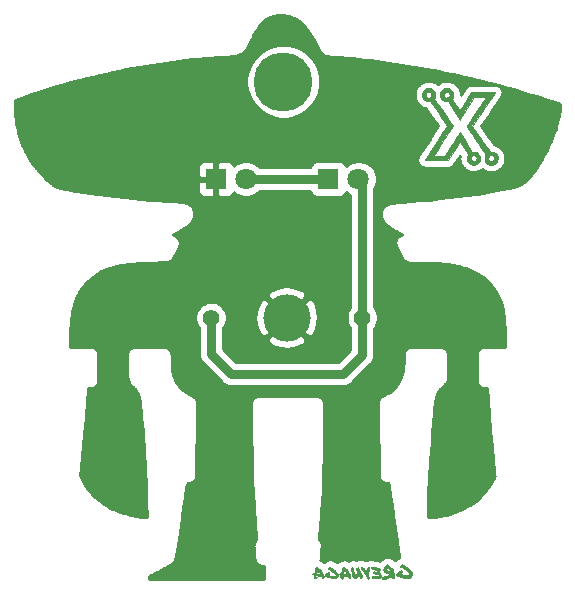
<source format=gbr>
G04 #@! TF.GenerationSoftware,KiCad,Pcbnew,5.1.4-e60b266~84~ubuntu18.04.1*
G04 #@! TF.CreationDate,2019-10-07T09:21:49-06:00*
G04 #@! TF.ProjectId,001,3030312e-6b69-4636-9164-5f7063625858,1*
G04 #@! TF.SameCoordinates,Original*
G04 #@! TF.FileFunction,Copper,L2,Bot*
G04 #@! TF.FilePolarity,Positive*
%FSLAX46Y46*%
G04 Gerber Fmt 4.6, Leading zero omitted, Abs format (unit mm)*
G04 Created by KiCad (PCBNEW 5.1.4-e60b266~84~ubuntu18.04.1) date 2019-10-07 09:21:49*
%MOMM*%
%LPD*%
G04 APERTURE LIST*
%ADD10C,0.010000*%
%ADD11C,0.152400*%
%ADD12R,1.800000X1.800000*%
%ADD13C,1.800000*%
%ADD14C,5.000000*%
%ADD15C,4.000000*%
%ADD16C,1.400000*%
%ADD17C,0.685800*%
%ADD18C,0.762000*%
%ADD19C,0.254000*%
G04 APERTURE END LIST*
D10*
G36*
X151104201Y-82486220D02*
G01*
X151232718Y-82532549D01*
X151347497Y-82609712D01*
X151442009Y-82716304D01*
X151504182Y-82835812D01*
X151530092Y-82948746D01*
X151532519Y-83076415D01*
X151512434Y-83200427D01*
X151480463Y-83285307D01*
X151436518Y-83369619D01*
X151753899Y-83873771D01*
X151849939Y-84025463D01*
X151926420Y-84144054D01*
X151985621Y-84232706D01*
X152029822Y-84294585D01*
X152061302Y-84332855D01*
X152082339Y-84350678D01*
X152095214Y-84351221D01*
X152096787Y-84349787D01*
X152113113Y-84326173D01*
X152149129Y-84270438D01*
X152202361Y-84186525D01*
X152270334Y-84078379D01*
X152350572Y-83949944D01*
X152440599Y-83805166D01*
X152537941Y-83647987D01*
X152582692Y-83575525D01*
X153043090Y-82829400D01*
X154057162Y-82829400D01*
X154259830Y-82829619D01*
X154448997Y-82830248D01*
X154620568Y-82831242D01*
X154770450Y-82832557D01*
X154894547Y-82834151D01*
X154988767Y-82835979D01*
X155049014Y-82837996D01*
X155071196Y-82840160D01*
X155071233Y-82840254D01*
X155059697Y-82859078D01*
X155026259Y-82910378D01*
X154972675Y-82991526D01*
X154900700Y-83099892D01*
X154812090Y-83232847D01*
X154708600Y-83387761D01*
X154591987Y-83562005D01*
X154464004Y-83752950D01*
X154326409Y-83957966D01*
X154180957Y-84174424D01*
X154108700Y-84281861D01*
X153146167Y-85712612D01*
X153280774Y-85906131D01*
X153320059Y-85962815D01*
X153380306Y-86050018D01*
X153458505Y-86163371D01*
X153551643Y-86298503D01*
X153656709Y-86451042D01*
X153770693Y-86616619D01*
X153890581Y-86790862D01*
X154012045Y-86967483D01*
X154608710Y-87835317D01*
X154771222Y-87847933D01*
X154896329Y-87864284D01*
X154993918Y-87895017D01*
X155077957Y-87946082D01*
X155147427Y-88008171D01*
X155234414Y-88117401D01*
X155285032Y-88238440D01*
X155302994Y-88380539D01*
X155303137Y-88396233D01*
X155283786Y-88552170D01*
X155227586Y-88691096D01*
X155137317Y-88808344D01*
X155015759Y-88899245D01*
X154997772Y-88908900D01*
X154904220Y-88941269D01*
X154790107Y-88958272D01*
X154674865Y-88958419D01*
X154580006Y-88940922D01*
X154442880Y-88874681D01*
X154332481Y-88779437D01*
X154251747Y-88661204D01*
X154203615Y-88525994D01*
X154191023Y-88379821D01*
X154193260Y-88366758D01*
X154504200Y-88366758D01*
X154508750Y-88462092D01*
X154531749Y-88523748D01*
X154590041Y-88594534D01*
X154670099Y-88637113D01*
X154760184Y-88649155D01*
X154848559Y-88628329D01*
X154898863Y-88596624D01*
X154963879Y-88519824D01*
X154993713Y-88435406D01*
X154992079Y-88350695D01*
X154962690Y-88273016D01*
X154909259Y-88209693D01*
X154835499Y-88168050D01*
X154745123Y-88155412D01*
X154680498Y-88165867D01*
X154593912Y-88209412D01*
X154533867Y-88279453D01*
X154504200Y-88366758D01*
X154193260Y-88366758D01*
X154216909Y-88228699D01*
X154222932Y-88209952D01*
X154243852Y-88138226D01*
X154254519Y-88080777D01*
X154252909Y-88051202D01*
X154238592Y-88029808D01*
X154202311Y-87976497D01*
X154146092Y-87894227D01*
X154071966Y-87785958D01*
X153981961Y-87654649D01*
X153878105Y-87503260D01*
X153762429Y-87334750D01*
X153636959Y-87152078D01*
X153503726Y-86958203D01*
X153446634Y-86875155D01*
X153306346Y-86670433D01*
X153175250Y-86477806D01*
X153055158Y-86300012D01*
X152947879Y-86139789D01*
X152855225Y-85999876D01*
X152779005Y-85883011D01*
X152721029Y-85791933D01*
X152683108Y-85729382D01*
X152667053Y-85698094D01*
X152666710Y-85695339D01*
X152680158Y-85673257D01*
X152715334Y-85619028D01*
X152770280Y-85535590D01*
X152843036Y-85425883D01*
X152931644Y-85292845D01*
X153034145Y-85139414D01*
X153148579Y-84968529D01*
X153272988Y-84783129D01*
X153405412Y-84586153D01*
X153482982Y-84470932D01*
X153618691Y-84269289D01*
X153747214Y-84078006D01*
X153866628Y-83899963D01*
X153975011Y-83738043D01*
X154070438Y-83595128D01*
X154150988Y-83474100D01*
X154214738Y-83377842D01*
X154259764Y-83309235D01*
X154284144Y-83271162D01*
X154288067Y-83264205D01*
X154267859Y-83261060D01*
X154211074Y-83258320D01*
X154123466Y-83256103D01*
X154010788Y-83254527D01*
X153878795Y-83253710D01*
X153774775Y-83253660D01*
X153261483Y-83254586D01*
X152680030Y-84197208D01*
X152568304Y-84378092D01*
X152463148Y-84547876D01*
X152366672Y-84703185D01*
X152280987Y-84840641D01*
X152208204Y-84956870D01*
X152150435Y-85048495D01*
X152109789Y-85112139D01*
X152088378Y-85144426D01*
X152085689Y-85147795D01*
X152072099Y-85132152D01*
X152038430Y-85084194D01*
X151987029Y-85007513D01*
X151920238Y-84905702D01*
X151840403Y-84782353D01*
X151749868Y-84641058D01*
X151650977Y-84485410D01*
X151580393Y-84373580D01*
X151087984Y-83591400D01*
X150968233Y-83591193D01*
X150823339Y-83572316D01*
X150696877Y-83520077D01*
X150591184Y-83440264D01*
X150508597Y-83338669D01*
X150451451Y-83221084D01*
X150422085Y-83093297D01*
X150422154Y-83081085D01*
X150734658Y-83081085D01*
X150745964Y-83129165D01*
X150776951Y-83175687D01*
X150784461Y-83184753D01*
X150846817Y-83238619D01*
X150920449Y-83273395D01*
X150989694Y-83282441D01*
X151007233Y-83279156D01*
X151050387Y-83265022D01*
X151096160Y-83248609D01*
X151165394Y-83202034D01*
X151211064Y-83129561D01*
X151228572Y-83043138D01*
X151213321Y-82954714D01*
X151211240Y-82949549D01*
X151156359Y-82864538D01*
X151080504Y-82808961D01*
X150992847Y-82785198D01*
X150902558Y-82795630D01*
X150818809Y-82842636D01*
X150814348Y-82846532D01*
X150769501Y-82896233D01*
X150746256Y-82953623D01*
X150737653Y-83011535D01*
X150734658Y-83081085D01*
X150422154Y-83081085D01*
X150422833Y-82961100D01*
X150456032Y-82830284D01*
X150524020Y-82706639D01*
X150583383Y-82637401D01*
X150701538Y-82546317D01*
X150832080Y-82491697D01*
X150968478Y-82472134D01*
X151104201Y-82486220D01*
X151104201Y-82486220D01*
G37*
X151104201Y-82486220D02*
X151232718Y-82532549D01*
X151347497Y-82609712D01*
X151442009Y-82716304D01*
X151504182Y-82835812D01*
X151530092Y-82948746D01*
X151532519Y-83076415D01*
X151512434Y-83200427D01*
X151480463Y-83285307D01*
X151436518Y-83369619D01*
X151753899Y-83873771D01*
X151849939Y-84025463D01*
X151926420Y-84144054D01*
X151985621Y-84232706D01*
X152029822Y-84294585D01*
X152061302Y-84332855D01*
X152082339Y-84350678D01*
X152095214Y-84351221D01*
X152096787Y-84349787D01*
X152113113Y-84326173D01*
X152149129Y-84270438D01*
X152202361Y-84186525D01*
X152270334Y-84078379D01*
X152350572Y-83949944D01*
X152440599Y-83805166D01*
X152537941Y-83647987D01*
X152582692Y-83575525D01*
X153043090Y-82829400D01*
X154057162Y-82829400D01*
X154259830Y-82829619D01*
X154448997Y-82830248D01*
X154620568Y-82831242D01*
X154770450Y-82832557D01*
X154894547Y-82834151D01*
X154988767Y-82835979D01*
X155049014Y-82837996D01*
X155071196Y-82840160D01*
X155071233Y-82840254D01*
X155059697Y-82859078D01*
X155026259Y-82910378D01*
X154972675Y-82991526D01*
X154900700Y-83099892D01*
X154812090Y-83232847D01*
X154708600Y-83387761D01*
X154591987Y-83562005D01*
X154464004Y-83752950D01*
X154326409Y-83957966D01*
X154180957Y-84174424D01*
X154108700Y-84281861D01*
X153146167Y-85712612D01*
X153280774Y-85906131D01*
X153320059Y-85962815D01*
X153380306Y-86050018D01*
X153458505Y-86163371D01*
X153551643Y-86298503D01*
X153656709Y-86451042D01*
X153770693Y-86616619D01*
X153890581Y-86790862D01*
X154012045Y-86967483D01*
X154608710Y-87835317D01*
X154771222Y-87847933D01*
X154896329Y-87864284D01*
X154993918Y-87895017D01*
X155077957Y-87946082D01*
X155147427Y-88008171D01*
X155234414Y-88117401D01*
X155285032Y-88238440D01*
X155302994Y-88380539D01*
X155303137Y-88396233D01*
X155283786Y-88552170D01*
X155227586Y-88691096D01*
X155137317Y-88808344D01*
X155015759Y-88899245D01*
X154997772Y-88908900D01*
X154904220Y-88941269D01*
X154790107Y-88958272D01*
X154674865Y-88958419D01*
X154580006Y-88940922D01*
X154442880Y-88874681D01*
X154332481Y-88779437D01*
X154251747Y-88661204D01*
X154203615Y-88525994D01*
X154191023Y-88379821D01*
X154193260Y-88366758D01*
X154504200Y-88366758D01*
X154508750Y-88462092D01*
X154531749Y-88523748D01*
X154590041Y-88594534D01*
X154670099Y-88637113D01*
X154760184Y-88649155D01*
X154848559Y-88628329D01*
X154898863Y-88596624D01*
X154963879Y-88519824D01*
X154993713Y-88435406D01*
X154992079Y-88350695D01*
X154962690Y-88273016D01*
X154909259Y-88209693D01*
X154835499Y-88168050D01*
X154745123Y-88155412D01*
X154680498Y-88165867D01*
X154593912Y-88209412D01*
X154533867Y-88279453D01*
X154504200Y-88366758D01*
X154193260Y-88366758D01*
X154216909Y-88228699D01*
X154222932Y-88209952D01*
X154243852Y-88138226D01*
X154254519Y-88080777D01*
X154252909Y-88051202D01*
X154238592Y-88029808D01*
X154202311Y-87976497D01*
X154146092Y-87894227D01*
X154071966Y-87785958D01*
X153981961Y-87654649D01*
X153878105Y-87503260D01*
X153762429Y-87334750D01*
X153636959Y-87152078D01*
X153503726Y-86958203D01*
X153446634Y-86875155D01*
X153306346Y-86670433D01*
X153175250Y-86477806D01*
X153055158Y-86300012D01*
X152947879Y-86139789D01*
X152855225Y-85999876D01*
X152779005Y-85883011D01*
X152721029Y-85791933D01*
X152683108Y-85729382D01*
X152667053Y-85698094D01*
X152666710Y-85695339D01*
X152680158Y-85673257D01*
X152715334Y-85619028D01*
X152770280Y-85535590D01*
X152843036Y-85425883D01*
X152931644Y-85292845D01*
X153034145Y-85139414D01*
X153148579Y-84968529D01*
X153272988Y-84783129D01*
X153405412Y-84586153D01*
X153482982Y-84470932D01*
X153618691Y-84269289D01*
X153747214Y-84078006D01*
X153866628Y-83899963D01*
X153975011Y-83738043D01*
X154070438Y-83595128D01*
X154150988Y-83474100D01*
X154214738Y-83377842D01*
X154259764Y-83309235D01*
X154284144Y-83271162D01*
X154288067Y-83264205D01*
X154267859Y-83261060D01*
X154211074Y-83258320D01*
X154123466Y-83256103D01*
X154010788Y-83254527D01*
X153878795Y-83253710D01*
X153774775Y-83253660D01*
X153261483Y-83254586D01*
X152680030Y-84197208D01*
X152568304Y-84378092D01*
X152463148Y-84547876D01*
X152366672Y-84703185D01*
X152280987Y-84840641D01*
X152208204Y-84956870D01*
X152150435Y-85048495D01*
X152109789Y-85112139D01*
X152088378Y-85144426D01*
X152085689Y-85147795D01*
X152072099Y-85132152D01*
X152038430Y-85084194D01*
X151987029Y-85007513D01*
X151920238Y-84905702D01*
X151840403Y-84782353D01*
X151749868Y-84641058D01*
X151650977Y-84485410D01*
X151580393Y-84373580D01*
X151087984Y-83591400D01*
X150968233Y-83591193D01*
X150823339Y-83572316D01*
X150696877Y-83520077D01*
X150591184Y-83440264D01*
X150508597Y-83338669D01*
X150451451Y-83221084D01*
X150422085Y-83093297D01*
X150422154Y-83081085D01*
X150734658Y-83081085D01*
X150745964Y-83129165D01*
X150776951Y-83175687D01*
X150784461Y-83184753D01*
X150846817Y-83238619D01*
X150920449Y-83273395D01*
X150989694Y-83282441D01*
X151007233Y-83279156D01*
X151050387Y-83265022D01*
X151096160Y-83248609D01*
X151165394Y-83202034D01*
X151211064Y-83129561D01*
X151228572Y-83043138D01*
X151213321Y-82954714D01*
X151211240Y-82949549D01*
X151156359Y-82864538D01*
X151080504Y-82808961D01*
X150992847Y-82785198D01*
X150902558Y-82795630D01*
X150818809Y-82842636D01*
X150814348Y-82846532D01*
X150769501Y-82896233D01*
X150746256Y-82953623D01*
X150737653Y-83011535D01*
X150734658Y-83081085D01*
X150422154Y-83081085D01*
X150422833Y-82961100D01*
X150456032Y-82830284D01*
X150524020Y-82706639D01*
X150583383Y-82637401D01*
X150701538Y-82546317D01*
X150832080Y-82491697D01*
X150968478Y-82472134D01*
X151104201Y-82486220D01*
G36*
X149613695Y-82497401D02*
G01*
X149744544Y-82556021D01*
X149859153Y-82649435D01*
X149943629Y-82762166D01*
X149974187Y-82820115D01*
X149991839Y-82874535D01*
X149999932Y-82940866D01*
X150001817Y-83030483D01*
X149997184Y-83144548D01*
X149982120Y-83228329D01*
X149963044Y-83277756D01*
X149924272Y-83355696D01*
X150712697Y-84492438D01*
X150848401Y-84688477D01*
X150976717Y-84874586D01*
X151095638Y-85047804D01*
X151203155Y-85205173D01*
X151297262Y-85343731D01*
X151375949Y-85460519D01*
X151437209Y-85552575D01*
X151479034Y-85616941D01*
X151499417Y-85650655D01*
X151501122Y-85654802D01*
X151489805Y-85676395D01*
X151457109Y-85730422D01*
X151404914Y-85813951D01*
X151335102Y-85924046D01*
X151249555Y-86057773D01*
X151150153Y-86212197D01*
X151038777Y-86384384D01*
X150917310Y-86571400D01*
X150787632Y-86770309D01*
X150704364Y-86897659D01*
X150570219Y-87102803D01*
X150442782Y-87298085D01*
X150323974Y-87480539D01*
X150215715Y-87647196D01*
X150119923Y-87795092D01*
X150038518Y-87921258D01*
X149973419Y-88022730D01*
X149926547Y-88096540D01*
X149899820Y-88139721D01*
X149894239Y-88149730D01*
X149893081Y-88160929D01*
X149902564Y-88169452D01*
X149927552Y-88175658D01*
X149972906Y-88179908D01*
X150043491Y-88182560D01*
X150144170Y-88183976D01*
X150279806Y-88184514D01*
X150365147Y-88184567D01*
X150849422Y-88184567D01*
X151445940Y-87226775D01*
X151560181Y-87043470D01*
X151668300Y-86870232D01*
X151768116Y-86710538D01*
X151857448Y-86567865D01*
X151934116Y-86445692D01*
X151995938Y-86347495D01*
X152040733Y-86276752D01*
X152066322Y-86236941D01*
X152070952Y-86230097D01*
X152079320Y-86223608D01*
X152091173Y-86225911D01*
X152108495Y-86239826D01*
X152133269Y-86268174D01*
X152167479Y-86313776D01*
X152213107Y-86379453D01*
X152272137Y-86468026D01*
X152346553Y-86582315D01*
X152438337Y-86725142D01*
X152549474Y-86899328D01*
X152625311Y-87018555D01*
X153151174Y-87845900D01*
X153269829Y-87846365D01*
X153417199Y-87866707D01*
X153549211Y-87923301D01*
X153660643Y-88011294D01*
X153746277Y-88125836D01*
X153800895Y-88262078D01*
X153816839Y-88354730D01*
X153810996Y-88502768D01*
X153769201Y-88637325D01*
X153696786Y-88754288D01*
X153599083Y-88849541D01*
X153481423Y-88918972D01*
X153349139Y-88958466D01*
X153207562Y-88963909D01*
X153067263Y-88933072D01*
X152956796Y-88875087D01*
X152854335Y-88787412D01*
X152772899Y-88682392D01*
X152743670Y-88626165D01*
X152709529Y-88502770D01*
X152705513Y-88418465D01*
X153018067Y-88418465D01*
X153024350Y-88481359D01*
X153049106Y-88531887D01*
X153092676Y-88580909D01*
X153140292Y-88624887D01*
X153179825Y-88645273D01*
X153230226Y-88648672D01*
X153276627Y-88645012D01*
X153352189Y-88632377D01*
X153404700Y-88606633D01*
X153445434Y-88567952D01*
X153493084Y-88486016D01*
X153506730Y-88393316D01*
X153485790Y-88303097D01*
X153459013Y-88258939D01*
X153399916Y-88204708D01*
X153326933Y-88166033D01*
X153255698Y-88149915D01*
X153222888Y-88153214D01*
X153121873Y-88195787D01*
X153056492Y-88259386D01*
X153023570Y-88348120D01*
X153018067Y-88418465D01*
X152705513Y-88418465D01*
X152703076Y-88367337D01*
X152723871Y-88236330D01*
X152756391Y-88152203D01*
X152800844Y-88066922D01*
X152459664Y-87529763D01*
X152373542Y-87395019D01*
X152294213Y-87272520D01*
X152224613Y-87166672D01*
X152167675Y-87081878D01*
X152126335Y-87022544D01*
X152103529Y-86993075D01*
X152100429Y-86990626D01*
X152085855Y-87007614D01*
X152051356Y-87057019D01*
X151999259Y-87135247D01*
X151931890Y-87238702D01*
X151851577Y-87363790D01*
X151760646Y-87506915D01*
X151661425Y-87664482D01*
X151581091Y-87792983D01*
X151079808Y-88597317D01*
X150163310Y-88588985D01*
X149968173Y-88586933D01*
X149784426Y-88584467D01*
X149616766Y-88581691D01*
X149469887Y-88578704D01*
X149348487Y-88575609D01*
X149257261Y-88572508D01*
X149200906Y-88569503D01*
X149185929Y-88567818D01*
X149125045Y-88554983D01*
X150066139Y-87116488D01*
X150211712Y-86893764D01*
X150350398Y-86681164D01*
X150480472Y-86481360D01*
X150600205Y-86297023D01*
X150707873Y-86130825D01*
X150801749Y-85985437D01*
X150880105Y-85863529D01*
X150941216Y-85767774D01*
X150983355Y-85700842D01*
X151004796Y-85665404D01*
X151007233Y-85660412D01*
X150995499Y-85640292D01*
X150961707Y-85588520D01*
X150907968Y-85508196D01*
X150836395Y-85402422D01*
X150749100Y-85274300D01*
X150648197Y-85126931D01*
X150535797Y-84963417D01*
X150414014Y-84786859D01*
X150298219Y-84619493D01*
X149589204Y-83596155D01*
X149454706Y-83595380D01*
X149324031Y-83583926D01*
X149215509Y-83547269D01*
X149113572Y-83479425D01*
X149081871Y-83452025D01*
X148981936Y-83337752D01*
X148920354Y-83208091D01*
X148896128Y-83082570D01*
X148897637Y-83042331D01*
X149207517Y-83042331D01*
X149223428Y-83129560D01*
X149268822Y-83206083D01*
X149339259Y-83259659D01*
X149414135Y-83288593D01*
X149479376Y-83290108D01*
X149553670Y-83266204D01*
X149633013Y-83212218D01*
X149680593Y-83131165D01*
X149694900Y-83035938D01*
X149679075Y-82936613D01*
X149629924Y-82862029D01*
X149567666Y-82818696D01*
X149469967Y-82789326D01*
X149372780Y-82802255D01*
X149337159Y-82817735D01*
X149264334Y-82876286D01*
X149221136Y-82954529D01*
X149207517Y-83042331D01*
X148897637Y-83042331D01*
X148901883Y-82929171D01*
X148946490Y-82790041D01*
X149027679Y-82669405D01*
X149143177Y-82571488D01*
X149183905Y-82547323D01*
X149327358Y-82491350D01*
X149472627Y-82475277D01*
X149613695Y-82497401D01*
X149613695Y-82497401D01*
G37*
X149613695Y-82497401D02*
X149744544Y-82556021D01*
X149859153Y-82649435D01*
X149943629Y-82762166D01*
X149974187Y-82820115D01*
X149991839Y-82874535D01*
X149999932Y-82940866D01*
X150001817Y-83030483D01*
X149997184Y-83144548D01*
X149982120Y-83228329D01*
X149963044Y-83277756D01*
X149924272Y-83355696D01*
X150712697Y-84492438D01*
X150848401Y-84688477D01*
X150976717Y-84874586D01*
X151095638Y-85047804D01*
X151203155Y-85205173D01*
X151297262Y-85343731D01*
X151375949Y-85460519D01*
X151437209Y-85552575D01*
X151479034Y-85616941D01*
X151499417Y-85650655D01*
X151501122Y-85654802D01*
X151489805Y-85676395D01*
X151457109Y-85730422D01*
X151404914Y-85813951D01*
X151335102Y-85924046D01*
X151249555Y-86057773D01*
X151150153Y-86212197D01*
X151038777Y-86384384D01*
X150917310Y-86571400D01*
X150787632Y-86770309D01*
X150704364Y-86897659D01*
X150570219Y-87102803D01*
X150442782Y-87298085D01*
X150323974Y-87480539D01*
X150215715Y-87647196D01*
X150119923Y-87795092D01*
X150038518Y-87921258D01*
X149973419Y-88022730D01*
X149926547Y-88096540D01*
X149899820Y-88139721D01*
X149894239Y-88149730D01*
X149893081Y-88160929D01*
X149902564Y-88169452D01*
X149927552Y-88175658D01*
X149972906Y-88179908D01*
X150043491Y-88182560D01*
X150144170Y-88183976D01*
X150279806Y-88184514D01*
X150365147Y-88184567D01*
X150849422Y-88184567D01*
X151445940Y-87226775D01*
X151560181Y-87043470D01*
X151668300Y-86870232D01*
X151768116Y-86710538D01*
X151857448Y-86567865D01*
X151934116Y-86445692D01*
X151995938Y-86347495D01*
X152040733Y-86276752D01*
X152066322Y-86236941D01*
X152070952Y-86230097D01*
X152079320Y-86223608D01*
X152091173Y-86225911D01*
X152108495Y-86239826D01*
X152133269Y-86268174D01*
X152167479Y-86313776D01*
X152213107Y-86379453D01*
X152272137Y-86468026D01*
X152346553Y-86582315D01*
X152438337Y-86725142D01*
X152549474Y-86899328D01*
X152625311Y-87018555D01*
X153151174Y-87845900D01*
X153269829Y-87846365D01*
X153417199Y-87866707D01*
X153549211Y-87923301D01*
X153660643Y-88011294D01*
X153746277Y-88125836D01*
X153800895Y-88262078D01*
X153816839Y-88354730D01*
X153810996Y-88502768D01*
X153769201Y-88637325D01*
X153696786Y-88754288D01*
X153599083Y-88849541D01*
X153481423Y-88918972D01*
X153349139Y-88958466D01*
X153207562Y-88963909D01*
X153067263Y-88933072D01*
X152956796Y-88875087D01*
X152854335Y-88787412D01*
X152772899Y-88682392D01*
X152743670Y-88626165D01*
X152709529Y-88502770D01*
X152705513Y-88418465D01*
X153018067Y-88418465D01*
X153024350Y-88481359D01*
X153049106Y-88531887D01*
X153092676Y-88580909D01*
X153140292Y-88624887D01*
X153179825Y-88645273D01*
X153230226Y-88648672D01*
X153276627Y-88645012D01*
X153352189Y-88632377D01*
X153404700Y-88606633D01*
X153445434Y-88567952D01*
X153493084Y-88486016D01*
X153506730Y-88393316D01*
X153485790Y-88303097D01*
X153459013Y-88258939D01*
X153399916Y-88204708D01*
X153326933Y-88166033D01*
X153255698Y-88149915D01*
X153222888Y-88153214D01*
X153121873Y-88195787D01*
X153056492Y-88259386D01*
X153023570Y-88348120D01*
X153018067Y-88418465D01*
X152705513Y-88418465D01*
X152703076Y-88367337D01*
X152723871Y-88236330D01*
X152756391Y-88152203D01*
X152800844Y-88066922D01*
X152459664Y-87529763D01*
X152373542Y-87395019D01*
X152294213Y-87272520D01*
X152224613Y-87166672D01*
X152167675Y-87081878D01*
X152126335Y-87022544D01*
X152103529Y-86993075D01*
X152100429Y-86990626D01*
X152085855Y-87007614D01*
X152051356Y-87057019D01*
X151999259Y-87135247D01*
X151931890Y-87238702D01*
X151851577Y-87363790D01*
X151760646Y-87506915D01*
X151661425Y-87664482D01*
X151581091Y-87792983D01*
X151079808Y-88597317D01*
X150163310Y-88588985D01*
X149968173Y-88586933D01*
X149784426Y-88584467D01*
X149616766Y-88581691D01*
X149469887Y-88578704D01*
X149348487Y-88575609D01*
X149257261Y-88572508D01*
X149200906Y-88569503D01*
X149185929Y-88567818D01*
X149125045Y-88554983D01*
X150066139Y-87116488D01*
X150211712Y-86893764D01*
X150350398Y-86681164D01*
X150480472Y-86481360D01*
X150600205Y-86297023D01*
X150707873Y-86130825D01*
X150801749Y-85985437D01*
X150880105Y-85863529D01*
X150941216Y-85767774D01*
X150983355Y-85700842D01*
X151004796Y-85665404D01*
X151007233Y-85660412D01*
X150995499Y-85640292D01*
X150961707Y-85588520D01*
X150907968Y-85508196D01*
X150836395Y-85402422D01*
X150749100Y-85274300D01*
X150648197Y-85126931D01*
X150535797Y-84963417D01*
X150414014Y-84786859D01*
X150298219Y-84619493D01*
X149589204Y-83596155D01*
X149454706Y-83595380D01*
X149324031Y-83583926D01*
X149215509Y-83547269D01*
X149113572Y-83479425D01*
X149081871Y-83452025D01*
X148981936Y-83337752D01*
X148920354Y-83208091D01*
X148896128Y-83082570D01*
X148897637Y-83042331D01*
X149207517Y-83042331D01*
X149223428Y-83129560D01*
X149268822Y-83206083D01*
X149339259Y-83259659D01*
X149414135Y-83288593D01*
X149479376Y-83290108D01*
X149553670Y-83266204D01*
X149633013Y-83212218D01*
X149680593Y-83131165D01*
X149694900Y-83035938D01*
X149679075Y-82936613D01*
X149629924Y-82862029D01*
X149567666Y-82818696D01*
X149469967Y-82789326D01*
X149372780Y-82802255D01*
X149337159Y-82817735D01*
X149264334Y-82876286D01*
X149221136Y-82954529D01*
X149207517Y-83042331D01*
X148897637Y-83042331D01*
X148901883Y-82929171D01*
X148946490Y-82790041D01*
X149027679Y-82669405D01*
X149143177Y-82571488D01*
X149183905Y-82547323D01*
X149327358Y-82491350D01*
X149472627Y-82475277D01*
X149613695Y-82497401D01*
D11*
G36*
X148139399Y-123636371D02*
G01*
X148134199Y-123601921D01*
X148132499Y-123562301D01*
X148011920Y-123352149D01*
X147848278Y-123179894D01*
X147824168Y-123155774D01*
X147805218Y-123129934D01*
X147782828Y-123109264D01*
X147751818Y-123095484D01*
X147648466Y-123004184D01*
X147522720Y-122924944D01*
X147391806Y-122847434D01*
X147271228Y-122761304D01*
X147241948Y-122769904D01*
X147217828Y-122768204D01*
X147178208Y-122814714D01*
X147126528Y-122840554D01*
X147076578Y-122871564D01*
X147040408Y-122919794D01*
X147052468Y-122928394D01*
X147047268Y-122947344D01*
X147043868Y-122966294D01*
X147059368Y-122974894D01*
X147047308Y-122986954D01*
X147035248Y-122999014D01*
X147040448Y-123016234D01*
X147040448Y-123035184D01*
X147133468Y-123088584D01*
X147240266Y-123140264D01*
X147353954Y-123200554D01*
X147467642Y-123272904D01*
X147583053Y-123364204D01*
X147693296Y-123471003D01*
X147793206Y-123586414D01*
X147872446Y-123701825D01*
X147863846Y-123717325D01*
X147853516Y-123732825D01*
X147731215Y-123732825D01*
X147617527Y-123739725D01*
X147608927Y-123725945D01*
X147598587Y-123713885D01*
X147379823Y-123675985D01*
X147173117Y-123620865D01*
X147228237Y-123601915D01*
X147228237Y-123584685D01*
X147209287Y-123567465D01*
X147255797Y-123526125D01*
X147276467Y-123458945D01*
X147264407Y-123434834D01*
X147276467Y-123412444D01*
X147286807Y-123412444D01*
X147290207Y-123419344D01*
X147293607Y-123426244D01*
X147302207Y-123426244D01*
X147293607Y-123395234D01*
X147283267Y-123365954D01*
X147140296Y-123271214D01*
X147085176Y-123307384D01*
X147016276Y-123345284D01*
X146942206Y-123384904D01*
X146871586Y-123422804D01*
X146818186Y-123457255D01*
X146775126Y-123498595D01*
X146733786Y-123539935D01*
X146683836Y-123574384D01*
X146680436Y-123619175D01*
X146677036Y-123660515D01*
X146756276Y-123760425D01*
X146861351Y-123829325D01*
X146983652Y-123879275D01*
X147118011Y-123917175D01*
X147257537Y-123955075D01*
X147393618Y-123999865D01*
X147443568Y-124001565D01*
X147483188Y-124006765D01*
X147521088Y-124013665D01*
X147562428Y-124018865D01*
X147574488Y-124022265D01*
X147581388Y-124030865D01*
X147643398Y-124036065D01*
X147689908Y-124036065D01*
X147739858Y-124042965D01*
X147788088Y-124048165D01*
X148030967Y-123937922D01*
X148127427Y-123653701D01*
X148130827Y-123643371D01*
X148139427Y-123636471D01*
X148139399Y-123636371D01*
X148139399Y-123636371D01*
G37*
G36*
X146604264Y-123904743D02*
G01*
X146180693Y-123295105D01*
X146209973Y-123374345D01*
X146058389Y-123334725D01*
X145908527Y-123272715D01*
X145953317Y-123171085D01*
X146029107Y-123117685D01*
X146029113Y-123117685D01*
X146079063Y-123177975D01*
X146134183Y-123233095D01*
X146180693Y-123295105D01*
X146604264Y-123904743D01*
X146619764Y-123892683D01*
X146635264Y-123863403D01*
X146616314Y-123863403D01*
X146623214Y-123794503D01*
X146607714Y-123732493D01*
X146593934Y-123673923D01*
X146599134Y-123613633D01*
X146587074Y-123610233D01*
X146580174Y-123586113D01*
X146578474Y-123555103D01*
X146580174Y-123527543D01*
X146545724Y-123417299D01*
X146521604Y-123305334D01*
X146499214Y-123196813D01*
X146464764Y-123096903D01*
X146414814Y-123103803D01*
X146378644Y-123126193D01*
X146283904Y-123026283D01*
X146201224Y-122912595D01*
X146104764Y-122812685D01*
X145972127Y-122761005D01*
X145879107Y-122824735D01*
X145794697Y-122907415D01*
X145768857Y-122926365D01*
X145741297Y-122943595D01*
X145741297Y-122969435D01*
X145701677Y-123022835D01*
X145672397Y-123086565D01*
X145646557Y-123153745D01*
X145618997Y-123217475D01*
X145622397Y-123236425D01*
X145618997Y-123251925D01*
X145613797Y-123269145D01*
X145612097Y-123291535D01*
X145672387Y-123439674D01*
X145799856Y-123530975D01*
X145958330Y-123591265D01*
X146111637Y-123644665D01*
X146104737Y-123651565D01*
X146099537Y-123661895D01*
X146020297Y-123711845D01*
X145966897Y-123744575D01*
X145911777Y-123765245D01*
X145827367Y-123785915D01*
X145744687Y-123806585D01*
X145689567Y-123818645D01*
X145637887Y-123825545D01*
X145563817Y-123834145D01*
X145532807Y-123878935D01*
X145515577Y-123930615D01*
X145513877Y-123980565D01*
X145527657Y-124016735D01*
X145519057Y-124023635D01*
X145501837Y-124023635D01*
X145522507Y-124044305D01*
X145539737Y-124068425D01*
X145560407Y-124090815D01*
X145587967Y-124102875D01*
X145746442Y-124104575D01*
X145992766Y-124025335D01*
X146113344Y-123975385D01*
X146194304Y-123932325D01*
X146258034Y-123885815D01*
X146325214Y-123825525D01*
X146332114Y-123832425D01*
X146337314Y-123839325D01*
X146364874Y-123951289D01*
X146416554Y-124039140D01*
X146454454Y-124044340D01*
X146476844Y-124063290D01*
X146502684Y-124061590D01*
X146518184Y-124052990D01*
X146533684Y-124042650D01*
X146561244Y-124039250D01*
X146571584Y-124009970D01*
X146599144Y-123996190D01*
X146595744Y-123970350D01*
X146600944Y-123949679D01*
X146607844Y-123929010D01*
X146604444Y-123904890D01*
X146604264Y-123904743D01*
X146604264Y-123904743D01*
G37*
G36*
X144550986Y-123083087D02*
G01*
X144550986Y-123102037D01*
X144552686Y-123112367D01*
X144552686Y-123124427D01*
X144549286Y-123141657D01*
X144633696Y-123222617D01*
X144735326Y-123253627D01*
X144849014Y-123272577D01*
X144962702Y-123317367D01*
X145004042Y-123317367D01*
X145055722Y-123322567D01*
X145081562Y-123338067D01*
X145112572Y-123346667D01*
X145107372Y-123379398D01*
X145102172Y-123405237D01*
X144969535Y-123403537D01*
X144824841Y-123394937D01*
X144826541Y-123406997D01*
X144828241Y-123415597D01*
X144804121Y-123437987D01*
X144780001Y-123462108D01*
X144755881Y-123482778D01*
X144724871Y-123487978D01*
X144716271Y-123518988D01*
X144719671Y-123551718D01*
X144774791Y-123591338D01*
X144833361Y-123625788D01*
X144897091Y-123651628D01*
X144971161Y-123658528D01*
X144984941Y-123658528D01*
X144995281Y-123653328D01*
X145034901Y-123658528D01*
X145072801Y-123663728D01*
X145119311Y-123656828D01*
X145165821Y-123649928D01*
X145215771Y-123727438D01*
X145255391Y-123815288D01*
X145158931Y-123822188D01*
X145084861Y-123816988D01*
X145014241Y-123808388D01*
X144922941Y-123804988D01*
X144841981Y-123780868D01*
X144754131Y-123760198D01*
X144730011Y-123779148D01*
X144711061Y-123803268D01*
X144690391Y-123822218D01*
X144664551Y-123829118D01*
X144655951Y-123846348D01*
X144650751Y-123863568D01*
X144645551Y-123879068D01*
X144630051Y-123882468D01*
X144690341Y-123970318D01*
X144766131Y-124015108D01*
X144862591Y-124039218D01*
X144978002Y-124059888D01*
X145003842Y-124058188D01*
X145027962Y-124054788D01*
X145122702Y-124070288D01*
X145234668Y-124075488D01*
X145343188Y-124059988D01*
X145427588Y-124015198D01*
X145446538Y-123987638D01*
X145468928Y-123961798D01*
X145475828Y-123911848D01*
X145486158Y-123855008D01*
X145494758Y-123794718D01*
X145491358Y-123741318D01*
X145470688Y-123694808D01*
X145458628Y-123650018D01*
X145448288Y-123641418D01*
X145434508Y-123634518D01*
X145412118Y-123575948D01*
X145387998Y-123522548D01*
X145362158Y-123470868D01*
X145336318Y-123410577D01*
X145372488Y-123362347D01*
X145387988Y-123308947D01*
X145396588Y-123253827D01*
X145408648Y-123195257D01*
X145367308Y-123153917D01*
X145312188Y-123126357D01*
X145248448Y-123109127D01*
X145176098Y-123093627D01*
X145053797Y-123059177D01*
X144946999Y-123040227D01*
X144836756Y-123024727D01*
X144707565Y-123004057D01*
X144678285Y-123019557D01*
X144662785Y-123010957D01*
X144654185Y-123000627D01*
X144611125Y-123050577D01*
X144550835Y-123083307D01*
X144550986Y-123083087D01*
X144550986Y-123083087D01*
G37*
G36*
X144041112Y-123601575D02*
G01*
X144061782Y-123627415D01*
X144079012Y-123656695D01*
X144097962Y-123692865D01*
X144123802Y-123723875D01*
X144141032Y-123765215D01*
X144168592Y-123797945D01*
X144249552Y-123947807D01*
X144259892Y-123978817D01*
X144275392Y-124006377D01*
X144282292Y-124018437D01*
X144287492Y-124027037D01*
X144290892Y-124044267D01*
X144309842Y-124068387D01*
X144328792Y-124087337D01*
X144340852Y-124101117D01*
X144366692Y-124111447D01*
X144519998Y-123977089D01*
X144518298Y-123959859D01*
X144513098Y-123942639D01*
X144506198Y-123921969D01*
X144490698Y-123873739D01*
X144461418Y-123830679D01*
X144445918Y-123792779D01*
X144404578Y-123711819D01*
X144366678Y-123646359D01*
X144344288Y-123608459D01*
X144385628Y-123558509D01*
X144425248Y-123475829D01*
X144449368Y-123405208D01*
X144454568Y-123367308D01*
X144461468Y-123334578D01*
X144470068Y-123296678D01*
X144473468Y-123257058D01*
X144483798Y-123232938D01*
X144480398Y-123215708D01*
X144478698Y-123184698D01*
X144487298Y-123143358D01*
X144495898Y-123105458D01*
X144497598Y-123064118D01*
X144487258Y-123026218D01*
X144454528Y-122993488D01*
X144425248Y-122991788D01*
X144395968Y-123009018D01*
X144366688Y-123024518D01*
X144330518Y-123041748D01*
X144294348Y-123064138D01*
X144282288Y-123088258D01*
X144259898Y-123107208D01*
X144259898Y-123126158D01*
X144258198Y-123145108D01*
X144251298Y-123172668D01*
X144244398Y-123193339D01*
X144239198Y-123239848D01*
X144228868Y-123279468D01*
X144218538Y-123319088D01*
X144216838Y-123363878D01*
X144199608Y-123351818D01*
X144192708Y-123346618D01*
X144185808Y-123341418D01*
X144084178Y-123203614D01*
X144087578Y-123186384D01*
X144051408Y-123151934D01*
X144025568Y-123126094D01*
X144003178Y-123100254D01*
X143984228Y-123086474D01*
X143827476Y-122979676D01*
X143803356Y-122976276D01*
X143796456Y-122998666D01*
X143768896Y-123033116D01*
X143722386Y-123062396D01*
X143706886Y-123072736D01*
X143698286Y-123098576D01*
X143699986Y-123114076D01*
X143693086Y-123131306D01*
X143727536Y-123191596D01*
X143765436Y-123226046D01*
X143794716Y-123251886D01*
X143813666Y-123279446D01*
X143825726Y-123293226D01*
X143872236Y-123348346D01*
X143877436Y-123369016D01*
X143898106Y-123369016D01*
X143906706Y-123375916D01*
X143923936Y-123405196D01*
X143941156Y-123427586D01*
X143949756Y-123436187D01*
X143954956Y-123449967D01*
X143960156Y-123463747D01*
X143987716Y-123498197D01*
X143999776Y-123522317D01*
X144013556Y-123549877D01*
X144032506Y-123575717D01*
X144041112Y-123601575D01*
X144041112Y-123601575D01*
G37*
G36*
X143532960Y-123739379D02*
G01*
X143555350Y-123758329D01*
X143569130Y-123787609D01*
X143581190Y-123816889D01*
X143598420Y-123828949D01*
X143608750Y-123853069D01*
X143622530Y-123875459D01*
X143632860Y-123899579D01*
X143629460Y-123928859D01*
X143646680Y-123958139D01*
X143655280Y-123994309D01*
X143669060Y-124023589D01*
X143706960Y-124033929D01*
X143708660Y-124042529D01*
X143703460Y-124054589D01*
X143732740Y-124056289D01*
X143755130Y-124064889D01*
X143810250Y-124028719D01*
X143848150Y-123971879D01*
X143877430Y-123906419D01*
X143901550Y-123849579D01*
X143899850Y-123813409D01*
X143911910Y-123782399D01*
X143890570Y-123737239D01*
X143868740Y-123691319D01*
X143846430Y-123644649D01*
X143823630Y-123597229D01*
X143800350Y-123549049D01*
X143776580Y-123500119D01*
X143752330Y-123450429D01*
X143727590Y-123399988D01*
X143702770Y-123349248D01*
X143678280Y-123298678D01*
X143654110Y-123248268D01*
X143630260Y-123198018D01*
X143606740Y-123147928D01*
X143583540Y-123097998D01*
X143560660Y-123048228D01*
X143538110Y-122998628D01*
X143460600Y-123034798D01*
X143389980Y-123079588D01*
X143334860Y-123139878D01*
X143305580Y-123213948D01*
X143314180Y-123222548D01*
X143321080Y-123224248D01*
X143314180Y-123236308D01*
X143314180Y-123243208D01*
X143314180Y-123253548D01*
X143308980Y-123269048D01*
X143319310Y-123270748D01*
X143329650Y-123270748D01*
X143326250Y-123301758D01*
X143333150Y-123324148D01*
X143341750Y-123344818D01*
X143340050Y-123372378D01*
X143348650Y-123375778D01*
X143352050Y-123380979D01*
X143357250Y-123386178D01*
X143364150Y-123386178D01*
X143360750Y-123461969D01*
X143364150Y-123539479D01*
X143362450Y-123620439D01*
X143350390Y-123706569D01*
X143252210Y-123613549D01*
X143191920Y-123486080D01*
X143155750Y-123334495D01*
X143129910Y-123169130D01*
X143105790Y-123131230D01*
X143090290Y-123084720D01*
X143076510Y-123034770D01*
X143059280Y-122988260D01*
X143016220Y-123005490D01*
X142981770Y-123033050D01*
X142949040Y-123060610D01*
X142905980Y-123076110D01*
X142868080Y-123132950D01*
X142845690Y-123191520D01*
X142859470Y-123222530D01*
X142868070Y-123256980D01*
X142881850Y-123289710D01*
X142905970Y-123313830D01*
X142919750Y-123396510D01*
X142935250Y-123468861D01*
X142947310Y-123544651D01*
X142950710Y-123629051D01*
X142979990Y-123713451D01*
X143004110Y-123794411D01*
X143047170Y-123847811D01*
X143079900Y-123909821D01*
X143088500Y-123913221D01*
X143100560Y-123908021D01*
X143100560Y-123918361D01*
X143105760Y-123925261D01*
X143109160Y-123932161D01*
X143105760Y-123945941D01*
X143148820Y-123975221D01*
X143190160Y-124009671D01*
X143241840Y-124030341D01*
X143319350Y-124018281D01*
X143445096Y-123899425D01*
X143532946Y-123739228D01*
X143532960Y-123739379D01*
X143532960Y-123739379D01*
G37*
G36*
X141979222Y-123908189D02*
G01*
X142477038Y-123610188D01*
X142384018Y-123603288D01*
X142289278Y-123587788D01*
X142315118Y-123480990D01*
X142344398Y-123369023D01*
X142354728Y-123386253D01*
X142421908Y-123467214D01*
X142475308Y-123551624D01*
X142495978Y-123582634D01*
X142514928Y-123613644D01*
X142495978Y-123611944D01*
X142477028Y-123610244D01*
X142477038Y-123610188D01*
X141979222Y-123908189D01*
X142010232Y-123968479D01*
X142056742Y-124021879D01*
X142115312Y-124059779D01*
X142184212Y-124077009D01*
X142215222Y-124064949D01*
X142230722Y-124054619D01*
X142241062Y-124049419D01*
X142247962Y-124044219D01*
X142268632Y-124035619D01*
X142261732Y-124013229D01*
X142263432Y-123992559D01*
X142284102Y-123970169D01*
X142294442Y-123959829D01*
X142303042Y-123949498D01*
X142332322Y-123916769D01*
X142285812Y-123904709D01*
X142228962Y-123873699D01*
X142216902Y-123809959D01*
X142275472Y-123808259D01*
X142321982Y-123820319D01*
X142385712Y-123835819D01*
X142454612Y-123841019D01*
X142480452Y-123841019D01*
X142506292Y-123837619D01*
X142523512Y-123834219D01*
X142530412Y-123813549D01*
X142537312Y-123806649D01*
X142556262Y-123784259D01*
X142559662Y-123746359D01*
X142569992Y-123715349D01*
X142585492Y-123758409D01*
X142592392Y-123775639D01*
X142609622Y-123779039D01*
X142614822Y-123787639D01*
X142616522Y-123796239D01*
X142625122Y-123825519D01*
X142632022Y-123832419D01*
X142638922Y-123837619D01*
X142647522Y-123868629D01*
X142657862Y-123897909D01*
X142673362Y-123942699D01*
X142676762Y-123984039D01*
X142683662Y-124002989D01*
X142702612Y-124020219D01*
X142723282Y-124030549D01*
X142733622Y-124037449D01*
X142742222Y-124040849D01*
X142747422Y-124059799D01*
X142768092Y-124063199D01*
X142795652Y-124068399D01*
X142812882Y-124070099D01*
X142830112Y-124068399D01*
X142859392Y-124044279D01*
X142883512Y-124025329D01*
X142900732Y-123994319D01*
X142904132Y-123975369D01*
X142907532Y-123958139D01*
X142912732Y-123947809D01*
X142935122Y-123927139D01*
X142916172Y-123911639D01*
X142914472Y-123882359D01*
X142842122Y-123713550D01*
X142761162Y-123548185D01*
X142735322Y-123493065D01*
X142707762Y-123437944D01*
X142709462Y-123425884D01*
X142706062Y-123410384D01*
X142675052Y-123358704D01*
X142650932Y-123310474D01*
X142623372Y-123253634D01*
X142585472Y-123196794D01*
X142557912Y-123184735D01*
X142545852Y-123181334D01*
X142530352Y-123177934D01*
X142504512Y-123181334D01*
X142420112Y-123119324D01*
X142346042Y-123021134D01*
X142328812Y-122997024D01*
X142306422Y-123010804D01*
X142282302Y-123021134D01*
X142249572Y-123029734D01*
X142191002Y-123045234D01*
X142146212Y-123071074D01*
X142134152Y-123112414D01*
X142128952Y-123139974D01*
X142120352Y-123198544D01*
X142113452Y-123264004D01*
X142099672Y-123322574D01*
X142087612Y-123379414D01*
X142070392Y-123460375D01*
X142048002Y-123532725D01*
X142030772Y-123534425D01*
X142013552Y-123529225D01*
X141991162Y-123525825D01*
X141972212Y-123524125D01*
X141965312Y-123541355D01*
X141948082Y-123558585D01*
X141915352Y-123568925D01*
X141896402Y-123584425D01*
X141882622Y-123594765D01*
X141856782Y-123605095D01*
X141870562Y-123630935D01*
X141920512Y-123691225D01*
X141991132Y-123737735D01*
X141989432Y-123758405D01*
X141984232Y-123777355D01*
X141975632Y-123837645D01*
X141975632Y-123901375D01*
X141979222Y-123908189D01*
X141979222Y-123908189D01*
G37*
G36*
X140642524Y-123742824D02*
G01*
X140751045Y-123858235D01*
X140899184Y-123925415D01*
X141069716Y-123971925D01*
X141240249Y-124025325D01*
X141283309Y-124027025D01*
X141317759Y-124032225D01*
X141348769Y-124037425D01*
X141383219Y-124040825D01*
X141391819Y-124044225D01*
X141397019Y-124051125D01*
X141450419Y-124056325D01*
X141488319Y-124056325D01*
X141531379Y-124061525D01*
X141569279Y-124066725D01*
X141772540Y-123975425D01*
X141853500Y-123737713D01*
X141856900Y-123727383D01*
X141863800Y-123722183D01*
X141860400Y-123692903D01*
X141858700Y-123661893D01*
X141757070Y-123486193D01*
X141620989Y-123341498D01*
X141600319Y-123320828D01*
X141584819Y-123300158D01*
X141565869Y-123282928D01*
X141540029Y-123270868D01*
X141453899Y-123195078D01*
X141348824Y-123129618D01*
X141240304Y-123065888D01*
X141140394Y-122993538D01*
X141112834Y-122998738D01*
X141093884Y-122998738D01*
X141061154Y-123034908D01*
X141018094Y-123057298D01*
X140976754Y-123083138D01*
X140947474Y-123124478D01*
X140957814Y-123133078D01*
X140952614Y-123148578D01*
X140950914Y-123164078D01*
X140962974Y-123170978D01*
X140952644Y-123181318D01*
X140942304Y-123189918D01*
X140947504Y-123203698D01*
X140947504Y-123220928D01*
X141025024Y-123263988D01*
X141112874Y-123308778D01*
X141207614Y-123358728D01*
X141302354Y-123419018D01*
X141397094Y-123496539D01*
X141490114Y-123584389D01*
X141574524Y-123680849D01*
X141641704Y-123777309D01*
X141634804Y-123791089D01*
X141626204Y-123803149D01*
X141524574Y-123803149D01*
X141428114Y-123808349D01*
X141421214Y-123798009D01*
X141412614Y-123787669D01*
X141230024Y-123756659D01*
X141057769Y-123710149D01*
X141083609Y-123701549D01*
X141104279Y-123692949D01*
X141104279Y-123679169D01*
X141087049Y-123665389D01*
X141126669Y-123630939D01*
X141143899Y-123575819D01*
X141133569Y-123555149D01*
X141143899Y-123536199D01*
X141152499Y-123536199D01*
X141155899Y-123541399D01*
X141157599Y-123548299D01*
X141166199Y-123546599D01*
X141159299Y-123520759D01*
X141148959Y-123496649D01*
X141030104Y-123417408D01*
X140983594Y-123448419D01*
X140926754Y-123481149D01*
X140864744Y-123513879D01*
X140804454Y-123544889D01*
X140761394Y-123572449D01*
X140725224Y-123608619D01*
X140690774Y-123643069D01*
X140647714Y-123672349D01*
X140646014Y-123708519D01*
X140642614Y-123742969D01*
X140642524Y-123742824D01*
X140642524Y-123742824D01*
G37*
G36*
X139714223Y-123896496D02*
G01*
X140208439Y-123591681D01*
X140115419Y-123584781D01*
X140020679Y-123569280D01*
X140046519Y-123462483D01*
X140075799Y-123350516D01*
X140086139Y-123367746D01*
X140153319Y-123448707D01*
X140206719Y-123533117D01*
X140227389Y-123564127D01*
X140246339Y-123595137D01*
X140227389Y-123593437D01*
X140208439Y-123591737D01*
X140208439Y-123591681D01*
X139714223Y-123896496D01*
X139745233Y-123956786D01*
X139791743Y-124010186D01*
X139850313Y-124048086D01*
X139919213Y-124065316D01*
X139950223Y-124053256D01*
X139965723Y-124042926D01*
X139976063Y-124037726D01*
X139982963Y-124032526D01*
X140003633Y-124023926D01*
X139996733Y-124001536D01*
X139998433Y-123980866D01*
X140019103Y-123958476D01*
X140029443Y-123948135D01*
X140038043Y-123937806D01*
X140067323Y-123905076D01*
X140020813Y-123893016D01*
X139963963Y-123862006D01*
X139951903Y-123798266D01*
X140010473Y-123796566D01*
X140056983Y-123808626D01*
X140120713Y-123824126D01*
X140189613Y-123829326D01*
X140215453Y-123829326D01*
X140241293Y-123825926D01*
X140258513Y-123822526D01*
X140265413Y-123801856D01*
X140272313Y-123794956D01*
X140291263Y-123772566D01*
X140294663Y-123734666D01*
X140304993Y-123703655D01*
X140320493Y-123746716D01*
X140327393Y-123763946D01*
X140344623Y-123767346D01*
X140349823Y-123775946D01*
X140351523Y-123784546D01*
X140360123Y-123813826D01*
X140367023Y-123820726D01*
X140373923Y-123825926D01*
X140382523Y-123856936D01*
X140392863Y-123886216D01*
X140408363Y-123931006D01*
X140411763Y-123972346D01*
X140418663Y-123991296D01*
X140437613Y-124008526D01*
X140458283Y-124018856D01*
X140468623Y-124025756D01*
X140477223Y-124029156D01*
X140482423Y-124048106D01*
X140503093Y-124051506D01*
X140530653Y-124056706D01*
X140547883Y-124058406D01*
X140565113Y-124056706D01*
X140594393Y-124032586D01*
X140618513Y-124013636D01*
X140635733Y-123982626D01*
X140639133Y-123963675D01*
X140642533Y-123946446D01*
X140647733Y-123936116D01*
X140670123Y-123915446D01*
X140651173Y-123899946D01*
X140649473Y-123870666D01*
X140577123Y-123701857D01*
X140496163Y-123536492D01*
X140470323Y-123481372D01*
X140442763Y-123426251D01*
X140444463Y-123414191D01*
X140441063Y-123398691D01*
X140410053Y-123347011D01*
X140385933Y-123298781D01*
X140358373Y-123241941D01*
X140320473Y-123185102D01*
X140292913Y-123173041D01*
X140280853Y-123169641D01*
X140265353Y-123166241D01*
X140239513Y-123169641D01*
X140155113Y-123107631D01*
X140081043Y-123009441D01*
X140063813Y-122985331D01*
X140041423Y-122999111D01*
X140017303Y-123009441D01*
X139984573Y-123018041D01*
X139926003Y-123033541D01*
X139881213Y-123059381D01*
X139869153Y-123100721D01*
X139863953Y-123128281D01*
X139855353Y-123186851D01*
X139848453Y-123252311D01*
X139834673Y-123310881D01*
X139822613Y-123367721D01*
X139805383Y-123448682D01*
X139782993Y-123521032D01*
X139765763Y-123522732D01*
X139748543Y-123517532D01*
X139726153Y-123514132D01*
X139707203Y-123512432D01*
X139700303Y-123529662D01*
X139683073Y-123546892D01*
X139650343Y-123557232D01*
X139631393Y-123572732D01*
X139617613Y-123583072D01*
X139591773Y-123593402D01*
X139605553Y-123619242D01*
X139655503Y-123679532D01*
X139726123Y-123726042D01*
X139724423Y-123746712D01*
X139719223Y-123765662D01*
X139710623Y-123825952D01*
X139710623Y-123889682D01*
X139714223Y-123896496D01*
X139714223Y-123896496D01*
G37*
D12*
X131445000Y-90170000D03*
D13*
X133985000Y-90170000D03*
X143510000Y-90170000D03*
D12*
X140970000Y-90170000D03*
D14*
X137160000Y-81915000D03*
D15*
X137438600Y-101904800D03*
D16*
X131038600Y-101904800D03*
X143838600Y-101904800D03*
D17*
X131064000Y-100177600D03*
D18*
X133985000Y-90170000D02*
X140970000Y-90170000D01*
X143838600Y-90498600D02*
X143510000Y-90170000D01*
X143838600Y-101904800D02*
X143838600Y-90498600D01*
X143838600Y-105081400D02*
X143838600Y-101904800D01*
X142240000Y-106680000D02*
X143838600Y-105081400D01*
X132715000Y-106680000D02*
X142240000Y-106680000D01*
X131038600Y-101904800D02*
X131038600Y-105003600D01*
X131038600Y-105003600D02*
X132715000Y-106680000D01*
D19*
G36*
X137016720Y-76302568D02*
G01*
X137121616Y-76309145D01*
X137225162Y-76319822D01*
X137327416Y-76334560D01*
X137428454Y-76353335D01*
X137528378Y-76376142D01*
X137627268Y-76402984D01*
X137725197Y-76433880D01*
X137822234Y-76468855D01*
X137918426Y-76507941D01*
X138013852Y-76551197D01*
X138108582Y-76598688D01*
X138202567Y-76650435D01*
X138295899Y-76706539D01*
X138388539Y-76767034D01*
X138480512Y-76832000D01*
X138571780Y-76901484D01*
X138662331Y-76975550D01*
X138752136Y-77054255D01*
X138841129Y-77137628D01*
X138929285Y-77225730D01*
X139016514Y-77318561D01*
X139102819Y-77416221D01*
X139188084Y-77518659D01*
X139272266Y-77625929D01*
X139355299Y-77738045D01*
X139437099Y-77854988D01*
X139517620Y-77976796D01*
X139596781Y-78103442D01*
X139674504Y-78234916D01*
X139750772Y-78371266D01*
X139827212Y-78515714D01*
X139955070Y-78764089D01*
X139955074Y-78764094D01*
X140038477Y-78926113D01*
X140038478Y-78926115D01*
X140182474Y-79205840D01*
X140271330Y-79378449D01*
X140288479Y-79418405D01*
X140321203Y-79466054D01*
X140352573Y-79514612D01*
X140359353Y-79521605D01*
X140364867Y-79529634D01*
X140406268Y-79569995D01*
X140446498Y-79611489D01*
X140454508Y-79617022D01*
X140461485Y-79623824D01*
X140509963Y-79655330D01*
X140557518Y-79688181D01*
X140566459Y-79692048D01*
X140574624Y-79697354D01*
X140628303Y-79718792D01*
X140681366Y-79741739D01*
X140690888Y-79743787D01*
X140699933Y-79747399D01*
X140756769Y-79757954D01*
X140813282Y-79770107D01*
X140856757Y-79770780D01*
X141282990Y-79807287D01*
X141282992Y-79807287D01*
X141632538Y-79837226D01*
X141632543Y-79837227D01*
X141657910Y-79839399D01*
X141699576Y-79842968D01*
X141699584Y-79842968D01*
X141907882Y-79860805D01*
X141907889Y-79860805D01*
X142116177Y-79878641D01*
X142116182Y-79878641D01*
X142324468Y-79896477D01*
X142324475Y-79896477D01*
X142497733Y-79911313D01*
X142989663Y-79955703D01*
X143486810Y-80004987D01*
X143990022Y-80059196D01*
X144499079Y-80118252D01*
X145013371Y-80182053D01*
X145532292Y-80250492D01*
X146055432Y-80323481D01*
X146582419Y-80400936D01*
X147112612Y-80482736D01*
X147645410Y-80568767D01*
X148180446Y-80658945D01*
X148717246Y-80753178D01*
X149255345Y-80851369D01*
X149794154Y-80953402D01*
X150333118Y-81059161D01*
X150871939Y-81168583D01*
X151410004Y-81281544D01*
X151946859Y-81397951D01*
X152481951Y-81517686D01*
X153014797Y-81640650D01*
X153544864Y-81766729D01*
X154071910Y-81895881D01*
X154595196Y-82027946D01*
X155114169Y-82162798D01*
X155628554Y-82300393D01*
X156137666Y-82440573D01*
X156641256Y-82583302D01*
X157138460Y-82728369D01*
X157629003Y-82875726D01*
X158112505Y-83025305D01*
X158588201Y-83176911D01*
X159057290Y-83330990D01*
X159310743Y-83415520D01*
X159601679Y-83512552D01*
X159601689Y-83512554D01*
X160115733Y-83683993D01*
X160115736Y-83683994D01*
X160611950Y-83849487D01*
X160607696Y-83917030D01*
X160599353Y-84031546D01*
X160589071Y-84141245D01*
X160560043Y-84377516D01*
X160521737Y-84618275D01*
X160473981Y-84865903D01*
X160417120Y-85119289D01*
X160351486Y-85377426D01*
X160277470Y-85639224D01*
X160195472Y-85903744D01*
X160105888Y-86170052D01*
X160009166Y-86437123D01*
X159905742Y-86704027D01*
X159796050Y-86969874D01*
X159680547Y-87233735D01*
X159559668Y-87494761D01*
X159433942Y-87751925D01*
X159303790Y-88004440D01*
X159169743Y-88251329D01*
X159032289Y-88491719D01*
X158891990Y-88724641D01*
X158749307Y-88949314D01*
X158604889Y-89164692D01*
X158459342Y-89369847D01*
X158313270Y-89563905D01*
X158167426Y-89745851D01*
X158022561Y-89914768D01*
X157879583Y-90069656D01*
X157736612Y-90212447D01*
X157670716Y-90273982D01*
X157603228Y-90334009D01*
X157537162Y-90389798D01*
X157472639Y-90441301D01*
X157409868Y-90488453D01*
X157349118Y-90531146D01*
X157290589Y-90569384D01*
X157234625Y-90603095D01*
X157181489Y-90632311D01*
X157135122Y-90655290D01*
X157064161Y-90685486D01*
X156965932Y-90721201D01*
X156839098Y-90761870D01*
X156687055Y-90805803D01*
X156512198Y-90852053D01*
X156316195Y-90900067D01*
X156100636Y-90949425D01*
X155866600Y-90999867D01*
X155615414Y-91051116D01*
X155349197Y-91102756D01*
X154767543Y-91208081D01*
X154133563Y-91313764D01*
X153452355Y-91419030D01*
X152730721Y-91522829D01*
X151975338Y-91624145D01*
X151192582Y-91722017D01*
X150389070Y-91815464D01*
X149571276Y-91903520D01*
X148745859Y-91985203D01*
X147918770Y-92059626D01*
X147094087Y-92126020D01*
X146793362Y-92149785D01*
X146787456Y-92149773D01*
X146759816Y-92152436D01*
X146732160Y-92154622D01*
X146726352Y-92155661D01*
X146525964Y-92174971D01*
X146516102Y-92175234D01*
X146492507Y-92178195D01*
X146468815Y-92180478D01*
X146459127Y-92182384D01*
X146404902Y-92189189D01*
X146393728Y-92189852D01*
X146371537Y-92193376D01*
X146349246Y-92196173D01*
X146338331Y-92198648D01*
X146292586Y-92205912D01*
X146275994Y-92207711D01*
X146259393Y-92211183D01*
X146242628Y-92213845D01*
X146226468Y-92218069D01*
X146181133Y-92227550D01*
X146156621Y-92232027D01*
X146148201Y-92234438D01*
X146139645Y-92236227D01*
X146127059Y-92240180D01*
X146125671Y-92240307D01*
X146063820Y-92258595D01*
X146034326Y-92267039D01*
X146031564Y-92268133D01*
X146028698Y-92268980D01*
X146000159Y-92280567D01*
X145996534Y-92282002D01*
X145978696Y-92286430D01*
X145943281Y-92303087D01*
X145940304Y-92304266D01*
X145939041Y-92305082D01*
X145934381Y-92307274D01*
X145920338Y-92312975D01*
X145903955Y-92321584D01*
X145887189Y-92329470D01*
X145874162Y-92337240D01*
X145830822Y-92360015D01*
X145828417Y-92361960D01*
X145817690Y-92367077D01*
X145765190Y-92406281D01*
X145712334Y-92445307D01*
X145692728Y-92466846D01*
X145664200Y-92489859D01*
X145629171Y-92531816D01*
X145592597Y-92572436D01*
X145572019Y-92607024D01*
X145548798Y-92636372D01*
X145522159Y-92688424D01*
X145494167Y-92739749D01*
X145487231Y-92761938D01*
X145480208Y-92774985D01*
X145468205Y-92814135D01*
X145465590Y-92820782D01*
X145458345Y-92846297D01*
X145450567Y-92871666D01*
X145449152Y-92878669D01*
X145448488Y-92881007D01*
X145446844Y-92885127D01*
X145445949Y-92889949D01*
X145437967Y-92918060D01*
X145435846Y-92944408D01*
X145435536Y-92946080D01*
X145429943Y-92973768D01*
X145429392Y-92979194D01*
X145428398Y-92984554D01*
X145425993Y-93012690D01*
X145419734Y-93074374D01*
X145420141Y-93078636D01*
X145420082Y-93081862D01*
X145419168Y-93092553D01*
X145419464Y-93115471D01*
X145418957Y-93143018D01*
X145418390Y-93156672D01*
X145417132Y-93166285D01*
X145418226Y-93182776D01*
X145418193Y-93184592D01*
X145419098Y-93195911D01*
X145421377Y-93230248D01*
X145423097Y-93260599D01*
X145423608Y-93263876D01*
X145423828Y-93267185D01*
X145424949Y-93273938D01*
X145425122Y-93288929D01*
X145434328Y-93332570D01*
X145438688Y-93360512D01*
X145441676Y-93368670D01*
X145442914Y-93373272D01*
X145445994Y-93387875D01*
X145451654Y-93405786D01*
X145459644Y-93435508D01*
X145461208Y-93444905D01*
X145464542Y-93453729D01*
X145465297Y-93456537D01*
X145466598Y-93459169D01*
X145478365Y-93490313D01*
X145482811Y-93504381D01*
X145490258Y-93521787D01*
X145496951Y-93539501D01*
X145503495Y-93552727D01*
X145522587Y-93597353D01*
X145531327Y-93610111D01*
X145542065Y-93630684D01*
X145553723Y-93654246D01*
X145557656Y-93660553D01*
X145561091Y-93667133D01*
X145575463Y-93689105D01*
X145607235Y-93740050D01*
X145612347Y-93745494D01*
X145615613Y-93750487D01*
X145633168Y-93777555D01*
X145634002Y-93778600D01*
X145634728Y-93779710D01*
X145654830Y-93804700D01*
X145695461Y-93855614D01*
X145711117Y-93876174D01*
X145716428Y-93881886D01*
X145721293Y-93887983D01*
X145739316Y-93906506D01*
X145780476Y-93950779D01*
X145794261Y-93966742D01*
X145803372Y-93975407D01*
X145811927Y-93984609D01*
X145827723Y-93998566D01*
X145870304Y-94039062D01*
X145882440Y-94051741D01*
X145894658Y-94062224D01*
X145906333Y-94073327D01*
X145920183Y-94084123D01*
X145964832Y-94122431D01*
X145975560Y-94132708D01*
X145990350Y-94144324D01*
X146004623Y-94156570D01*
X146016790Y-94165091D01*
X146064086Y-94202237D01*
X146073714Y-94210791D01*
X146090512Y-94222992D01*
X146106862Y-94235834D01*
X146117734Y-94242766D01*
X146168026Y-94279296D01*
X146176738Y-94286536D01*
X146195240Y-94299064D01*
X146213310Y-94312189D01*
X146223079Y-94317913D01*
X146276517Y-94354095D01*
X146284489Y-94360332D01*
X146304361Y-94372949D01*
X146323851Y-94386145D01*
X146332748Y-94390971D01*
X146389348Y-94426906D01*
X146396712Y-94432356D01*
X146417734Y-94444928D01*
X146438420Y-94458061D01*
X146446601Y-94462191D01*
X146506304Y-94497895D01*
X146513230Y-94502761D01*
X146535157Y-94515150D01*
X146556787Y-94528085D01*
X146564448Y-94531699D01*
X146627155Y-94567129D01*
X146633769Y-94571550D01*
X146656468Y-94583690D01*
X146678829Y-94596324D01*
X146686090Y-94599533D01*
X146751569Y-94634553D01*
X146757889Y-94638581D01*
X146781196Y-94650398D01*
X146804285Y-94662747D01*
X146811221Y-94665622D01*
X146879158Y-94700068D01*
X146885326Y-94703819D01*
X146909151Y-94715275D01*
X146932735Y-94727233D01*
X146939465Y-94729852D01*
X147009634Y-94763592D01*
X147015719Y-94767124D01*
X147039932Y-94778161D01*
X147063931Y-94789701D01*
X147070545Y-94792116D01*
X147142593Y-94824958D01*
X147148655Y-94828314D01*
X147173204Y-94838911D01*
X147197522Y-94849996D01*
X147204074Y-94852237D01*
X147215094Y-94856993D01*
X147205051Y-94860622D01*
X147196836Y-94862926D01*
X147173418Y-94872052D01*
X147149789Y-94880590D01*
X147142090Y-94884261D01*
X147090488Y-94904370D01*
X147039180Y-94922130D01*
X146998640Y-94945859D01*
X146956747Y-94967128D01*
X146940533Y-94979872D01*
X146922729Y-94990293D01*
X146887588Y-95021485D01*
X146882976Y-95025110D01*
X146879597Y-95027452D01*
X146878337Y-95028755D01*
X146850660Y-95050509D01*
X146837242Y-95066173D01*
X146821815Y-95079866D01*
X146795892Y-95114070D01*
X146785831Y-95124482D01*
X146781411Y-95131347D01*
X146762877Y-95152984D01*
X146752770Y-95170969D01*
X146740314Y-95187405D01*
X146724907Y-95219124D01*
X146712795Y-95237939D01*
X146707287Y-95251908D01*
X146696774Y-95270616D01*
X146681662Y-95316894D01*
X146663298Y-95363467D01*
X146659364Y-95385181D01*
X146654889Y-95398884D01*
X146652855Y-95415855D01*
X146645515Y-95443918D01*
X146643946Y-95470272D01*
X146639241Y-95496238D01*
X146639738Y-95525307D01*
X146638833Y-95532859D01*
X146639616Y-95542994D01*
X146637495Y-95578611D01*
X146641542Y-95607991D01*
X146641617Y-95631169D01*
X146649263Y-95668965D01*
X146649810Y-95673692D01*
X146651954Y-95683583D01*
X146655907Y-95712283D01*
X146661004Y-95727010D01*
X146661667Y-95730285D01*
X146662530Y-95733097D01*
X146662797Y-95735547D01*
X146664147Y-95739835D01*
X146671231Y-95772520D01*
X146682807Y-95799168D01*
X146691470Y-95827397D01*
X146692415Y-95829657D01*
X146693154Y-95832006D01*
X146705441Y-95860819D01*
X146730471Y-95920697D01*
X146731848Y-95922743D01*
X146748187Y-95961060D01*
X146754278Y-95977444D01*
X146761374Y-95991983D01*
X146767721Y-96006866D01*
X146776121Y-96022197D01*
X146837921Y-96148813D01*
X146841839Y-96158447D01*
X146852672Y-96179033D01*
X146862875Y-96199938D01*
X146868330Y-96208791D01*
X146946094Y-96356573D01*
X146947845Y-96360722D01*
X146961774Y-96386370D01*
X146975338Y-96412148D01*
X146977810Y-96415901D01*
X147047290Y-96543841D01*
X147047293Y-96543846D01*
X147082505Y-96608683D01*
X147082508Y-96608691D01*
X147149834Y-96732662D01*
X147149835Y-96732664D01*
X147231780Y-96883558D01*
X147261868Y-96940208D01*
X147285256Y-96968859D01*
X147306017Y-96999489D01*
X147327829Y-97021013D01*
X147347194Y-97044737D01*
X147375721Y-97068275D01*
X147402060Y-97094267D01*
X147427646Y-97111119D01*
X147451272Y-97130613D01*
X147483847Y-97148135D01*
X147514747Y-97168487D01*
X147543132Y-97180024D01*
X147570105Y-97194533D01*
X147605476Y-97205365D01*
X147639749Y-97219295D01*
X147669833Y-97225072D01*
X147699124Y-97234042D01*
X147735926Y-97237765D01*
X147772259Y-97244742D01*
X147836545Y-97244316D01*
X148180478Y-97245223D01*
X148180484Y-97245222D01*
X148493930Y-97246049D01*
X148493936Y-97246048D01*
X148740089Y-97246698D01*
X148740093Y-97246698D01*
X149084453Y-97247604D01*
X149366807Y-97250615D01*
X149640009Y-97257914D01*
X149906387Y-97269562D01*
X150166213Y-97285550D01*
X150419364Y-97305851D01*
X150665846Y-97330447D01*
X150905788Y-97359321D01*
X151139159Y-97392437D01*
X151365971Y-97429758D01*
X151586299Y-97471267D01*
X151800125Y-97516915D01*
X152007520Y-97566674D01*
X152208539Y-97620494D01*
X152403244Y-97678353D01*
X152591670Y-97740188D01*
X152773922Y-97805977D01*
X152950082Y-97875680D01*
X153120236Y-97949258D01*
X153284458Y-98026676D01*
X153442919Y-98107937D01*
X153595682Y-98192998D01*
X153742912Y-98281878D01*
X153884740Y-98374584D01*
X154021324Y-98471151D01*
X154152779Y-98571597D01*
X154279297Y-98676009D01*
X154400986Y-98784432D01*
X154517974Y-98896935D01*
X154630440Y-99013663D01*
X154738477Y-99134696D01*
X154842179Y-99260134D01*
X154942020Y-99390592D01*
X155067024Y-99566497D01*
X155181031Y-99740568D01*
X155230288Y-99821353D01*
X155278396Y-99904535D01*
X155323710Y-99987505D01*
X155366426Y-100070664D01*
X155406771Y-100154510D01*
X155444868Y-100239368D01*
X155480870Y-100325669D01*
X155514970Y-100413998D01*
X155547260Y-100504723D01*
X155577849Y-100598315D01*
X155606827Y-100695214D01*
X155634270Y-100795851D01*
X155660234Y-100900661D01*
X155684731Y-101009874D01*
X155707818Y-101124010D01*
X155729005Y-101240490D01*
X155768896Y-101499297D01*
X155803090Y-101779190D01*
X155832355Y-102085564D01*
X155857040Y-102420520D01*
X155877559Y-102785989D01*
X155894441Y-103185527D01*
X155910297Y-103620230D01*
X155910297Y-103620231D01*
X155928108Y-104108518D01*
X155937072Y-104354421D01*
X154257461Y-104354421D01*
X154223814Y-104351107D01*
X154190167Y-104354421D01*
X154089531Y-104364333D01*
X153960408Y-104403502D01*
X153841407Y-104467109D01*
X153737103Y-104552710D01*
X153651502Y-104657014D01*
X153587895Y-104776015D01*
X153548726Y-104905138D01*
X153535500Y-105039421D01*
X153538814Y-105073068D01*
X153538814Y-107155159D01*
X153535500Y-107188806D01*
X153548726Y-107323089D01*
X153587895Y-107452212D01*
X153651502Y-107571213D01*
X153737103Y-107675517D01*
X153841407Y-107761118D01*
X153960408Y-107824725D01*
X154089531Y-107863894D01*
X154190167Y-107873806D01*
X154223814Y-107877120D01*
X154257461Y-107873806D01*
X154399828Y-107873806D01*
X154399976Y-107876145D01*
X154399889Y-107879679D01*
X154402099Y-107909676D01*
X154404004Y-107939768D01*
X154404573Y-107943265D01*
X154468221Y-108807211D01*
X154468184Y-108809143D01*
X154470693Y-108840775D01*
X154473023Y-108872397D01*
X154473353Y-108874299D01*
X154565763Y-110039163D01*
X154565745Y-110040274D01*
X154568417Y-110072622D01*
X154570996Y-110105133D01*
X154571193Y-110106232D01*
X154679399Y-111416272D01*
X154679387Y-111417223D01*
X154682177Y-111449901D01*
X154684861Y-111482395D01*
X154685031Y-111483325D01*
X154795949Y-112782430D01*
X154795938Y-112783582D01*
X154798814Y-112815985D01*
X154801576Y-112848333D01*
X154801786Y-112849464D01*
X154902273Y-113981585D01*
X154902266Y-113983684D01*
X154905252Y-114015140D01*
X154908038Y-114046530D01*
X154908427Y-114048587D01*
X154985308Y-114858543D01*
X154985345Y-114862780D01*
X154988483Y-114891993D01*
X154991265Y-114921305D01*
X154992079Y-114925473D01*
X155014958Y-115138483D01*
X155015447Y-115150003D01*
X155018547Y-115171901D01*
X155020911Y-115193911D01*
X155023262Y-115205209D01*
X155034064Y-115281512D01*
X155034555Y-115289099D01*
X155035172Y-115292858D01*
X155035025Y-115293537D01*
X155027253Y-115321711D01*
X155015120Y-115358886D01*
X155000360Y-115398691D01*
X154951848Y-115511929D01*
X154889680Y-115637805D01*
X154812841Y-115777417D01*
X154722995Y-115926860D01*
X154621746Y-116082947D01*
X154510696Y-116242820D01*
X154391402Y-116403892D01*
X154265475Y-116563647D01*
X154134515Y-116719702D01*
X154000260Y-116869635D01*
X153864488Y-117011114D01*
X153727485Y-117143411D01*
X153631416Y-117229726D01*
X153529280Y-117316162D01*
X153422584Y-117401376D01*
X153311494Y-117485236D01*
X153196301Y-117567532D01*
X153077099Y-117648190D01*
X152954164Y-117727047D01*
X152827754Y-117803940D01*
X152698031Y-117878775D01*
X152565240Y-117951435D01*
X152429630Y-118021769D01*
X152291400Y-118089694D01*
X152150787Y-118155103D01*
X152007949Y-118217911D01*
X151863228Y-118277983D01*
X151716801Y-118335242D01*
X151568939Y-118389575D01*
X151419760Y-118440932D01*
X151269664Y-118489172D01*
X151118689Y-118534282D01*
X150967238Y-118576125D01*
X150815423Y-118614654D01*
X150663587Y-118649775D01*
X150511847Y-118681449D01*
X150360539Y-118709585D01*
X150209924Y-118734114D01*
X150060145Y-118755001D01*
X149911511Y-118772176D01*
X149764195Y-118785605D01*
X149618607Y-118795228D01*
X149474809Y-118801008D01*
X149415841Y-118801818D01*
X149415841Y-117569797D01*
X149418110Y-117167256D01*
X149424708Y-116749866D01*
X149435126Y-116328630D01*
X149448913Y-115916255D01*
X149465562Y-115525913D01*
X149484530Y-115170860D01*
X149505148Y-114865356D01*
X149527343Y-114615041D01*
X149578874Y-114065921D01*
X149579552Y-114062213D01*
X149582010Y-114032505D01*
X149584808Y-114002693D01*
X149584791Y-113998907D01*
X149643591Y-113288327D01*
X149644007Y-113285955D01*
X149646367Y-113254776D01*
X149648942Y-113223659D01*
X149648904Y-113221255D01*
X149709412Y-112421894D01*
X149709797Y-112419608D01*
X149711952Y-112388338D01*
X149714316Y-112357104D01*
X149714264Y-112354788D01*
X149768518Y-111567447D01*
X149768640Y-111566712D01*
X149770842Y-111533711D01*
X149773093Y-111501050D01*
X149773071Y-111500312D01*
X149805575Y-111013269D01*
X149838874Y-110549710D01*
X149871600Y-110137635D01*
X149904399Y-109774295D01*
X149937901Y-109456549D01*
X149972569Y-109181866D01*
X150008722Y-108947515D01*
X150047195Y-108746672D01*
X150065686Y-108665243D01*
X150085216Y-108588622D01*
X150104890Y-108519956D01*
X150124631Y-108458648D01*
X150144353Y-108404141D01*
X150164072Y-108355566D01*
X150183810Y-108312117D01*
X150203738Y-108272815D01*
X150224183Y-108236529D01*
X150245537Y-108202252D01*
X150268402Y-108168866D01*
X150293409Y-108135403D01*
X150321208Y-108101060D01*
X150349450Y-108068559D01*
X150432689Y-107980909D01*
X150565692Y-107847592D01*
X150565694Y-107847589D01*
X150633348Y-107779776D01*
X150633351Y-107779773D01*
X150796065Y-107616674D01*
X150796068Y-107616670D01*
X150863439Y-107549140D01*
X150889257Y-107527951D01*
X150910963Y-107501502D01*
X150911251Y-107501214D01*
X150932141Y-107475698D01*
X150974859Y-107423647D01*
X150975055Y-107423281D01*
X150975310Y-107422969D01*
X151006682Y-107364110D01*
X151038466Y-107304646D01*
X151038585Y-107304253D01*
X151038777Y-107303893D01*
X151058075Y-107240002D01*
X151077635Y-107175523D01*
X151077675Y-107175114D01*
X151077793Y-107174724D01*
X151084250Y-107108360D01*
X151087547Y-107074887D01*
X151087547Y-107074468D01*
X151090859Y-107040426D01*
X151087547Y-107007200D01*
X151087547Y-105073015D01*
X151090861Y-105039368D01*
X151077635Y-104905085D01*
X151038466Y-104775962D01*
X150974859Y-104656961D01*
X150889258Y-104552657D01*
X150784954Y-104467056D01*
X150665953Y-104403449D01*
X150536830Y-104364280D01*
X150436194Y-104354368D01*
X150402547Y-104351054D01*
X150368900Y-104354368D01*
X148047980Y-104354368D01*
X148014333Y-104351054D01*
X147980686Y-104354368D01*
X147880050Y-104364280D01*
X147750927Y-104403449D01*
X147631926Y-104467056D01*
X147527622Y-104552657D01*
X147442021Y-104656961D01*
X147378414Y-104775962D01*
X147339245Y-104905085D01*
X147326019Y-105039368D01*
X147329333Y-105073015D01*
X147329333Y-105729236D01*
X147327649Y-105845149D01*
X147322904Y-105954865D01*
X147315068Y-106062864D01*
X147304144Y-106169445D01*
X147290229Y-106274496D01*
X147273379Y-106377886D01*
X147253663Y-106479510D01*
X147231131Y-106579327D01*
X147205860Y-106677239D01*
X147177905Y-106773183D01*
X147147346Y-106867019D01*
X147114227Y-106958754D01*
X147078619Y-107048305D01*
X147040621Y-107135539D01*
X147000259Y-107220452D01*
X146957623Y-107302963D01*
X146912755Y-107383060D01*
X146865787Y-107460568D01*
X146816750Y-107535497D01*
X146765669Y-107607851D01*
X146712679Y-107677499D01*
X146657816Y-107744422D01*
X146601112Y-107808624D01*
X146542678Y-107870003D01*
X146482549Y-107928547D01*
X146420726Y-107984272D01*
X146357296Y-108037113D01*
X146292256Y-108087078D01*
X146225636Y-108134147D01*
X146157480Y-108178279D01*
X146087782Y-108219467D01*
X146010202Y-108261089D01*
X145929774Y-108302122D01*
X145753124Y-108392244D01*
X145753120Y-108392246D01*
X145696367Y-108421200D01*
X145696362Y-108421202D01*
X145600690Y-108470011D01*
X145590966Y-108473072D01*
X145540712Y-108500610D01*
X145519712Y-108511324D01*
X145511165Y-108516802D01*
X145472634Y-108537916D01*
X145454500Y-108553117D01*
X145434573Y-108565888D01*
X145402902Y-108596370D01*
X145369227Y-108624599D01*
X145354409Y-108643043D01*
X145337354Y-108659458D01*
X145312238Y-108695534D01*
X145284718Y-108729789D01*
X145273781Y-108750774D01*
X145260258Y-108770198D01*
X145242666Y-108810474D01*
X145222354Y-108849446D01*
X145215720Y-108872164D01*
X145206248Y-108893850D01*
X145196852Y-108936780D01*
X145184532Y-108978970D01*
X145182458Y-109002544D01*
X145177398Y-109025662D01*
X145176558Y-109069599D01*
X145175669Y-109079704D01*
X145175914Y-109103265D01*
X145174819Y-109160570D01*
X145176616Y-109170603D01*
X145184033Y-109882440D01*
X145191669Y-110615386D01*
X145200081Y-111422726D01*
X145207771Y-112160891D01*
X145215669Y-112918910D01*
X145223829Y-113702124D01*
X145232209Y-114506376D01*
X145239984Y-115252691D01*
X145239996Y-115316532D01*
X145247283Y-115353134D01*
X145251330Y-115390250D01*
X145260428Y-115419155D01*
X145266344Y-115448868D01*
X145280634Y-115483349D01*
X145291842Y-115518958D01*
X145306403Y-115545529D01*
X145318003Y-115573521D01*
X145338747Y-115604554D01*
X145356686Y-115637290D01*
X145376153Y-115660513D01*
X145392989Y-115685699D01*
X145419388Y-115712089D01*
X145443369Y-115740696D01*
X145466988Y-115759671D01*
X145488418Y-115781094D01*
X145519456Y-115801824D01*
X145548559Y-115825206D01*
X145575436Y-115839214D01*
X145600625Y-115856038D01*
X145635104Y-115870312D01*
X145668216Y-115887570D01*
X145697308Y-115896065D01*
X145725296Y-115907652D01*
X145761903Y-115914927D01*
X145797740Y-115925391D01*
X145861438Y-115930995D01*
X145983000Y-115942946D01*
X145983002Y-115942946D01*
X146056200Y-115950142D01*
X146087651Y-116167762D01*
X146087651Y-116167768D01*
X146200689Y-116949909D01*
X146200689Y-116949914D01*
X146313728Y-117732058D01*
X146313728Y-117732062D01*
X146426813Y-118514527D01*
X146426828Y-118514860D01*
X146431702Y-118548360D01*
X146436392Y-118580810D01*
X146436469Y-118581123D01*
X146607552Y-119756968D01*
X146607586Y-119757672D01*
X146612342Y-119789891D01*
X146617138Y-119822853D01*
X146617310Y-119823547D01*
X146765285Y-120826021D01*
X146765340Y-120827085D01*
X146770207Y-120859365D01*
X146774957Y-120891544D01*
X146775214Y-120892574D01*
X146883340Y-121609699D01*
X146883533Y-121612880D01*
X146888359Y-121642992D01*
X146892898Y-121673094D01*
X146893678Y-121676178D01*
X146947576Y-122012454D01*
X146950301Y-122034190D01*
X146952894Y-122045633D01*
X146954753Y-122057229D01*
X146960327Y-122078430D01*
X146968530Y-122114625D01*
X146974561Y-122143006D01*
X146975963Y-122147418D01*
X146976985Y-122151930D01*
X146980740Y-122163221D01*
X146986022Y-122179650D01*
X146977204Y-122183570D01*
X146935746Y-122199297D01*
X146920692Y-122208694D01*
X146904479Y-122215902D01*
X146868236Y-122241439D01*
X146830617Y-122264922D01*
X146817674Y-122277065D01*
X146803171Y-122287284D01*
X146787762Y-122303448D01*
X146741652Y-122332074D01*
X146700775Y-122363364D01*
X146658877Y-122393284D01*
X146651632Y-122400981D01*
X146643242Y-122407403D01*
X146620771Y-122432921D01*
X146561595Y-122371629D01*
X146555164Y-122366154D01*
X146549744Y-122359675D01*
X146508039Y-122326038D01*
X146467227Y-122291296D01*
X146459851Y-122287173D01*
X146453279Y-122281872D01*
X146405845Y-122256982D01*
X146359052Y-122230823D01*
X146351016Y-122228211D01*
X146343540Y-122224288D01*
X146335301Y-122221011D01*
X146202664Y-122169331D01*
X146148789Y-122154200D01*
X146095293Y-122138065D01*
X146089229Y-122137472D01*
X146083350Y-122135821D01*
X146027560Y-122131442D01*
X145971951Y-122126005D01*
X145965884Y-122126602D01*
X145959799Y-122126124D01*
X145904229Y-122132664D01*
X145848615Y-122138133D01*
X145842779Y-122139897D01*
X145836718Y-122140610D01*
X145783514Y-122157807D01*
X145729984Y-122173985D01*
X145724596Y-122176852D01*
X145718795Y-122178727D01*
X145669941Y-122205932D01*
X145620577Y-122232198D01*
X145613227Y-122237158D01*
X145520208Y-122300887D01*
X145481229Y-122333612D01*
X145441144Y-122364938D01*
X145434767Y-122371097D01*
X145388902Y-122416022D01*
X145350432Y-122446954D01*
X145316150Y-122473366D01*
X145225965Y-122447963D01*
X145199371Y-122443211D01*
X145173456Y-122435553D01*
X145164737Y-122433943D01*
X145057939Y-122414993D01*
X145050956Y-122414448D01*
X145044180Y-122412708D01*
X145035409Y-122411412D01*
X144931131Y-122396751D01*
X144807886Y-122377032D01*
X144793551Y-122376158D01*
X144779499Y-122373144D01*
X144743878Y-122372582D01*
X144737765Y-122371152D01*
X144725870Y-122370744D01*
X144714183Y-122368468D01*
X144664029Y-122368624D01*
X144613908Y-122366906D01*
X144602157Y-122368817D01*
X144590253Y-122368854D01*
X144579687Y-122370980D01*
X144539929Y-122366942D01*
X144500181Y-122360131D01*
X144491334Y-122359556D01*
X144462054Y-122357856D01*
X144403412Y-122360187D01*
X144344837Y-122361900D01*
X144341574Y-122362646D01*
X144338222Y-122362779D01*
X144281162Y-122376454D01*
X144224022Y-122389514D01*
X144220962Y-122390881D01*
X144217704Y-122391662D01*
X144164384Y-122416161D01*
X144138257Y-122427835D01*
X144115914Y-122417119D01*
X144076277Y-122395447D01*
X144060147Y-122390371D01*
X144044905Y-122383061D01*
X144001158Y-122371809D01*
X143958061Y-122358248D01*
X143941255Y-122356402D01*
X143924881Y-122352191D01*
X143916110Y-122350892D01*
X143891991Y-122347492D01*
X143882568Y-122347093D01*
X143873345Y-122345145D01*
X143820750Y-122344477D01*
X143768171Y-122342251D01*
X143758851Y-122343690D01*
X143749425Y-122343570D01*
X143697706Y-122353130D01*
X143645692Y-122361160D01*
X143636826Y-122364383D01*
X143627558Y-122366096D01*
X143616559Y-122370467D01*
X143580675Y-122368093D01*
X143519844Y-122363891D01*
X143518919Y-122364009D01*
X143517986Y-122363947D01*
X143457418Y-122371831D01*
X143396904Y-122379527D01*
X143396018Y-122379822D01*
X143395092Y-122379943D01*
X143337355Y-122399392D01*
X143314656Y-122406964D01*
X143262264Y-122389747D01*
X143209375Y-122371254D01*
X143203421Y-122370410D01*
X143197711Y-122368533D01*
X143142126Y-122361716D01*
X143086673Y-122353851D01*
X143080671Y-122354179D01*
X143074702Y-122353447D01*
X143018817Y-122357559D01*
X142962927Y-122360613D01*
X142957107Y-122362099D01*
X142951106Y-122362541D01*
X142897101Y-122377426D01*
X142842852Y-122391281D01*
X142837425Y-122393873D01*
X142831630Y-122395470D01*
X142823376Y-122398706D01*
X142780316Y-122415936D01*
X142756421Y-122428326D01*
X142731301Y-122437999D01*
X142701543Y-122456782D01*
X142678585Y-122468686D01*
X142665770Y-122458800D01*
X142631730Y-122441867D01*
X142599078Y-122422410D01*
X142576384Y-122414334D01*
X142554811Y-122403602D01*
X142518130Y-122393602D01*
X142482321Y-122380859D01*
X142458489Y-122377344D01*
X142435243Y-122371007D01*
X142397329Y-122368323D01*
X142359717Y-122362776D01*
X142335649Y-122363958D01*
X142311622Y-122362257D01*
X142273908Y-122366989D01*
X142235936Y-122368853D01*
X142212559Y-122374686D01*
X142188656Y-122377685D01*
X142152580Y-122389652D01*
X142115692Y-122398856D01*
X142093892Y-122409119D01*
X142071029Y-122416703D01*
X142059714Y-122423118D01*
X142028548Y-122431366D01*
X142012107Y-122437488D01*
X141994973Y-122441249D01*
X141954153Y-122459067D01*
X141912407Y-122474611D01*
X141897468Y-122483810D01*
X141881392Y-122490827D01*
X141873682Y-122495204D01*
X141828892Y-122521044D01*
X141786764Y-122551184D01*
X141743701Y-122579943D01*
X141736442Y-122587186D01*
X141728100Y-122593154D01*
X141713518Y-122608672D01*
X141684591Y-122590651D01*
X141681110Y-122588929D01*
X141678001Y-122586601D01*
X141670387Y-122582058D01*
X141588102Y-122533735D01*
X141512832Y-122479228D01*
X141508048Y-122476431D01*
X141503843Y-122472838D01*
X141454656Y-122445218D01*
X141405843Y-122416682D01*
X141400605Y-122414867D01*
X141395784Y-122412160D01*
X141342153Y-122394615D01*
X141288742Y-122376109D01*
X141283256Y-122375347D01*
X141277996Y-122373626D01*
X141221938Y-122366827D01*
X141165991Y-122359054D01*
X141160464Y-122359372D01*
X141154967Y-122358705D01*
X141098645Y-122362925D01*
X141072359Y-122364436D01*
X141068862Y-122364232D01*
X141063831Y-122364926D01*
X141042265Y-122366166D01*
X141036904Y-122367551D01*
X141031384Y-122367965D01*
X141022660Y-122369548D01*
X141009714Y-122371991D01*
X140970545Y-122375831D01*
X140958522Y-122379461D01*
X140946096Y-122381176D01*
X140899316Y-122397336D01*
X140851904Y-122411651D01*
X140840822Y-122417544D01*
X140828958Y-122421642D01*
X140786190Y-122446592D01*
X140742480Y-122469833D01*
X140732755Y-122477764D01*
X140721912Y-122484090D01*
X140685024Y-122516678D01*
X140681521Y-122518834D01*
X140640181Y-122544674D01*
X140593334Y-122580761D01*
X140567693Y-122600147D01*
X140565737Y-122599291D01*
X140555433Y-122587500D01*
X140532655Y-122557064D01*
X140514749Y-122540947D01*
X140498895Y-122522806D01*
X140468795Y-122499585D01*
X140440542Y-122474155D01*
X140419847Y-122461824D01*
X140400771Y-122447107D01*
X140366731Y-122430174D01*
X140334079Y-122410717D01*
X140311385Y-122402641D01*
X140294287Y-122394135D01*
X140301979Y-122368779D01*
X140305465Y-122333386D01*
X140305798Y-122331666D01*
X140308769Y-122299841D01*
X140315205Y-122234496D01*
X140315033Y-122232745D01*
X140335553Y-122012928D01*
X140335553Y-122012926D01*
X140359053Y-121761192D01*
X140359053Y-121761189D01*
X140382553Y-121509455D01*
X140382553Y-121509452D01*
X140406053Y-121257718D01*
X140409196Y-121224068D01*
X140405710Y-121190416D01*
X140405537Y-121156596D01*
X140398775Y-121123482D01*
X140395291Y-121089854D01*
X140385308Y-121057535D01*
X140378540Y-121024391D01*
X140365443Y-120993223D01*
X140355469Y-120960931D01*
X140339376Y-120931185D01*
X140326269Y-120899993D01*
X140307345Y-120871982D01*
X140291261Y-120842253D01*
X140269666Y-120816209D01*
X140250733Y-120788185D01*
X140226711Y-120764406D01*
X140205133Y-120738383D01*
X140178881Y-120717060D01*
X140177523Y-120715715D01*
X140206922Y-120340498D01*
X140251118Y-119816233D01*
X140251172Y-119815940D01*
X140253964Y-119782472D01*
X140256746Y-119749476D01*
X140256742Y-119749176D01*
X140289100Y-119361300D01*
X140289731Y-119357637D01*
X140291900Y-119327734D01*
X140294386Y-119297937D01*
X140294331Y-119294230D01*
X140316574Y-118987606D01*
X140317252Y-118983348D01*
X140319006Y-118954072D01*
X140321130Y-118924794D01*
X140321019Y-118920481D01*
X140335873Y-118672562D01*
X140352737Y-118394735D01*
X140380453Y-118018870D01*
X140400912Y-117745863D01*
X140401354Y-117743212D01*
X140403425Y-117712330D01*
X140405740Y-117681441D01*
X140405677Y-117678752D01*
X140425508Y-117383060D01*
X140425981Y-117380059D01*
X140427754Y-117349570D01*
X140429807Y-117318963D01*
X140429712Y-117315914D01*
X140473097Y-116569963D01*
X140473521Y-116567120D01*
X140475052Y-116536359D01*
X140476838Y-116505650D01*
X140476723Y-116502782D01*
X140494374Y-116148123D01*
X140494693Y-116145878D01*
X140496047Y-116114497D01*
X140497606Y-116083175D01*
X140497496Y-116080914D01*
X140512218Y-115739762D01*
X140512602Y-115736888D01*
X140513668Y-115706152D01*
X140514994Y-115675430D01*
X140514834Y-115672535D01*
X140525685Y-115359774D01*
X140526181Y-115355686D01*
X140526852Y-115326124D01*
X140527875Y-115296631D01*
X140527614Y-115292530D01*
X140533649Y-115026620D01*
X140533980Y-115023680D01*
X140534411Y-114993025D01*
X140535108Y-114962310D01*
X140534884Y-114959353D01*
X140555176Y-113516008D01*
X140555176Y-113516002D01*
X140575416Y-112075615D01*
X140595666Y-110635233D01*
X140615038Y-109257309D01*
X140618825Y-109218858D01*
X140612680Y-109156465D01*
X140607419Y-109094079D01*
X140606076Y-109089416D01*
X140605599Y-109084575D01*
X140587389Y-109024545D01*
X140570069Y-108964418D01*
X140567842Y-108960107D01*
X140566430Y-108955452D01*
X140536870Y-108900148D01*
X140508142Y-108844535D01*
X140505115Y-108840739D01*
X140502823Y-108836451D01*
X140463030Y-108787963D01*
X140424015Y-108739038D01*
X140420309Y-108735908D01*
X140417222Y-108732147D01*
X140368735Y-108692355D01*
X140320925Y-108651979D01*
X140316677Y-108649631D01*
X140312918Y-108646546D01*
X140257620Y-108616989D01*
X140202830Y-108586705D01*
X140198204Y-108585230D01*
X140193917Y-108582939D01*
X140133919Y-108564739D01*
X140074270Y-108545725D01*
X140069447Y-108545181D01*
X140064794Y-108543770D01*
X140002381Y-108537623D01*
X139940186Y-108530613D01*
X139901701Y-108533858D01*
X135111031Y-108533858D01*
X135072536Y-108530613D01*
X135010335Y-108537625D01*
X134947943Y-108543770D01*
X134943284Y-108545183D01*
X134938452Y-108545728D01*
X134878811Y-108564741D01*
X134818820Y-108582939D01*
X134814525Y-108585235D01*
X134809894Y-108586711D01*
X134755117Y-108616989D01*
X134699819Y-108646546D01*
X134696055Y-108649635D01*
X134691800Y-108651987D01*
X134643967Y-108692383D01*
X134595515Y-108732147D01*
X134592427Y-108735910D01*
X134588711Y-108739048D01*
X134549676Y-108788002D01*
X134509914Y-108836451D01*
X134507619Y-108840744D01*
X134504587Y-108844547D01*
X134475856Y-108900170D01*
X134446307Y-108955452D01*
X134444893Y-108960112D01*
X134442662Y-108964432D01*
X134425336Y-109024583D01*
X134407138Y-109084575D01*
X134406661Y-109089421D01*
X134405315Y-109094093D01*
X134400058Y-109156459D01*
X134393912Y-109218858D01*
X134397700Y-109257322D01*
X134417418Y-110657734D01*
X134436999Y-112048366D01*
X134456680Y-113446224D01*
X134475453Y-114779545D01*
X134475273Y-114781874D01*
X134475928Y-114813237D01*
X134476368Y-114844503D01*
X134476629Y-114846817D01*
X134481364Y-115073631D01*
X134481084Y-115077958D01*
X134482066Y-115107227D01*
X134482678Y-115136563D01*
X134483194Y-115140877D01*
X134490810Y-115367973D01*
X134490608Y-115371725D01*
X134491936Y-115401574D01*
X134492939Y-115431468D01*
X134493433Y-115435197D01*
X134503422Y-115659630D01*
X134503279Y-115662856D01*
X134504916Y-115693192D01*
X134506270Y-115723621D01*
X134506730Y-115726826D01*
X134518731Y-115949268D01*
X134518606Y-115953033D01*
X134520544Y-115982869D01*
X134522154Y-116012705D01*
X134522724Y-116016427D01*
X134555036Y-116513801D01*
X134554959Y-116517039D01*
X134557218Y-116547389D01*
X134559189Y-116577723D01*
X134559714Y-116580915D01*
X134595552Y-117062324D01*
X134595531Y-117063314D01*
X134598067Y-117096117D01*
X134600475Y-117128457D01*
X134600643Y-117129419D01*
X134638824Y-117623190D01*
X134675480Y-118124921D01*
X134704258Y-118599482D01*
X134714318Y-118821403D01*
X134720581Y-119022605D01*
X134720226Y-119037365D01*
X134721627Y-119056225D01*
X134722215Y-119075111D01*
X134724117Y-119089741D01*
X134760354Y-119577498D01*
X134760316Y-119579616D01*
X134762843Y-119611000D01*
X134765182Y-119642487D01*
X134765546Y-119644580D01*
X134814406Y-120251456D01*
X134850295Y-120714915D01*
X134827772Y-120732760D01*
X134805777Y-120758639D01*
X134781366Y-120782245D01*
X134762197Y-120809917D01*
X134740389Y-120835576D01*
X134723866Y-120865250D01*
X134704529Y-120893163D01*
X134691124Y-120924049D01*
X134674744Y-120953465D01*
X134664329Y-120985785D01*
X134650807Y-121016941D01*
X134643685Y-121049852D01*
X134633359Y-121081895D01*
X134629449Y-121115631D01*
X134622266Y-121148821D01*
X134621701Y-121182479D01*
X134617824Y-121215930D01*
X134620571Y-121249786D01*
X134620569Y-121249929D01*
X134623292Y-121283309D01*
X134628738Y-121350420D01*
X134628778Y-121350559D01*
X134646155Y-121563586D01*
X134666587Y-121814066D01*
X134686749Y-122061230D01*
X134700411Y-122228716D01*
X134699842Y-122234489D01*
X134705893Y-122295925D01*
X134708160Y-122323716D01*
X134709188Y-122329380D01*
X134713068Y-122368772D01*
X134721212Y-122395620D01*
X134726221Y-122423213D01*
X134740747Y-122460016D01*
X134752237Y-122497895D01*
X134765462Y-122522638D01*
X134775758Y-122548724D01*
X134797184Y-122581986D01*
X134815844Y-122616896D01*
X134833643Y-122638584D01*
X134848830Y-122662160D01*
X134876336Y-122690605D01*
X134901445Y-122721200D01*
X134923131Y-122738997D01*
X134942627Y-122759159D01*
X134975149Y-122781688D01*
X135005749Y-122806801D01*
X135030495Y-122820028D01*
X135053546Y-122835996D01*
X135089840Y-122851748D01*
X135124750Y-122870408D01*
X135151597Y-122878552D01*
X135177324Y-122889718D01*
X135215997Y-122898088D01*
X135253873Y-122909577D01*
X135281794Y-122912327D01*
X135309204Y-122918259D01*
X135348764Y-122918923D01*
X135354509Y-122919489D01*
X135382468Y-122919489D01*
X135444117Y-122920524D01*
X135449819Y-122919489D01*
X135507622Y-122919489D01*
X135507622Y-124057106D01*
X125772915Y-124057106D01*
X125774789Y-124010065D01*
X125772647Y-123996491D01*
X125772647Y-123785488D01*
X125946578Y-123700272D01*
X126173563Y-123589064D01*
X126193624Y-123579235D01*
X126233717Y-123559592D01*
X126233718Y-123559591D01*
X126446670Y-123455257D01*
X126448655Y-123454502D01*
X126477012Y-123440392D01*
X126505210Y-123426576D01*
X126507001Y-123425469D01*
X126672105Y-123343312D01*
X126676072Y-123341746D01*
X126702285Y-123328294D01*
X126728547Y-123315226D01*
X126732146Y-123312970D01*
X126887873Y-123233054D01*
X126892035Y-123231348D01*
X126917810Y-123217691D01*
X126943743Y-123204383D01*
X126947521Y-123201949D01*
X127087824Y-123127610D01*
X127092592Y-123125571D01*
X127117549Y-123111861D01*
X127142703Y-123098533D01*
X127147024Y-123095668D01*
X127268303Y-123029043D01*
X127274390Y-123026298D01*
X127297770Y-123012855D01*
X127321425Y-122999860D01*
X127326937Y-122996085D01*
X127426717Y-122938714D01*
X127435603Y-122934394D01*
X127455847Y-122921964D01*
X127476473Y-122910105D01*
X127484525Y-122904356D01*
X127564110Y-122855493D01*
X127580135Y-122846615D01*
X127592762Y-122837900D01*
X127605835Y-122829874D01*
X127620431Y-122818805D01*
X127682980Y-122775638D01*
X127708617Y-122758233D01*
X127710631Y-122756555D01*
X127712780Y-122755072D01*
X127721565Y-122747638D01*
X127736463Y-122738463D01*
X127772401Y-122705093D01*
X127784108Y-122695339D01*
X127787792Y-122691600D01*
X127789976Y-122689752D01*
X127791501Y-122687836D01*
X127797046Y-122682208D01*
X127810566Y-122669654D01*
X127820669Y-122658233D01*
X127830183Y-122648578D01*
X127850178Y-122629869D01*
X127854359Y-122624041D01*
X127855082Y-122623307D01*
X127857244Y-122620018D01*
X127888838Y-122575976D01*
X127927517Y-122522488D01*
X127928063Y-122521297D01*
X127928829Y-122520229D01*
X127956233Y-122459829D01*
X127969045Y-122431873D01*
X127969828Y-122430517D01*
X127970291Y-122429154D01*
X127983733Y-122399823D01*
X127991851Y-122365672D01*
X128002274Y-122335019D01*
X128002305Y-122334884D01*
X128002346Y-122334765D01*
X128010209Y-122301064D01*
X128020062Y-122258902D01*
X128023774Y-122246397D01*
X128027621Y-122226435D01*
X128032246Y-122206611D01*
X128033988Y-122193396D01*
X128066963Y-122022279D01*
X128068679Y-122016074D01*
X128073327Y-121989256D01*
X128078478Y-121962526D01*
X128079071Y-121956115D01*
X128126300Y-121683611D01*
X128127110Y-121680572D01*
X128132028Y-121650559D01*
X128137251Y-121620423D01*
X128137483Y-121617269D01*
X128197487Y-121251085D01*
X128198192Y-121248350D01*
X128202928Y-121217878D01*
X128207912Y-121187463D01*
X128208093Y-121184646D01*
X128367794Y-120157141D01*
X128368421Y-120154630D01*
X128372967Y-120123856D01*
X128377732Y-120093198D01*
X128377877Y-120090621D01*
X128561759Y-118845829D01*
X128562030Y-118844727D01*
X128566679Y-118812517D01*
X128571425Y-118780392D01*
X128571481Y-118779247D01*
X128692292Y-117942184D01*
X128692292Y-117942181D01*
X128812941Y-117106244D01*
X128812941Y-117106243D01*
X128933591Y-116270304D01*
X128933591Y-116270300D01*
X128978277Y-115960687D01*
X128991516Y-115958415D01*
X128991520Y-115958415D01*
X129081076Y-115943045D01*
X129081080Y-115943045D01*
X129176032Y-115926749D01*
X129215158Y-115923308D01*
X129274690Y-115905927D01*
X129334473Y-115889501D01*
X129339395Y-115887035D01*
X129344683Y-115885491D01*
X129399683Y-115856828D01*
X129455111Y-115829056D01*
X129459459Y-115825676D01*
X129464342Y-115823131D01*
X129512673Y-115784304D01*
X129561638Y-115746237D01*
X129565244Y-115742072D01*
X129569535Y-115738625D01*
X129609379Y-115691097D01*
X129649961Y-115644227D01*
X129652682Y-115639445D01*
X129656222Y-115635222D01*
X129686026Y-115580836D01*
X129716686Y-115526947D01*
X129718424Y-115521719D01*
X129721069Y-115516892D01*
X129739688Y-115457746D01*
X129759248Y-115398902D01*
X129759932Y-115393441D01*
X129761586Y-115388186D01*
X129768314Y-115326495D01*
X129776012Y-115265015D01*
X129773195Y-115225841D01*
X129781253Y-114455073D01*
X129781253Y-114455068D01*
X129789253Y-113689777D01*
X129789253Y-113689772D01*
X129797253Y-112924481D01*
X129797253Y-112924476D01*
X129805253Y-112159185D01*
X129805253Y-112159180D01*
X129813253Y-111393889D01*
X129813253Y-111393884D01*
X129821253Y-110628593D01*
X129821253Y-110628588D01*
X129829253Y-109863296D01*
X129829253Y-109863291D01*
X129836799Y-109141459D01*
X129839056Y-109083925D01*
X129832221Y-109040785D01*
X129828393Y-108997267D01*
X129821685Y-108974292D01*
X129817940Y-108950656D01*
X129802820Y-108909677D01*
X129790576Y-108867742D01*
X129779515Y-108846518D01*
X129771231Y-108824066D01*
X129748408Y-108786826D01*
X129728217Y-108748083D01*
X129713226Y-108729423D01*
X129700722Y-108709020D01*
X129671068Y-108676944D01*
X129643710Y-108642889D01*
X129625371Y-108627515D01*
X129609124Y-108609941D01*
X129573783Y-108584267D01*
X129540307Y-108556203D01*
X129489800Y-108528524D01*
X129336615Y-108438752D01*
X129336613Y-108438751D01*
X129262039Y-108395048D01*
X129262037Y-108395046D01*
X129207552Y-108363116D01*
X129203981Y-108361023D01*
X129203980Y-108361023D01*
X129071342Y-108283292D01*
X129071340Y-108283291D01*
X128972406Y-108225311D01*
X128887788Y-108173903D01*
X128810809Y-108123666D01*
X128736776Y-108071800D01*
X128665606Y-108018309D01*
X128597286Y-107963225D01*
X128531710Y-107906530D01*
X128468874Y-107848255D01*
X128408670Y-107788339D01*
X128350974Y-107726699D01*
X128295850Y-107663434D01*
X128243179Y-107598417D01*
X128192928Y-107531621D01*
X128145009Y-107462935D01*
X128099404Y-107392330D01*
X128056156Y-107319839D01*
X128015163Y-107245259D01*
X127976462Y-107168617D01*
X127940057Y-107089853D01*
X127905918Y-107008826D01*
X127874069Y-106925506D01*
X127844535Y-106839840D01*
X127817362Y-106751851D01*
X127792579Y-106661453D01*
X127770213Y-106568568D01*
X127750285Y-106473120D01*
X127732874Y-106375239D01*
X127718020Y-106274829D01*
X127705759Y-106171849D01*
X127696138Y-106066250D01*
X127689212Y-105958295D01*
X127685076Y-105847714D01*
X127683633Y-105730151D01*
X127683633Y-105073113D01*
X127686947Y-105039466D01*
X127673721Y-104905183D01*
X127634552Y-104776060D01*
X127570945Y-104657059D01*
X127485344Y-104552755D01*
X127381040Y-104467154D01*
X127262039Y-104403547D01*
X127132916Y-104364378D01*
X127032280Y-104354466D01*
X126998633Y-104351152D01*
X126964986Y-104354466D01*
X124643648Y-104354466D01*
X124610001Y-104351152D01*
X124576354Y-104354466D01*
X124475718Y-104364378D01*
X124346595Y-104403547D01*
X124227594Y-104467154D01*
X124123290Y-104552755D01*
X124037689Y-104657059D01*
X123974082Y-104776060D01*
X123934913Y-104905183D01*
X123921687Y-105039466D01*
X123925001Y-105073113D01*
X123925001Y-106029787D01*
X123924883Y-106031032D01*
X123925001Y-106063159D01*
X123925001Y-106095809D01*
X123925126Y-106097074D01*
X123926109Y-106364710D01*
X123925590Y-106371697D01*
X123926232Y-106398355D01*
X123926330Y-106424999D01*
X123927042Y-106431963D01*
X123931970Y-106636552D01*
X123931503Y-106648188D01*
X123932779Y-106670160D01*
X123933310Y-106692185D01*
X123934731Y-106703747D01*
X123938223Y-106763854D01*
X123938173Y-106776258D01*
X123940173Y-106797433D01*
X123941406Y-106818651D01*
X123943334Y-106830896D01*
X123948347Y-106883956D01*
X123949198Y-106901718D01*
X123951509Y-106917425D01*
X123953002Y-106933234D01*
X123956402Y-106950690D01*
X123964184Y-107003594D01*
X123966956Y-107027153D01*
X123969077Y-107036852D01*
X123970522Y-107046676D01*
X123976257Y-107069690D01*
X123988389Y-107125170D01*
X123994528Y-107154670D01*
X123995561Y-107157971D01*
X123996301Y-107161354D01*
X124003922Y-107184867D01*
X124004121Y-107186617D01*
X124024037Y-107248942D01*
X124033481Y-107279111D01*
X124034278Y-107280987D01*
X124034902Y-107282941D01*
X124046590Y-107310019D01*
X124047669Y-107314732D01*
X124065360Y-107354190D01*
X124073003Y-107372191D01*
X124074155Y-107373883D01*
X124084740Y-107398406D01*
X124087072Y-107402619D01*
X124089039Y-107407005D01*
X124101935Y-107429547D01*
X124103095Y-107432894D01*
X124116587Y-107455926D01*
X124133722Y-107486874D01*
X124136844Y-107490566D01*
X124150386Y-107514236D01*
X124152428Y-107517110D01*
X124154208Y-107520148D01*
X124171928Y-107544549D01*
X124208963Y-107596665D01*
X124211349Y-107598918D01*
X124224610Y-107617386D01*
X124225821Y-107618765D01*
X124226900Y-107620250D01*
X124247956Y-107643956D01*
X124279309Y-107679640D01*
X124294690Y-107698165D01*
X124301512Y-107704909D01*
X124307837Y-107712108D01*
X124325410Y-107728535D01*
X124354418Y-107757214D01*
X124368667Y-107772396D01*
X124378322Y-107780846D01*
X124387446Y-107789866D01*
X124403619Y-107802985D01*
X124496590Y-107884351D01*
X124543590Y-107927890D01*
X124587677Y-107975380D01*
X124639339Y-108038068D01*
X124692824Y-108110123D01*
X124743822Y-108186136D01*
X124788604Y-108260478D01*
X124823712Y-108326688D01*
X124846261Y-108377044D01*
X124856718Y-108407061D01*
X124874657Y-108471382D01*
X124896949Y-108566497D01*
X124921515Y-108687350D01*
X124947378Y-108830818D01*
X124973724Y-108992973D01*
X125028679Y-109379661D01*
X125083860Y-109831045D01*
X125138776Y-110342354D01*
X125192749Y-110906675D01*
X125245244Y-111518089D01*
X125295729Y-112170382D01*
X125343694Y-112857396D01*
X125388672Y-113573549D01*
X125430185Y-114313005D01*
X125467754Y-115069756D01*
X125500907Y-115838032D01*
X125529178Y-116612180D01*
X125552138Y-117387529D01*
X125565024Y-117882657D01*
X125565024Y-117882660D01*
X125578814Y-118412540D01*
X125578814Y-118412543D01*
X125588924Y-118800995D01*
X125523127Y-118799634D01*
X125350073Y-118789609D01*
X125167163Y-118772900D01*
X124976176Y-118749662D01*
X124778898Y-118720106D01*
X124576964Y-118684499D01*
X124371929Y-118643115D01*
X124165361Y-118596284D01*
X123958806Y-118544352D01*
X123753717Y-118487667D01*
X123551566Y-118426602D01*
X123353974Y-118361608D01*
X123162327Y-118293088D01*
X122978256Y-118221577D01*
X122803336Y-118147629D01*
X122637650Y-118071193D01*
X122557151Y-118030993D01*
X122473444Y-117986485D01*
X122388037Y-117938403D01*
X122304084Y-117888556D01*
X122123270Y-117773422D01*
X121942945Y-117648482D01*
X121761730Y-117513017D01*
X121581415Y-117368435D01*
X121403709Y-117216172D01*
X121230258Y-117057690D01*
X121062697Y-116894514D01*
X120902564Y-116728148D01*
X120751440Y-116560227D01*
X120610885Y-116392471D01*
X120480103Y-116223703D01*
X120422875Y-116144939D01*
X120367215Y-116064654D01*
X120315298Y-115985894D01*
X120267340Y-115909024D01*
X120223496Y-115834371D01*
X120181300Y-115757525D01*
X120099907Y-115603797D01*
X120010522Y-115434972D01*
X120010520Y-115434970D01*
X119963897Y-115346911D01*
X120033443Y-114575458D01*
X120033443Y-114575457D01*
X120118215Y-113635103D01*
X120118215Y-113635102D01*
X120202987Y-112694746D01*
X120202987Y-112694745D01*
X120281765Y-111820881D01*
X120281862Y-111820366D01*
X120284765Y-111787605D01*
X120287759Y-111754389D01*
X120287755Y-111753858D01*
X120414075Y-110328114D01*
X120414285Y-110326981D01*
X120417056Y-110294469D01*
X120419913Y-110262223D01*
X120419902Y-110261080D01*
X120523475Y-109045863D01*
X120523783Y-109044154D01*
X120526337Y-109012291D01*
X120529043Y-108980538D01*
X120529020Y-108978807D01*
X120598679Y-108109659D01*
X120599182Y-108106717D01*
X120601366Y-108076129D01*
X120603816Y-108045558D01*
X120603762Y-108042573D01*
X120615809Y-107873830D01*
X120755209Y-107873830D01*
X120788856Y-107877144D01*
X120822503Y-107873830D01*
X120923139Y-107863918D01*
X121052262Y-107824749D01*
X121171263Y-107761142D01*
X121275567Y-107675541D01*
X121361168Y-107571237D01*
X121424775Y-107452236D01*
X121463944Y-107323113D01*
X121472814Y-107233056D01*
X121473856Y-107222477D01*
X121473856Y-107222476D01*
X121477170Y-107188830D01*
X121473856Y-107155183D01*
X121473856Y-105073083D01*
X121477170Y-105039436D01*
X121463944Y-104905153D01*
X121424775Y-104776030D01*
X121361168Y-104657029D01*
X121275567Y-104552725D01*
X121171263Y-104467124D01*
X121052262Y-104403517D01*
X120923139Y-104364348D01*
X120822503Y-104354436D01*
X120788856Y-104351122D01*
X120755209Y-104354436D01*
X119086995Y-104354436D01*
X119087251Y-104223499D01*
X119087251Y-104223498D01*
X119087694Y-103997743D01*
X119089527Y-103734284D01*
X119093900Y-103481057D01*
X119100808Y-103236130D01*
X119110380Y-102999523D01*
X119122615Y-102770988D01*
X119137540Y-102550368D01*
X119155180Y-102337440D01*
X119175549Y-102132086D01*
X119198664Y-101934163D01*
X119220488Y-101773314D01*
X129703600Y-101773314D01*
X129703600Y-102036286D01*
X129754904Y-102294205D01*
X129855539Y-102537159D01*
X130001638Y-102755813D01*
X130022600Y-102776775D01*
X130022601Y-104953689D01*
X130017685Y-105003600D01*
X130037302Y-105202770D01*
X130093063Y-105386586D01*
X130095399Y-105394287D01*
X130189741Y-105570790D01*
X130316705Y-105725496D01*
X130355468Y-105757308D01*
X131961292Y-107363133D01*
X131993104Y-107401896D01*
X132147810Y-107528860D01*
X132324313Y-107623202D01*
X132515829Y-107681298D01*
X132651321Y-107694643D01*
X132715000Y-107700915D01*
X132764902Y-107696000D01*
X142190098Y-107696000D01*
X142240000Y-107700915D01*
X142289902Y-107696000D01*
X142439171Y-107681298D01*
X142630687Y-107623202D01*
X142807190Y-107528860D01*
X142961896Y-107401896D01*
X142993712Y-107363128D01*
X144521733Y-105835108D01*
X144560496Y-105803296D01*
X144687460Y-105648590D01*
X144781802Y-105472087D01*
X144839898Y-105280571D01*
X144854600Y-105131302D01*
X144854600Y-105131301D01*
X144859515Y-105081400D01*
X144854600Y-105031498D01*
X144854600Y-102776775D01*
X144875562Y-102755813D01*
X145021661Y-102537159D01*
X145122296Y-102294205D01*
X145173600Y-102036286D01*
X145173600Y-101773314D01*
X145122296Y-101515395D01*
X145021661Y-101272441D01*
X144875562Y-101053787D01*
X144854600Y-101032825D01*
X144854600Y-90920590D01*
X144870299Y-90897095D01*
X144986011Y-90617743D01*
X145045000Y-90321184D01*
X145045000Y-90018816D01*
X144986011Y-89722257D01*
X144870299Y-89442905D01*
X144702312Y-89191495D01*
X144488505Y-88977688D01*
X144237095Y-88809701D01*
X143957743Y-88693989D01*
X143661184Y-88635000D01*
X143358816Y-88635000D01*
X143062257Y-88693989D01*
X142782905Y-88809701D01*
X142531495Y-88977688D01*
X142465056Y-89044127D01*
X142459502Y-89025820D01*
X142400537Y-88915506D01*
X142321185Y-88818815D01*
X142224494Y-88739463D01*
X142114180Y-88680498D01*
X141994482Y-88644188D01*
X141870000Y-88631928D01*
X140070000Y-88631928D01*
X139945518Y-88644188D01*
X139825820Y-88680498D01*
X139715506Y-88739463D01*
X139618815Y-88818815D01*
X139539463Y-88915506D01*
X139480498Y-89025820D01*
X139444188Y-89145518D01*
X139443353Y-89154000D01*
X135139817Y-89154000D01*
X134963505Y-88977688D01*
X134712095Y-88809701D01*
X134432743Y-88693989D01*
X134136184Y-88635000D01*
X133833816Y-88635000D01*
X133537257Y-88693989D01*
X133257905Y-88809701D01*
X133006495Y-88977688D01*
X132940056Y-89044127D01*
X132934502Y-89025820D01*
X132875537Y-88915506D01*
X132796185Y-88818815D01*
X132699494Y-88739463D01*
X132589180Y-88680498D01*
X132469482Y-88644188D01*
X132345000Y-88631928D01*
X131730750Y-88635000D01*
X131572000Y-88793750D01*
X131572000Y-90043000D01*
X131592000Y-90043000D01*
X131592000Y-90297000D01*
X131572000Y-90297000D01*
X131572000Y-91546250D01*
X131730750Y-91705000D01*
X132345000Y-91708072D01*
X132469482Y-91695812D01*
X132589180Y-91659502D01*
X132699494Y-91600537D01*
X132796185Y-91521185D01*
X132875537Y-91424494D01*
X132934502Y-91314180D01*
X132940056Y-91295873D01*
X133006495Y-91362312D01*
X133257905Y-91530299D01*
X133537257Y-91646011D01*
X133833816Y-91705000D01*
X134136184Y-91705000D01*
X134432743Y-91646011D01*
X134712095Y-91530299D01*
X134963505Y-91362312D01*
X135139817Y-91186000D01*
X139443353Y-91186000D01*
X139444188Y-91194482D01*
X139480498Y-91314180D01*
X139539463Y-91424494D01*
X139618815Y-91521185D01*
X139715506Y-91600537D01*
X139825820Y-91659502D01*
X139945518Y-91695812D01*
X140070000Y-91708072D01*
X141870000Y-91708072D01*
X141994482Y-91695812D01*
X142114180Y-91659502D01*
X142224494Y-91600537D01*
X142321185Y-91521185D01*
X142400537Y-91424494D01*
X142459502Y-91314180D01*
X142465056Y-91295873D01*
X142531495Y-91362312D01*
X142782905Y-91530299D01*
X142822601Y-91546742D01*
X142822600Y-101032825D01*
X142801638Y-101053787D01*
X142655539Y-101272441D01*
X142554904Y-101515395D01*
X142503600Y-101773314D01*
X142503600Y-102036286D01*
X142554904Y-102294205D01*
X142655539Y-102537159D01*
X142801638Y-102755813D01*
X142822601Y-102776776D01*
X142822600Y-104660559D01*
X141819160Y-105664000D01*
X133135841Y-105664000D01*
X132054600Y-104582760D01*
X132054600Y-103752299D01*
X135770706Y-103752299D01*
X135986828Y-104119058D01*
X136446705Y-104359738D01*
X136944698Y-104506075D01*
X137461671Y-104552448D01*
X137977759Y-104497073D01*
X138473126Y-104342079D01*
X138890372Y-104119058D01*
X139106494Y-103752299D01*
X137438600Y-102084405D01*
X135770706Y-103752299D01*
X132054600Y-103752299D01*
X132054600Y-102776775D01*
X132075562Y-102755813D01*
X132221661Y-102537159D01*
X132322296Y-102294205D01*
X132373600Y-102036286D01*
X132373600Y-101927871D01*
X134790952Y-101927871D01*
X134846327Y-102443959D01*
X135001321Y-102939326D01*
X135224342Y-103356572D01*
X135591101Y-103572694D01*
X137258995Y-101904800D01*
X137618205Y-101904800D01*
X139286099Y-103572694D01*
X139652858Y-103356572D01*
X139893538Y-102896695D01*
X140039875Y-102398702D01*
X140086248Y-101881729D01*
X140030873Y-101365641D01*
X139875879Y-100870274D01*
X139652858Y-100453028D01*
X139286099Y-100236906D01*
X137618205Y-101904800D01*
X137258995Y-101904800D01*
X135591101Y-100236906D01*
X135224342Y-100453028D01*
X134983662Y-100912905D01*
X134837325Y-101410898D01*
X134790952Y-101927871D01*
X132373600Y-101927871D01*
X132373600Y-101773314D01*
X132322296Y-101515395D01*
X132221661Y-101272441D01*
X132075562Y-101053787D01*
X131889613Y-100867838D01*
X131670959Y-100721739D01*
X131428005Y-100621104D01*
X131170086Y-100569800D01*
X130907114Y-100569800D01*
X130649195Y-100621104D01*
X130406241Y-100721739D01*
X130187587Y-100867838D01*
X130001638Y-101053787D01*
X129855539Y-101272441D01*
X129754904Y-101515395D01*
X129703600Y-101773314D01*
X119220488Y-101773314D01*
X119224540Y-101743450D01*
X119253183Y-101559737D01*
X119284579Y-101382943D01*
X119318756Y-101212725D01*
X119355690Y-101048991D01*
X119395384Y-100891462D01*
X119437844Y-100739882D01*
X119483062Y-100594038D01*
X119531059Y-100453624D01*
X119581842Y-100318378D01*
X119635470Y-100187942D01*
X119691965Y-100062045D01*
X119694281Y-100057301D01*
X135770706Y-100057301D01*
X137438600Y-101725195D01*
X139106494Y-100057301D01*
X138890372Y-99690542D01*
X138430495Y-99449862D01*
X137932502Y-99303525D01*
X137415529Y-99257152D01*
X136899441Y-99312527D01*
X136404074Y-99467521D01*
X135986828Y-99690542D01*
X135770706Y-100057301D01*
X119694281Y-100057301D01*
X119751393Y-99940338D01*
X119813864Y-99822457D01*
X119879451Y-99708105D01*
X119948304Y-99596902D01*
X120020558Y-99488534D01*
X120096379Y-99382663D01*
X120175925Y-99279003D01*
X120259418Y-99177211D01*
X120346984Y-99077089D01*
X120438873Y-98978313D01*
X120535583Y-98880338D01*
X120638510Y-98781522D01*
X120742738Y-98686480D01*
X120847974Y-98595533D01*
X120954407Y-98508547D01*
X121062226Y-98425391D01*
X121171680Y-98345907D01*
X121283052Y-98269917D01*
X121396537Y-98197323D01*
X121512453Y-98127963D01*
X121631031Y-98061743D01*
X121752621Y-97998509D01*
X121877407Y-97938214D01*
X122005786Y-97880718D01*
X122137929Y-97826003D01*
X122274136Y-97773997D01*
X122414692Y-97724653D01*
X122559863Y-97677919D01*
X122709819Y-97633795D01*
X122864832Y-97592242D01*
X123025114Y-97553253D01*
X123190912Y-97516800D01*
X123362311Y-97482881D01*
X123539600Y-97451478D01*
X123722878Y-97422586D01*
X123912438Y-97396170D01*
X124108305Y-97372228D01*
X124310696Y-97350726D01*
X124519739Y-97331652D01*
X124735630Y-97314969D01*
X124958491Y-97300648D01*
X125188434Y-97288666D01*
X125427434Y-97278897D01*
X125843551Y-97264126D01*
X125843554Y-97264126D01*
X125857933Y-97263615D01*
X125910789Y-97261739D01*
X125910801Y-97261737D01*
X126295128Y-97248086D01*
X126295130Y-97248086D01*
X126762526Y-97231484D01*
X127226323Y-97215020D01*
X127288093Y-97213843D01*
X127326629Y-97205411D01*
X127365735Y-97200153D01*
X127392390Y-97191023D01*
X127419907Y-97185002D01*
X127456058Y-97169214D01*
X127493387Y-97156428D01*
X127517746Y-97142275D01*
X127543563Y-97131000D01*
X127575946Y-97108458D01*
X127610056Y-97088639D01*
X127631184Y-97070007D01*
X127654307Y-97053911D01*
X127681670Y-97025485D01*
X127711258Y-96999392D01*
X127728346Y-96976995D01*
X127747884Y-96956698D01*
X127769174Y-96923483D01*
X127793105Y-96892117D01*
X127820275Y-96836635D01*
X127888179Y-96703558D01*
X127888179Y-96703557D01*
X127914089Y-96652781D01*
X127936720Y-96608428D01*
X127943319Y-96595495D01*
X127943319Y-96595494D01*
X127974921Y-96533561D01*
X128038642Y-96408682D01*
X128126718Y-96236256D01*
X128203682Y-96085937D01*
X128261725Y-95972935D01*
X128286754Y-95924628D01*
X128313932Y-95876425D01*
X128328256Y-95832769D01*
X128345291Y-95790103D01*
X128349245Y-95768802D01*
X128355999Y-95748217D01*
X128358262Y-95729559D01*
X128358912Y-95727443D01*
X128360982Y-95707140D01*
X128361531Y-95702610D01*
X128369916Y-95657437D01*
X128369484Y-95623737D01*
X128372596Y-95593205D01*
X128368545Y-95550592D01*
X128368185Y-95522514D01*
X128364895Y-95507014D01*
X128362227Y-95471821D01*
X128360453Y-95465459D01*
X128359827Y-95458878D01*
X128342331Y-95400486D01*
X128342116Y-95399715D01*
X128340165Y-95390523D01*
X128338417Y-95386452D01*
X128325977Y-95341848D01*
X128322995Y-95335952D01*
X128321098Y-95329623D01*
X128292555Y-95275783D01*
X128283781Y-95258439D01*
X128274873Y-95238626D01*
X128271025Y-95233223D01*
X128265066Y-95221444D01*
X128240169Y-95189674D01*
X128230037Y-95174398D01*
X128222825Y-95165548D01*
X128196594Y-95128720D01*
X128180296Y-95113367D01*
X128166151Y-95096011D01*
X128131293Y-95067205D01*
X128122987Y-95059380D01*
X128105353Y-95045768D01*
X128103084Y-95043893D01*
X128091133Y-95031540D01*
X128072656Y-95018747D01*
X128062139Y-95010056D01*
X128052954Y-95005106D01*
X128050272Y-95003250D01*
X128037668Y-94993520D01*
X128022593Y-94984085D01*
X128007993Y-94973977D01*
X127994095Y-94966250D01*
X127951948Y-94939873D01*
X127935242Y-94933530D01*
X127932045Y-94931753D01*
X127911575Y-94919590D01*
X127902653Y-94915412D01*
X127894048Y-94910628D01*
X127872217Y-94901160D01*
X127822680Y-94877962D01*
X127809813Y-94871041D01*
X127792223Y-94863700D01*
X127784096Y-94859895D01*
X127854632Y-94827412D01*
X127863055Y-94824245D01*
X127885187Y-94813341D01*
X127907585Y-94803026D01*
X127915347Y-94798481D01*
X128027032Y-94743454D01*
X128035065Y-94740200D01*
X128057207Y-94728587D01*
X128079622Y-94717543D01*
X128086979Y-94712972D01*
X128199978Y-94653705D01*
X128207660Y-94650373D01*
X128229743Y-94638094D01*
X128252146Y-94626344D01*
X128259151Y-94621742D01*
X128373328Y-94558256D01*
X128380705Y-94554846D01*
X128402732Y-94541906D01*
X128425042Y-94529501D01*
X128431718Y-94524878D01*
X128547410Y-94456915D01*
X128554949Y-94453203D01*
X128576396Y-94439887D01*
X128598179Y-94427090D01*
X128604978Y-94422140D01*
X128747644Y-94333558D01*
X128758719Y-94327592D01*
X128776225Y-94315812D01*
X128794133Y-94304693D01*
X128804108Y-94297049D01*
X128919606Y-94219330D01*
X128931573Y-94212244D01*
X128947534Y-94200537D01*
X128963916Y-94189514D01*
X128974614Y-94180676D01*
X129004620Y-94158668D01*
X129014831Y-94152123D01*
X129031720Y-94138792D01*
X129049086Y-94126055D01*
X129058124Y-94117950D01*
X129082680Y-94098568D01*
X129094945Y-94089926D01*
X129109064Y-94077742D01*
X129123713Y-94066179D01*
X129134529Y-94055767D01*
X129158002Y-94035510D01*
X129172409Y-94024161D01*
X129183473Y-94013531D01*
X129195072Y-94003521D01*
X129207697Y-93990255D01*
X129231056Y-93967811D01*
X129247537Y-93953005D01*
X129255285Y-93944531D01*
X129263574Y-93936567D01*
X129277983Y-93919707D01*
X129301741Y-93893724D01*
X129319910Y-93874686D01*
X129324418Y-93868924D01*
X129329358Y-93863521D01*
X129345136Y-93842440D01*
X129369351Y-93811487D01*
X129388420Y-93787545D01*
X129390043Y-93785037D01*
X129391884Y-93782684D01*
X129399343Y-93770935D01*
X129431914Y-93720342D01*
X129449913Y-93692531D01*
X129450297Y-93691786D01*
X129450746Y-93691089D01*
X129456604Y-93679665D01*
X129458776Y-93676866D01*
X129483340Y-93627728D01*
X129496271Y-93602659D01*
X129496500Y-93601863D01*
X129501122Y-93592849D01*
X129502416Y-93589567D01*
X129503992Y-93586415D01*
X129508297Y-93575162D01*
X129510694Y-93571238D01*
X129524976Y-93532360D01*
X129538220Y-93498777D01*
X129538852Y-93495291D01*
X129542776Y-93485033D01*
X129543985Y-93480615D01*
X129545564Y-93476318D01*
X129547963Y-93467071D01*
X129549261Y-93464325D01*
X129557900Y-93429787D01*
X129569476Y-93387499D01*
X129569802Y-93382910D01*
X129572596Y-93372141D01*
X129573064Y-93369157D01*
X129573798Y-93366224D01*
X129574873Y-93358960D01*
X129575156Y-93358162D01*
X129579777Y-93326393D01*
X129588278Y-93272241D01*
X129588155Y-93269208D01*
X129589549Y-93259785D01*
X129589590Y-93258934D01*
X129589713Y-93258092D01*
X129591244Y-93225021D01*
X129592930Y-93190470D01*
X129594492Y-93169778D01*
X129594316Y-93162050D01*
X129594475Y-93158783D01*
X129594351Y-93157947D01*
X129594726Y-93149841D01*
X129593498Y-93126193D01*
X129592425Y-93079169D01*
X129592137Y-93049996D01*
X129591658Y-93045582D01*
X129591557Y-93041142D01*
X129588041Y-93012221D01*
X129588703Y-92995154D01*
X129580781Y-92945290D01*
X129578981Y-92928696D01*
X129575502Y-92912065D01*
X129572836Y-92895284D01*
X129568614Y-92879134D01*
X129562633Y-92850542D01*
X129561550Y-92841300D01*
X129559144Y-92833865D01*
X129558276Y-92829715D01*
X129556298Y-92825070D01*
X129546821Y-92795782D01*
X129543264Y-92782178D01*
X129536456Y-92763752D01*
X129532500Y-92751527D01*
X129529978Y-92741000D01*
X129520220Y-92719808D01*
X129508218Y-92687323D01*
X129497897Y-92670499D01*
X129494023Y-92661613D01*
X129490612Y-92655505D01*
X129488063Y-92649970D01*
X129484413Y-92640321D01*
X129462764Y-92605638D01*
X129444718Y-92573324D01*
X129437598Y-92564967D01*
X129436020Y-92562793D01*
X129431082Y-92554883D01*
X129426500Y-92546240D01*
X129403698Y-92518264D01*
X129382331Y-92488827D01*
X129375152Y-92482185D01*
X129375110Y-92482130D01*
X129368608Y-92475212D01*
X129365000Y-92470785D01*
X129359833Y-92463326D01*
X129333570Y-92437929D01*
X129305857Y-92408442D01*
X129298089Y-92402896D01*
X129297449Y-92402251D01*
X129292830Y-92398434D01*
X129288586Y-92393517D01*
X129258157Y-92369783D01*
X129219496Y-92337836D01*
X129213374Y-92334537D01*
X129213351Y-92334519D01*
X129211027Y-92333022D01*
X129208850Y-92331324D01*
X129182676Y-92314759D01*
X129128339Y-92279758D01*
X129123875Y-92277996D01*
X129099345Y-92265657D01*
X129079237Y-92255374D01*
X129055974Y-92242852D01*
X129049305Y-92240067D01*
X129042876Y-92236779D01*
X129038566Y-92235085D01*
X129036998Y-92234296D01*
X129035521Y-92233888D01*
X129018293Y-92227115D01*
X128994252Y-92217075D01*
X128965404Y-92204806D01*
X128963276Y-92204139D01*
X128961218Y-92203279D01*
X128931244Y-92194091D01*
X128858147Y-92171162D01*
X128830005Y-92161976D01*
X128826142Y-92161123D01*
X128822355Y-92159935D01*
X128793296Y-92153870D01*
X128711958Y-92135908D01*
X128692830Y-92130864D01*
X128679128Y-92128658D01*
X128665575Y-92125665D01*
X128645931Y-92123313D01*
X128559027Y-92109321D01*
X128546177Y-92106455D01*
X128525822Y-92103975D01*
X128505589Y-92100717D01*
X128492456Y-92099909D01*
X128392412Y-92087718D01*
X128383850Y-92086036D01*
X128359046Y-92083652D01*
X128334285Y-92080635D01*
X128325554Y-92080434D01*
X128204608Y-92068810D01*
X128197049Y-92067500D01*
X128171162Y-92065596D01*
X128145276Y-92063108D01*
X128137591Y-92063126D01*
X127760986Y-92035423D01*
X127756454Y-92034700D01*
X127727426Y-92032955D01*
X127698449Y-92030823D01*
X127693864Y-92030936D01*
X127160537Y-91998868D01*
X126515846Y-91957156D01*
X125834845Y-91904589D01*
X125123928Y-91842188D01*
X124393318Y-91771286D01*
X123653506Y-91693240D01*
X122914290Y-91609355D01*
X122185783Y-91520979D01*
X121478084Y-91429452D01*
X120801378Y-91336145D01*
X120165857Y-91242433D01*
X119581931Y-91149763D01*
X119120259Y-91070000D01*
X129906928Y-91070000D01*
X129919188Y-91194482D01*
X129955498Y-91314180D01*
X130014463Y-91424494D01*
X130093815Y-91521185D01*
X130190506Y-91600537D01*
X130300820Y-91659502D01*
X130420518Y-91695812D01*
X130545000Y-91708072D01*
X131159250Y-91705000D01*
X131318000Y-91546250D01*
X131318000Y-90297000D01*
X130068750Y-90297000D01*
X129910000Y-90455750D01*
X129906928Y-91070000D01*
X119120259Y-91070000D01*
X119058731Y-91059370D01*
X118826272Y-91016078D01*
X118612500Y-90973874D01*
X118420633Y-90933364D01*
X118252661Y-90894981D01*
X118111401Y-90859480D01*
X118000825Y-90828176D01*
X117927836Y-90804048D01*
X117892448Y-90789544D01*
X117858226Y-90772091D01*
X117806875Y-90742510D01*
X117746700Y-90704373D01*
X117679369Y-90658248D01*
X117606068Y-90604653D01*
X117527836Y-90544167D01*
X117445383Y-90477242D01*
X117361745Y-90406366D01*
X117179101Y-90242599D01*
X116991794Y-90063203D01*
X116800518Y-89869091D01*
X116608517Y-89663576D01*
X116418925Y-89449982D01*
X116267122Y-89270000D01*
X129906928Y-89270000D01*
X129910000Y-89884250D01*
X130068750Y-90043000D01*
X131318000Y-90043000D01*
X131318000Y-88793750D01*
X131159250Y-88635000D01*
X130545000Y-88631928D01*
X130420518Y-88644188D01*
X130300820Y-88680498D01*
X130190506Y-88739463D01*
X130093815Y-88818815D01*
X130014463Y-88915506D01*
X129955498Y-89025820D01*
X129919188Y-89145518D01*
X129906928Y-89270000D01*
X116267122Y-89270000D01*
X116234704Y-89231565D01*
X116058801Y-89011653D01*
X115894143Y-88793674D01*
X115741839Y-88578663D01*
X115674415Y-88478082D01*
X115610073Y-88378041D01*
X115550802Y-88281518D01*
X115497030Y-88189246D01*
X115449078Y-88101853D01*
X115406512Y-88018603D01*
X115283001Y-87759509D01*
X115167691Y-87501740D01*
X115061198Y-87246695D01*
X114963459Y-86994341D01*
X114874459Y-86744778D01*
X114794131Y-86497982D01*
X114722385Y-86253843D01*
X114659207Y-86012503D01*
X114604494Y-85773837D01*
X114558209Y-85537895D01*
X114520262Y-85304563D01*
X114490596Y-85073828D01*
X114469147Y-84845621D01*
X114455854Y-84619859D01*
X114450645Y-84396431D01*
X114453547Y-84169054D01*
X114463050Y-83864607D01*
X114463050Y-83864601D01*
X114471700Y-83587464D01*
X114471700Y-83587458D01*
X114474048Y-83512236D01*
X114591093Y-83464665D01*
X114713979Y-83414726D01*
X114713980Y-83414725D01*
X114768802Y-83392447D01*
X115167166Y-83234588D01*
X115579834Y-83078803D01*
X116008898Y-82924158D01*
X116453389Y-82770910D01*
X116912444Y-82619269D01*
X117385099Y-82469476D01*
X117870393Y-82321763D01*
X118367350Y-82176360D01*
X118875167Y-82033442D01*
X119393070Y-81893178D01*
X119919878Y-81755846D01*
X120454988Y-81621562D01*
X120518470Y-81606229D01*
X134025000Y-81606229D01*
X134025000Y-82223771D01*
X134145476Y-82829446D01*
X134381799Y-83399979D01*
X134724886Y-83913446D01*
X135161554Y-84350114D01*
X135675021Y-84693201D01*
X136245554Y-84929524D01*
X136851229Y-85050000D01*
X137468771Y-85050000D01*
X138074446Y-84929524D01*
X138644979Y-84693201D01*
X139158446Y-84350114D01*
X139595114Y-83913446D01*
X139938201Y-83399979D01*
X140074654Y-83070552D01*
X148256241Y-83070552D01*
X148260700Y-83126901D01*
X148264100Y-83183266D01*
X148265619Y-83189075D01*
X148266093Y-83195068D01*
X148267725Y-83203854D01*
X148291951Y-83329375D01*
X148295906Y-83342704D01*
X148297792Y-83356466D01*
X148313636Y-83402468D01*
X148327477Y-83449122D01*
X148333940Y-83461419D01*
X148338467Y-83474564D01*
X148342244Y-83482662D01*
X148403826Y-83612323D01*
X148414683Y-83630388D01*
X148423107Y-83649696D01*
X148446784Y-83683800D01*
X148468168Y-83719382D01*
X148482317Y-83734983D01*
X148494338Y-83752299D01*
X148500174Y-83759066D01*
X148600109Y-83873339D01*
X148629374Y-83900849D01*
X148656643Y-83930336D01*
X148663363Y-83936226D01*
X148695064Y-83963626D01*
X148724230Y-83984229D01*
X148751572Y-84007209D01*
X148758976Y-84012212D01*
X148860914Y-84080056D01*
X148875647Y-84087905D01*
X148889107Y-84097779D01*
X148930663Y-84117214D01*
X148971153Y-84138784D01*
X148987129Y-84143621D01*
X149002250Y-84150693D01*
X149010696Y-84153612D01*
X149119218Y-84190269D01*
X149128257Y-84192366D01*
X149136814Y-84195930D01*
X149189000Y-84206462D01*
X149240892Y-84218503D01*
X149241812Y-84218533D01*
X149771907Y-84983631D01*
X149887379Y-85150529D01*
X150008422Y-85326014D01*
X150120492Y-85489046D01*
X150220368Y-85634915D01*
X150243930Y-85669496D01*
X150170438Y-85783314D01*
X150063487Y-85948405D01*
X150063486Y-85948407D01*
X149944123Y-86132176D01*
X149944115Y-86132188D01*
X149814176Y-86331784D01*
X149675686Y-86544084D01*
X149530589Y-86766080D01*
X149530571Y-86766107D01*
X148589476Y-88204603D01*
X148564436Y-88252513D01*
X148538146Y-88299740D01*
X148535542Y-88307799D01*
X148531621Y-88315302D01*
X148516369Y-88367145D01*
X148499746Y-88418597D01*
X148498757Y-88427009D01*
X148496368Y-88435130D01*
X148491475Y-88488961D01*
X148485164Y-88542649D01*
X148485828Y-88551089D01*
X148485061Y-88559523D01*
X148490717Y-88613279D01*
X148494954Y-88667171D01*
X148497245Y-88675324D01*
X148498131Y-88683744D01*
X148514124Y-88735386D01*
X148528746Y-88787419D01*
X148532576Y-88794970D01*
X148535081Y-88803059D01*
X148560787Y-88850589D01*
X148585248Y-88898815D01*
X148590475Y-88905483D01*
X148594501Y-88912926D01*
X148628947Y-88954555D01*
X148662313Y-88997114D01*
X148668734Y-89002638D01*
X148674130Y-89009159D01*
X148715995Y-89043295D01*
X148757002Y-89078572D01*
X148764379Y-89082746D01*
X148770935Y-89088092D01*
X148818651Y-89113457D01*
X148865711Y-89140086D01*
X148873747Y-89142744D01*
X148881226Y-89146720D01*
X148932978Y-89162338D01*
X148984297Y-89179315D01*
X148993028Y-89181219D01*
X149053912Y-89194054D01*
X149079953Y-89196931D01*
X149105504Y-89202745D01*
X149114377Y-89203806D01*
X149129353Y-89205491D01*
X149143730Y-89205696D01*
X149157908Y-89208057D01*
X149166828Y-89208595D01*
X149223183Y-89211600D01*
X149224893Y-89211524D01*
X149226590Y-89211773D01*
X149235518Y-89212139D01*
X149326745Y-89215240D01*
X149326904Y-89215230D01*
X149332176Y-89215401D01*
X149453576Y-89218496D01*
X149453717Y-89218486D01*
X149456874Y-89218572D01*
X149603753Y-89221559D01*
X149603880Y-89221549D01*
X149606171Y-89221603D01*
X149773831Y-89224379D01*
X149773938Y-89224370D01*
X149775838Y-89224409D01*
X149959585Y-89226875D01*
X149959678Y-89226867D01*
X149961443Y-89226898D01*
X150156581Y-89228950D01*
X150156636Y-89228945D01*
X150157492Y-89228959D01*
X151073990Y-89237291D01*
X151083977Y-89236403D01*
X151093967Y-89237160D01*
X151146103Y-89230881D01*
X151198406Y-89226232D01*
X151208022Y-89223424D01*
X151217977Y-89222225D01*
X151267912Y-89205935D01*
X151318304Y-89191219D01*
X151327196Y-89186594D01*
X151336724Y-89183486D01*
X151382528Y-89157816D01*
X151429118Y-89133585D01*
X151436942Y-89127321D01*
X151445686Y-89122421D01*
X151485627Y-89088346D01*
X151526627Y-89055523D01*
X151533089Y-89047854D01*
X151540710Y-89041353D01*
X151573269Y-89000175D01*
X151607117Y-88960009D01*
X151611963Y-88951237D01*
X151618180Y-88943375D01*
X151622959Y-88935824D01*
X152081652Y-88199827D01*
X152070989Y-88267005D01*
X152067357Y-88327802D01*
X152063438Y-88388879D01*
X152063547Y-88391564D01*
X152063540Y-88391688D01*
X152063558Y-88391819D01*
X152063802Y-88397808D01*
X152066237Y-88448898D01*
X152066238Y-88448918D01*
X152070254Y-88533223D01*
X152070854Y-88537323D01*
X152070700Y-88541459D01*
X152079895Y-88599091D01*
X152088344Y-88656812D01*
X152089727Y-88660711D01*
X152090380Y-88664805D01*
X152092703Y-88673434D01*
X152126844Y-88796829D01*
X152126848Y-88796840D01*
X152126849Y-88796844D01*
X152156988Y-88875087D01*
X152171564Y-88912926D01*
X152171747Y-88913402D01*
X152175814Y-88921359D01*
X152205043Y-88977586D01*
X152234044Y-89022129D01*
X152261713Y-89067475D01*
X152267139Y-89074575D01*
X152348576Y-89179595D01*
X152390133Y-89223555D01*
X152431486Y-89267828D01*
X152434276Y-89270249D01*
X152434383Y-89270362D01*
X152434512Y-89270454D01*
X152438236Y-89273685D01*
X152540696Y-89361360D01*
X152544643Y-89364119D01*
X152548025Y-89367536D01*
X152595798Y-89399875D01*
X152643072Y-89432919D01*
X152647472Y-89434855D01*
X152651460Y-89437555D01*
X152659343Y-89441763D01*
X152769811Y-89499748D01*
X152786919Y-89506693D01*
X152802915Y-89515927D01*
X152844687Y-89530145D01*
X152885544Y-89546731D01*
X152903667Y-89550219D01*
X152921159Y-89556173D01*
X152929874Y-89558151D01*
X153070173Y-89588988D01*
X153084619Y-89590710D01*
X153098647Y-89594573D01*
X153146539Y-89598089D01*
X153194201Y-89603769D01*
X153208701Y-89602652D01*
X153223217Y-89603718D01*
X153232149Y-89603437D01*
X153373726Y-89597994D01*
X153387169Y-89596152D01*
X153400725Y-89596383D01*
X153448930Y-89587690D01*
X153497476Y-89581038D01*
X153510298Y-89576622D01*
X153523648Y-89574215D01*
X153532228Y-89571718D01*
X153664513Y-89532224D01*
X153674479Y-89528152D01*
X153684973Y-89525740D01*
X153732235Y-89504555D01*
X153780140Y-89484982D01*
X153789119Y-89479056D01*
X153798951Y-89474649D01*
X153806679Y-89470161D01*
X153924338Y-89400730D01*
X153932159Y-89395017D01*
X153940809Y-89390672D01*
X153982531Y-89358225D01*
X154004776Y-89341977D01*
X154024816Y-89359266D01*
X154038554Y-89368952D01*
X154050765Y-89380492D01*
X154089503Y-89404872D01*
X154126902Y-89431239D01*
X154142247Y-89438067D01*
X154156477Y-89447022D01*
X154164497Y-89450965D01*
X154301622Y-89517205D01*
X154319135Y-89523643D01*
X154335596Y-89532414D01*
X154377627Y-89545145D01*
X154418858Y-89560302D01*
X154437283Y-89563215D01*
X154455138Y-89568623D01*
X154463915Y-89570305D01*
X154558773Y-89587802D01*
X154612828Y-89592389D01*
X154666745Y-89598368D01*
X154675681Y-89598418D01*
X154790923Y-89598271D01*
X154833159Y-89594075D01*
X154875579Y-89592539D01*
X154884427Y-89591284D01*
X154998540Y-89574281D01*
X155051632Y-89560970D01*
X155105023Y-89548952D01*
X155113488Y-89546089D01*
X155207040Y-89513720D01*
X155249342Y-89494276D01*
X155292556Y-89476969D01*
X155300459Y-89472798D01*
X155318446Y-89463143D01*
X155354452Y-89439015D01*
X155391843Y-89417088D01*
X155399037Y-89411786D01*
X155520595Y-89320885D01*
X155535554Y-89307231D01*
X155552177Y-89295674D01*
X155581578Y-89265221D01*
X155612848Y-89236678D01*
X155624867Y-89220382D01*
X155638932Y-89205814D01*
X155644433Y-89198771D01*
X155734702Y-89081523D01*
X155745283Y-89064585D01*
X155758014Y-89049209D01*
X155778299Y-89011732D01*
X155800878Y-88975588D01*
X155807964Y-88956928D01*
X155817471Y-88939363D01*
X155820879Y-88931102D01*
X155877079Y-88792176D01*
X155881751Y-88776328D01*
X155888648Y-88761314D01*
X155899379Y-88716529D01*
X155912397Y-88672367D01*
X155913901Y-88655919D01*
X155917752Y-88639847D01*
X155918914Y-88630986D01*
X155938265Y-88475049D01*
X155939086Y-88443130D01*
X155940753Y-88434045D01*
X155940610Y-88423817D01*
X155943130Y-88399338D01*
X155943110Y-88390402D01*
X155942967Y-88374708D01*
X155941257Y-88358767D01*
X155941478Y-88350185D01*
X155939407Y-88338103D01*
X155939001Y-88309152D01*
X155937941Y-88300279D01*
X155919979Y-88158180D01*
X155915650Y-88139132D01*
X155913915Y-88119674D01*
X155901835Y-88078348D01*
X155892297Y-88036380D01*
X155884354Y-88018544D01*
X155878871Y-87999785D01*
X155875480Y-87991517D01*
X155824862Y-87870478D01*
X155814682Y-87851568D01*
X155807009Y-87831508D01*
X155785142Y-87796692D01*
X155765656Y-87760495D01*
X155751999Y-87743925D01*
X155740575Y-87725736D01*
X155735056Y-87718707D01*
X155648069Y-87609477D01*
X155613582Y-87573930D01*
X155580537Y-87536985D01*
X155573915Y-87530984D01*
X155504445Y-87468894D01*
X155460745Y-87436924D01*
X155417904Y-87403831D01*
X155410299Y-87399137D01*
X155326260Y-87348072D01*
X155317148Y-87343690D01*
X155308878Y-87337882D01*
X155260936Y-87316656D01*
X155213695Y-87293937D01*
X155203913Y-87291410D01*
X155194666Y-87287316D01*
X155186161Y-87284572D01*
X155088572Y-87253839D01*
X155038143Y-87243230D01*
X154988122Y-87230901D01*
X154979269Y-87229681D01*
X154967972Y-87228204D01*
X154539424Y-86604893D01*
X154539421Y-86604889D01*
X154539380Y-86604829D01*
X154417916Y-86428208D01*
X154417911Y-86428202D01*
X154417833Y-86428087D01*
X154297944Y-86253843D01*
X154297936Y-86253834D01*
X154297857Y-86253717D01*
X154183873Y-86088140D01*
X154183867Y-86088133D01*
X154183781Y-86088006D01*
X154078714Y-85935466D01*
X154078707Y-85935458D01*
X154078602Y-85935303D01*
X153985464Y-85800171D01*
X153985452Y-85800156D01*
X153985308Y-85799945D01*
X153921240Y-85707076D01*
X154639717Y-84639101D01*
X154639719Y-84639098D01*
X154639765Y-84639030D01*
X154712022Y-84531593D01*
X154712028Y-84531581D01*
X154712167Y-84531378D01*
X154857619Y-84314920D01*
X154857631Y-84314899D01*
X154857821Y-84314619D01*
X154995416Y-84109603D01*
X154995426Y-84109584D01*
X154995633Y-84109280D01*
X155123616Y-83918335D01*
X155123631Y-83918307D01*
X155123864Y-83917964D01*
X155240477Y-83743721D01*
X155240494Y-83743690D01*
X155240773Y-83743278D01*
X155344263Y-83588364D01*
X155344287Y-83588319D01*
X155344651Y-83587781D01*
X155433261Y-83454826D01*
X155433289Y-83454774D01*
X155433822Y-83453983D01*
X155505797Y-83345617D01*
X155505840Y-83345536D01*
X155506745Y-83344186D01*
X155560329Y-83263038D01*
X155560400Y-83262904D01*
X155562418Y-83259854D01*
X155595857Y-83208553D01*
X155597917Y-83204595D01*
X155600656Y-83201077D01*
X155605378Y-83193491D01*
X155616915Y-83174666D01*
X155624829Y-83158368D01*
X155634319Y-83144284D01*
X155643281Y-83122934D01*
X155655381Y-83101734D01*
X155662159Y-83081494D01*
X155671476Y-83062307D01*
X155676050Y-83044875D01*
X155682666Y-83029114D01*
X155687334Y-83006316D01*
X155695044Y-82983293D01*
X155697761Y-82962123D01*
X155703175Y-82941490D01*
X155704269Y-82923610D01*
X155707722Y-82906747D01*
X155707874Y-82883343D01*
X155710947Y-82859403D01*
X155709501Y-82838113D01*
X155710804Y-82816817D01*
X155708420Y-82799185D01*
X155708533Y-82781843D01*
X155704106Y-82758698D01*
X155702482Y-82734784D01*
X155696930Y-82714186D01*
X155694071Y-82693037D01*
X155688352Y-82676333D01*
X155685068Y-82659161D01*
X155676172Y-82637174D01*
X155669975Y-82614182D01*
X155666760Y-82605844D01*
X155666723Y-82605751D01*
X155659058Y-82590763D01*
X155653615Y-82574864D01*
X155644830Y-82559709D01*
X155638221Y-82543373D01*
X155622723Y-82519715D01*
X155609850Y-82494543D01*
X155599337Y-82481224D01*
X155590976Y-82466800D01*
X155579509Y-82453747D01*
X155569776Y-82438889D01*
X155549977Y-82418691D01*
X155532461Y-82396500D01*
X155519455Y-82385386D01*
X155508540Y-82372961D01*
X155494864Y-82362466D01*
X155482340Y-82349690D01*
X155459002Y-82333727D01*
X155437503Y-82315355D01*
X155422473Y-82306915D01*
X155409447Y-82296920D01*
X155394105Y-82289337D01*
X155379244Y-82279172D01*
X155353246Y-82268045D01*
X155328591Y-82254201D01*
X155312108Y-82248809D01*
X155297472Y-82241575D01*
X155281042Y-82237141D01*
X155264413Y-82230024D01*
X155236755Y-82224159D01*
X155209876Y-82215366D01*
X155192572Y-82213268D01*
X155176880Y-82209033D01*
X155159997Y-82207882D01*
X155142225Y-82204113D01*
X155133337Y-82203184D01*
X155111155Y-82201020D01*
X155095177Y-82201028D01*
X155079358Y-82198715D01*
X155070429Y-82198354D01*
X155010181Y-82196337D01*
X155010147Y-82196339D01*
X155010115Y-82196335D01*
X155001182Y-82196099D01*
X154906962Y-82194271D01*
X154906798Y-82194284D01*
X154902767Y-82194204D01*
X154778670Y-82192610D01*
X154778543Y-82192621D01*
X154776065Y-82192582D01*
X154626183Y-82191267D01*
X154626082Y-82191276D01*
X154624276Y-82191253D01*
X154452705Y-82190259D01*
X154452616Y-82190267D01*
X154451125Y-82190252D01*
X154261958Y-82189623D01*
X154261884Y-82189630D01*
X154260521Y-82189619D01*
X154057854Y-82189400D01*
X154057808Y-82189404D01*
X154057162Y-82189400D01*
X153043090Y-82189400D01*
X153034595Y-82190233D01*
X153026078Y-82189626D01*
X152972484Y-82196323D01*
X152918780Y-82201589D01*
X152910614Y-82204054D01*
X152902135Y-82205114D01*
X152850842Y-82222101D01*
X152799205Y-82237691D01*
X152791672Y-82241696D01*
X152783562Y-82244382D01*
X152736570Y-82270994D01*
X152688919Y-82296330D01*
X152682303Y-82301726D01*
X152674874Y-82305933D01*
X152633958Y-82341155D01*
X152592124Y-82375275D01*
X152586682Y-82381853D01*
X152580212Y-82387423D01*
X152546914Y-82429925D01*
X152512506Y-82471517D01*
X152508447Y-82479025D01*
X152503180Y-82485747D01*
X152498435Y-82493319D01*
X152171618Y-83022960D01*
X152169976Y-82936582D01*
X152162823Y-82875592D01*
X152155823Y-82814355D01*
X152155439Y-82812624D01*
X152155427Y-82812526D01*
X152155394Y-82812424D01*
X152153885Y-82805631D01*
X152127975Y-82692698D01*
X152123415Y-82679085D01*
X152120949Y-82664937D01*
X152103603Y-82619948D01*
X152088297Y-82574261D01*
X152081182Y-82561798D01*
X152076014Y-82548394D01*
X152071945Y-82540438D01*
X152009772Y-82420930D01*
X152003416Y-82411174D01*
X151998692Y-82400546D01*
X151969382Y-82358937D01*
X151941587Y-82316277D01*
X151933464Y-82307949D01*
X151926760Y-82298432D01*
X151920878Y-82291705D01*
X151826366Y-82185113D01*
X151815991Y-82175493D01*
X151807190Y-82164424D01*
X151770269Y-82133098D01*
X151734774Y-82100187D01*
X151722738Y-82092772D01*
X151711946Y-82083615D01*
X151704564Y-82078578D01*
X151589786Y-82001416D01*
X151579482Y-81995865D01*
X151570194Y-81988758D01*
X151524594Y-81966296D01*
X151479821Y-81942176D01*
X151468640Y-81938734D01*
X151458145Y-81933564D01*
X151449760Y-81930475D01*
X151321242Y-81884146D01*
X151310927Y-81881531D01*
X151301177Y-81877287D01*
X151250470Y-81866207D01*
X151200165Y-81853456D01*
X151189549Y-81852895D01*
X151179150Y-81850623D01*
X151170268Y-81849639D01*
X151034545Y-81835553D01*
X151022847Y-81835487D01*
X151011316Y-81833570D01*
X150960492Y-81835133D01*
X150909641Y-81834845D01*
X150898161Y-81837050D01*
X150886470Y-81837410D01*
X150877615Y-81838617D01*
X150741217Y-81858180D01*
X150727380Y-81861569D01*
X150713199Y-81862836D01*
X150666832Y-81876399D01*
X150619897Y-81887894D01*
X150606988Y-81893903D01*
X150593317Y-81897902D01*
X150585050Y-81901294D01*
X150454508Y-81955914D01*
X150440096Y-81963675D01*
X150424719Y-81969281D01*
X150385208Y-81993236D01*
X150344536Y-82015140D01*
X150331911Y-82025549D01*
X150317911Y-82034037D01*
X150310796Y-82039444D01*
X150214669Y-82113546D01*
X150148890Y-82059932D01*
X150134662Y-82050485D01*
X150121920Y-82039120D01*
X150082731Y-82016005D01*
X150044831Y-81990842D01*
X150029047Y-81984342D01*
X150014334Y-81975664D01*
X150006204Y-81971954D01*
X149875355Y-81913334D01*
X149858266Y-81907605D01*
X149842144Y-81899563D01*
X149799166Y-81887795D01*
X149756926Y-81873635D01*
X149739062Y-81871336D01*
X149721674Y-81866575D01*
X149712855Y-81865129D01*
X149571788Y-81843006D01*
X149553752Y-81841962D01*
X149536038Y-81838427D01*
X149491529Y-81838360D01*
X149447090Y-81835787D01*
X149429199Y-81838265D01*
X149411133Y-81838238D01*
X149402244Y-81839159D01*
X149256976Y-81855232D01*
X149240532Y-81858701D01*
X149223767Y-81859790D01*
X149179550Y-81871567D01*
X149134760Y-81881017D01*
X149119305Y-81887613D01*
X149103069Y-81891938D01*
X149094722Y-81895128D01*
X148951269Y-81951101D01*
X148908638Y-81972743D01*
X148865049Y-81992407D01*
X148857332Y-81996914D01*
X148816605Y-82021079D01*
X148776983Y-82050165D01*
X148736167Y-82077582D01*
X148729311Y-82083313D01*
X148613813Y-82181230D01*
X148599135Y-82196372D01*
X148582623Y-82209487D01*
X148555762Y-82241115D01*
X148526875Y-82270914D01*
X148515418Y-82288618D01*
X148501767Y-82304691D01*
X148496726Y-82312069D01*
X148415537Y-82432705D01*
X148404478Y-82453209D01*
X148390990Y-82472205D01*
X148374897Y-82508054D01*
X148356242Y-82542640D01*
X148349376Y-82564902D01*
X148339835Y-82586155D01*
X148337047Y-82594645D01*
X148292440Y-82733775D01*
X148288157Y-82753625D01*
X148281299Y-82772728D01*
X148275013Y-82814538D01*
X148266095Y-82855871D01*
X148265749Y-82876164D01*
X148262730Y-82896246D01*
X148262333Y-82905173D01*
X148258087Y-83018334D01*
X148258087Y-83018348D01*
X148256578Y-83058586D01*
X148256940Y-83064579D01*
X148256241Y-83070552D01*
X140074654Y-83070552D01*
X140174524Y-82829446D01*
X140295000Y-82223771D01*
X140295000Y-81606229D01*
X140174524Y-81000554D01*
X139938201Y-80430021D01*
X139595114Y-79916554D01*
X139158446Y-79479886D01*
X138644979Y-79136799D01*
X138074446Y-78900476D01*
X137468771Y-78780000D01*
X136851229Y-78780000D01*
X136245554Y-78900476D01*
X135675021Y-79136799D01*
X135161554Y-79479886D01*
X134724886Y-79916554D01*
X134381799Y-80430021D01*
X134145476Y-81000554D01*
X134025000Y-81606229D01*
X120518470Y-81606229D01*
X120997241Y-81490591D01*
X121546154Y-81363027D01*
X122100344Y-81239177D01*
X122659327Y-81119139D01*
X123221989Y-81003150D01*
X123787638Y-80891359D01*
X124355220Y-80783984D01*
X124923754Y-80681227D01*
X125492932Y-80583170D01*
X126061263Y-80490102D01*
X126628113Y-80402163D01*
X127192669Y-80319525D01*
X127753897Y-80242387D01*
X128310936Y-80170932D01*
X128862996Y-80105314D01*
X129409199Y-80045719D01*
X129948552Y-79992333D01*
X130480251Y-79945320D01*
X131003227Y-79904864D01*
X131518524Y-79871011D01*
X132138142Y-79834504D01*
X132140794Y-79834588D01*
X132171652Y-79832530D01*
X132202659Y-79830703D01*
X132205291Y-79830286D01*
X132408035Y-79816764D01*
X132413839Y-79816849D01*
X132441558Y-79814528D01*
X132469374Y-79812673D01*
X132475111Y-79811719D01*
X132648003Y-79797244D01*
X132658705Y-79797066D01*
X132681479Y-79794441D01*
X132704373Y-79792524D01*
X132714921Y-79790586D01*
X132860568Y-79773797D01*
X132872991Y-79773140D01*
X132893989Y-79769945D01*
X132915066Y-79767515D01*
X132927213Y-79764889D01*
X132967296Y-79758789D01*
X132978407Y-79757838D01*
X133000529Y-79753731D01*
X133022789Y-79750344D01*
X133033603Y-79747592D01*
X133068186Y-79741172D01*
X133081802Y-79739456D01*
X133101235Y-79735037D01*
X133120841Y-79731398D01*
X133134032Y-79727580D01*
X133167883Y-79719884D01*
X133184343Y-79716988D01*
X133200673Y-79712428D01*
X133217201Y-79708670D01*
X133233053Y-79703386D01*
X133267286Y-79693827D01*
X133286631Y-79689254D01*
X133299663Y-79684786D01*
X133312938Y-79681079D01*
X133331472Y-79673880D01*
X133366775Y-79661776D01*
X133388841Y-79654963D01*
X133398586Y-79650870D01*
X133408578Y-79647444D01*
X133429573Y-79637854D01*
X133466272Y-79622440D01*
X133490570Y-79612854D01*
X133497252Y-79609427D01*
X133504184Y-79606515D01*
X133527183Y-79594075D01*
X133564706Y-79574829D01*
X133590252Y-79562209D01*
X133594651Y-79559469D01*
X133599247Y-79557112D01*
X133623152Y-79541719D01*
X133660398Y-79518523D01*
X133685804Y-79503095D01*
X133688892Y-79500777D01*
X133692174Y-79498733D01*
X133715774Y-79480598D01*
X133750985Y-79454168D01*
X133774953Y-79436596D01*
X133777835Y-79434013D01*
X133780932Y-79431688D01*
X133802862Y-79411579D01*
X133834445Y-79383270D01*
X133855872Y-79364647D01*
X133859470Y-79360839D01*
X133863373Y-79357341D01*
X133882560Y-79336406D01*
X133909568Y-79307825D01*
X133927813Y-79289362D01*
X133932639Y-79283410D01*
X133937912Y-79277830D01*
X133953829Y-79257277D01*
X133975912Y-79230040D01*
X133990752Y-79212892D01*
X133997096Y-79203914D01*
X134004015Y-79195381D01*
X134016491Y-79176468D01*
X134034074Y-79151585D01*
X134045720Y-79136511D01*
X134053477Y-79124127D01*
X134061907Y-79112198D01*
X134071319Y-79095644D01*
X134088499Y-79068217D01*
X134100576Y-79050370D01*
X134106339Y-79039738D01*
X134112764Y-79029481D01*
X134122364Y-79010174D01*
X134170726Y-78920951D01*
X134179939Y-78905681D01*
X134186742Y-78891404D01*
X134194284Y-78877490D01*
X134201209Y-78861044D01*
X134247195Y-78764535D01*
X134251356Y-78757241D01*
X134261657Y-78734186D01*
X134272526Y-78711376D01*
X134275380Y-78703473D01*
X134412664Y-78396212D01*
X134480937Y-78248200D01*
X134548902Y-78108352D01*
X134617524Y-77974515D01*
X134686795Y-77846612D01*
X134756682Y-77724596D01*
X134827118Y-77608494D01*
X134898115Y-77498187D01*
X134969580Y-77393683D01*
X135041504Y-77294863D01*
X135113818Y-77201686D01*
X135186469Y-77114082D01*
X135259499Y-77031846D01*
X135332824Y-76954932D01*
X135406455Y-76883173D01*
X135480393Y-76816427D01*
X135554708Y-76754491D01*
X135629432Y-76697208D01*
X135704641Y-76644399D01*
X135780477Y-76595859D01*
X135857077Y-76551415D01*
X135934585Y-76510912D01*
X136013227Y-76474186D01*
X136093205Y-76441111D01*
X136174758Y-76411582D01*
X136258110Y-76385531D01*
X136343520Y-76362907D01*
X136431186Y-76343705D01*
X136521360Y-76327930D01*
X136614183Y-76315625D01*
X136709917Y-76306836D01*
X136808629Y-76301641D01*
X136909872Y-76300119D01*
X137016720Y-76302568D01*
X137016720Y-76302568D01*
G37*
X137016720Y-76302568D02*
X137121616Y-76309145D01*
X137225162Y-76319822D01*
X137327416Y-76334560D01*
X137428454Y-76353335D01*
X137528378Y-76376142D01*
X137627268Y-76402984D01*
X137725197Y-76433880D01*
X137822234Y-76468855D01*
X137918426Y-76507941D01*
X138013852Y-76551197D01*
X138108582Y-76598688D01*
X138202567Y-76650435D01*
X138295899Y-76706539D01*
X138388539Y-76767034D01*
X138480512Y-76832000D01*
X138571780Y-76901484D01*
X138662331Y-76975550D01*
X138752136Y-77054255D01*
X138841129Y-77137628D01*
X138929285Y-77225730D01*
X139016514Y-77318561D01*
X139102819Y-77416221D01*
X139188084Y-77518659D01*
X139272266Y-77625929D01*
X139355299Y-77738045D01*
X139437099Y-77854988D01*
X139517620Y-77976796D01*
X139596781Y-78103442D01*
X139674504Y-78234916D01*
X139750772Y-78371266D01*
X139827212Y-78515714D01*
X139955070Y-78764089D01*
X139955074Y-78764094D01*
X140038477Y-78926113D01*
X140038478Y-78926115D01*
X140182474Y-79205840D01*
X140271330Y-79378449D01*
X140288479Y-79418405D01*
X140321203Y-79466054D01*
X140352573Y-79514612D01*
X140359353Y-79521605D01*
X140364867Y-79529634D01*
X140406268Y-79569995D01*
X140446498Y-79611489D01*
X140454508Y-79617022D01*
X140461485Y-79623824D01*
X140509963Y-79655330D01*
X140557518Y-79688181D01*
X140566459Y-79692048D01*
X140574624Y-79697354D01*
X140628303Y-79718792D01*
X140681366Y-79741739D01*
X140690888Y-79743787D01*
X140699933Y-79747399D01*
X140756769Y-79757954D01*
X140813282Y-79770107D01*
X140856757Y-79770780D01*
X141282990Y-79807287D01*
X141282992Y-79807287D01*
X141632538Y-79837226D01*
X141632543Y-79837227D01*
X141657910Y-79839399D01*
X141699576Y-79842968D01*
X141699584Y-79842968D01*
X141907882Y-79860805D01*
X141907889Y-79860805D01*
X142116177Y-79878641D01*
X142116182Y-79878641D01*
X142324468Y-79896477D01*
X142324475Y-79896477D01*
X142497733Y-79911313D01*
X142989663Y-79955703D01*
X143486810Y-80004987D01*
X143990022Y-80059196D01*
X144499079Y-80118252D01*
X145013371Y-80182053D01*
X145532292Y-80250492D01*
X146055432Y-80323481D01*
X146582419Y-80400936D01*
X147112612Y-80482736D01*
X147645410Y-80568767D01*
X148180446Y-80658945D01*
X148717246Y-80753178D01*
X149255345Y-80851369D01*
X149794154Y-80953402D01*
X150333118Y-81059161D01*
X150871939Y-81168583D01*
X151410004Y-81281544D01*
X151946859Y-81397951D01*
X152481951Y-81517686D01*
X153014797Y-81640650D01*
X153544864Y-81766729D01*
X154071910Y-81895881D01*
X154595196Y-82027946D01*
X155114169Y-82162798D01*
X155628554Y-82300393D01*
X156137666Y-82440573D01*
X156641256Y-82583302D01*
X157138460Y-82728369D01*
X157629003Y-82875726D01*
X158112505Y-83025305D01*
X158588201Y-83176911D01*
X159057290Y-83330990D01*
X159310743Y-83415520D01*
X159601679Y-83512552D01*
X159601689Y-83512554D01*
X160115733Y-83683993D01*
X160115736Y-83683994D01*
X160611950Y-83849487D01*
X160607696Y-83917030D01*
X160599353Y-84031546D01*
X160589071Y-84141245D01*
X160560043Y-84377516D01*
X160521737Y-84618275D01*
X160473981Y-84865903D01*
X160417120Y-85119289D01*
X160351486Y-85377426D01*
X160277470Y-85639224D01*
X160195472Y-85903744D01*
X160105888Y-86170052D01*
X160009166Y-86437123D01*
X159905742Y-86704027D01*
X159796050Y-86969874D01*
X159680547Y-87233735D01*
X159559668Y-87494761D01*
X159433942Y-87751925D01*
X159303790Y-88004440D01*
X159169743Y-88251329D01*
X159032289Y-88491719D01*
X158891990Y-88724641D01*
X158749307Y-88949314D01*
X158604889Y-89164692D01*
X158459342Y-89369847D01*
X158313270Y-89563905D01*
X158167426Y-89745851D01*
X158022561Y-89914768D01*
X157879583Y-90069656D01*
X157736612Y-90212447D01*
X157670716Y-90273982D01*
X157603228Y-90334009D01*
X157537162Y-90389798D01*
X157472639Y-90441301D01*
X157409868Y-90488453D01*
X157349118Y-90531146D01*
X157290589Y-90569384D01*
X157234625Y-90603095D01*
X157181489Y-90632311D01*
X157135122Y-90655290D01*
X157064161Y-90685486D01*
X156965932Y-90721201D01*
X156839098Y-90761870D01*
X156687055Y-90805803D01*
X156512198Y-90852053D01*
X156316195Y-90900067D01*
X156100636Y-90949425D01*
X155866600Y-90999867D01*
X155615414Y-91051116D01*
X155349197Y-91102756D01*
X154767543Y-91208081D01*
X154133563Y-91313764D01*
X153452355Y-91419030D01*
X152730721Y-91522829D01*
X151975338Y-91624145D01*
X151192582Y-91722017D01*
X150389070Y-91815464D01*
X149571276Y-91903520D01*
X148745859Y-91985203D01*
X147918770Y-92059626D01*
X147094087Y-92126020D01*
X146793362Y-92149785D01*
X146787456Y-92149773D01*
X146759816Y-92152436D01*
X146732160Y-92154622D01*
X146726352Y-92155661D01*
X146525964Y-92174971D01*
X146516102Y-92175234D01*
X146492507Y-92178195D01*
X146468815Y-92180478D01*
X146459127Y-92182384D01*
X146404902Y-92189189D01*
X146393728Y-92189852D01*
X146371537Y-92193376D01*
X146349246Y-92196173D01*
X146338331Y-92198648D01*
X146292586Y-92205912D01*
X146275994Y-92207711D01*
X146259393Y-92211183D01*
X146242628Y-92213845D01*
X146226468Y-92218069D01*
X146181133Y-92227550D01*
X146156621Y-92232027D01*
X146148201Y-92234438D01*
X146139645Y-92236227D01*
X146127059Y-92240180D01*
X146125671Y-92240307D01*
X146063820Y-92258595D01*
X146034326Y-92267039D01*
X146031564Y-92268133D01*
X146028698Y-92268980D01*
X146000159Y-92280567D01*
X145996534Y-92282002D01*
X145978696Y-92286430D01*
X145943281Y-92303087D01*
X145940304Y-92304266D01*
X145939041Y-92305082D01*
X145934381Y-92307274D01*
X145920338Y-92312975D01*
X145903955Y-92321584D01*
X145887189Y-92329470D01*
X145874162Y-92337240D01*
X145830822Y-92360015D01*
X145828417Y-92361960D01*
X145817690Y-92367077D01*
X145765190Y-92406281D01*
X145712334Y-92445307D01*
X145692728Y-92466846D01*
X145664200Y-92489859D01*
X145629171Y-92531816D01*
X145592597Y-92572436D01*
X145572019Y-92607024D01*
X145548798Y-92636372D01*
X145522159Y-92688424D01*
X145494167Y-92739749D01*
X145487231Y-92761938D01*
X145480208Y-92774985D01*
X145468205Y-92814135D01*
X145465590Y-92820782D01*
X145458345Y-92846297D01*
X145450567Y-92871666D01*
X145449152Y-92878669D01*
X145448488Y-92881007D01*
X145446844Y-92885127D01*
X145445949Y-92889949D01*
X145437967Y-92918060D01*
X145435846Y-92944408D01*
X145435536Y-92946080D01*
X145429943Y-92973768D01*
X145429392Y-92979194D01*
X145428398Y-92984554D01*
X145425993Y-93012690D01*
X145419734Y-93074374D01*
X145420141Y-93078636D01*
X145420082Y-93081862D01*
X145419168Y-93092553D01*
X145419464Y-93115471D01*
X145418957Y-93143018D01*
X145418390Y-93156672D01*
X145417132Y-93166285D01*
X145418226Y-93182776D01*
X145418193Y-93184592D01*
X145419098Y-93195911D01*
X145421377Y-93230248D01*
X145423097Y-93260599D01*
X145423608Y-93263876D01*
X145423828Y-93267185D01*
X145424949Y-93273938D01*
X145425122Y-93288929D01*
X145434328Y-93332570D01*
X145438688Y-93360512D01*
X145441676Y-93368670D01*
X145442914Y-93373272D01*
X145445994Y-93387875D01*
X145451654Y-93405786D01*
X145459644Y-93435508D01*
X145461208Y-93444905D01*
X145464542Y-93453729D01*
X145465297Y-93456537D01*
X145466598Y-93459169D01*
X145478365Y-93490313D01*
X145482811Y-93504381D01*
X145490258Y-93521787D01*
X145496951Y-93539501D01*
X145503495Y-93552727D01*
X145522587Y-93597353D01*
X145531327Y-93610111D01*
X145542065Y-93630684D01*
X145553723Y-93654246D01*
X145557656Y-93660553D01*
X145561091Y-93667133D01*
X145575463Y-93689105D01*
X145607235Y-93740050D01*
X145612347Y-93745494D01*
X145615613Y-93750487D01*
X145633168Y-93777555D01*
X145634002Y-93778600D01*
X145634728Y-93779710D01*
X145654830Y-93804700D01*
X145695461Y-93855614D01*
X145711117Y-93876174D01*
X145716428Y-93881886D01*
X145721293Y-93887983D01*
X145739316Y-93906506D01*
X145780476Y-93950779D01*
X145794261Y-93966742D01*
X145803372Y-93975407D01*
X145811927Y-93984609D01*
X145827723Y-93998566D01*
X145870304Y-94039062D01*
X145882440Y-94051741D01*
X145894658Y-94062224D01*
X145906333Y-94073327D01*
X145920183Y-94084123D01*
X145964832Y-94122431D01*
X145975560Y-94132708D01*
X145990350Y-94144324D01*
X146004623Y-94156570D01*
X146016790Y-94165091D01*
X146064086Y-94202237D01*
X146073714Y-94210791D01*
X146090512Y-94222992D01*
X146106862Y-94235834D01*
X146117734Y-94242766D01*
X146168026Y-94279296D01*
X146176738Y-94286536D01*
X146195240Y-94299064D01*
X146213310Y-94312189D01*
X146223079Y-94317913D01*
X146276517Y-94354095D01*
X146284489Y-94360332D01*
X146304361Y-94372949D01*
X146323851Y-94386145D01*
X146332748Y-94390971D01*
X146389348Y-94426906D01*
X146396712Y-94432356D01*
X146417734Y-94444928D01*
X146438420Y-94458061D01*
X146446601Y-94462191D01*
X146506304Y-94497895D01*
X146513230Y-94502761D01*
X146535157Y-94515150D01*
X146556787Y-94528085D01*
X146564448Y-94531699D01*
X146627155Y-94567129D01*
X146633769Y-94571550D01*
X146656468Y-94583690D01*
X146678829Y-94596324D01*
X146686090Y-94599533D01*
X146751569Y-94634553D01*
X146757889Y-94638581D01*
X146781196Y-94650398D01*
X146804285Y-94662747D01*
X146811221Y-94665622D01*
X146879158Y-94700068D01*
X146885326Y-94703819D01*
X146909151Y-94715275D01*
X146932735Y-94727233D01*
X146939465Y-94729852D01*
X147009634Y-94763592D01*
X147015719Y-94767124D01*
X147039932Y-94778161D01*
X147063931Y-94789701D01*
X147070545Y-94792116D01*
X147142593Y-94824958D01*
X147148655Y-94828314D01*
X147173204Y-94838911D01*
X147197522Y-94849996D01*
X147204074Y-94852237D01*
X147215094Y-94856993D01*
X147205051Y-94860622D01*
X147196836Y-94862926D01*
X147173418Y-94872052D01*
X147149789Y-94880590D01*
X147142090Y-94884261D01*
X147090488Y-94904370D01*
X147039180Y-94922130D01*
X146998640Y-94945859D01*
X146956747Y-94967128D01*
X146940533Y-94979872D01*
X146922729Y-94990293D01*
X146887588Y-95021485D01*
X146882976Y-95025110D01*
X146879597Y-95027452D01*
X146878337Y-95028755D01*
X146850660Y-95050509D01*
X146837242Y-95066173D01*
X146821815Y-95079866D01*
X146795892Y-95114070D01*
X146785831Y-95124482D01*
X146781411Y-95131347D01*
X146762877Y-95152984D01*
X146752770Y-95170969D01*
X146740314Y-95187405D01*
X146724907Y-95219124D01*
X146712795Y-95237939D01*
X146707287Y-95251908D01*
X146696774Y-95270616D01*
X146681662Y-95316894D01*
X146663298Y-95363467D01*
X146659364Y-95385181D01*
X146654889Y-95398884D01*
X146652855Y-95415855D01*
X146645515Y-95443918D01*
X146643946Y-95470272D01*
X146639241Y-95496238D01*
X146639738Y-95525307D01*
X146638833Y-95532859D01*
X146639616Y-95542994D01*
X146637495Y-95578611D01*
X146641542Y-95607991D01*
X146641617Y-95631169D01*
X146649263Y-95668965D01*
X146649810Y-95673692D01*
X146651954Y-95683583D01*
X146655907Y-95712283D01*
X146661004Y-95727010D01*
X146661667Y-95730285D01*
X146662530Y-95733097D01*
X146662797Y-95735547D01*
X146664147Y-95739835D01*
X146671231Y-95772520D01*
X146682807Y-95799168D01*
X146691470Y-95827397D01*
X146692415Y-95829657D01*
X146693154Y-95832006D01*
X146705441Y-95860819D01*
X146730471Y-95920697D01*
X146731848Y-95922743D01*
X146748187Y-95961060D01*
X146754278Y-95977444D01*
X146761374Y-95991983D01*
X146767721Y-96006866D01*
X146776121Y-96022197D01*
X146837921Y-96148813D01*
X146841839Y-96158447D01*
X146852672Y-96179033D01*
X146862875Y-96199938D01*
X146868330Y-96208791D01*
X146946094Y-96356573D01*
X146947845Y-96360722D01*
X146961774Y-96386370D01*
X146975338Y-96412148D01*
X146977810Y-96415901D01*
X147047290Y-96543841D01*
X147047293Y-96543846D01*
X147082505Y-96608683D01*
X147082508Y-96608691D01*
X147149834Y-96732662D01*
X147149835Y-96732664D01*
X147231780Y-96883558D01*
X147261868Y-96940208D01*
X147285256Y-96968859D01*
X147306017Y-96999489D01*
X147327829Y-97021013D01*
X147347194Y-97044737D01*
X147375721Y-97068275D01*
X147402060Y-97094267D01*
X147427646Y-97111119D01*
X147451272Y-97130613D01*
X147483847Y-97148135D01*
X147514747Y-97168487D01*
X147543132Y-97180024D01*
X147570105Y-97194533D01*
X147605476Y-97205365D01*
X147639749Y-97219295D01*
X147669833Y-97225072D01*
X147699124Y-97234042D01*
X147735926Y-97237765D01*
X147772259Y-97244742D01*
X147836545Y-97244316D01*
X148180478Y-97245223D01*
X148180484Y-97245222D01*
X148493930Y-97246049D01*
X148493936Y-97246048D01*
X148740089Y-97246698D01*
X148740093Y-97246698D01*
X149084453Y-97247604D01*
X149366807Y-97250615D01*
X149640009Y-97257914D01*
X149906387Y-97269562D01*
X150166213Y-97285550D01*
X150419364Y-97305851D01*
X150665846Y-97330447D01*
X150905788Y-97359321D01*
X151139159Y-97392437D01*
X151365971Y-97429758D01*
X151586299Y-97471267D01*
X151800125Y-97516915D01*
X152007520Y-97566674D01*
X152208539Y-97620494D01*
X152403244Y-97678353D01*
X152591670Y-97740188D01*
X152773922Y-97805977D01*
X152950082Y-97875680D01*
X153120236Y-97949258D01*
X153284458Y-98026676D01*
X153442919Y-98107937D01*
X153595682Y-98192998D01*
X153742912Y-98281878D01*
X153884740Y-98374584D01*
X154021324Y-98471151D01*
X154152779Y-98571597D01*
X154279297Y-98676009D01*
X154400986Y-98784432D01*
X154517974Y-98896935D01*
X154630440Y-99013663D01*
X154738477Y-99134696D01*
X154842179Y-99260134D01*
X154942020Y-99390592D01*
X155067024Y-99566497D01*
X155181031Y-99740568D01*
X155230288Y-99821353D01*
X155278396Y-99904535D01*
X155323710Y-99987505D01*
X155366426Y-100070664D01*
X155406771Y-100154510D01*
X155444868Y-100239368D01*
X155480870Y-100325669D01*
X155514970Y-100413998D01*
X155547260Y-100504723D01*
X155577849Y-100598315D01*
X155606827Y-100695214D01*
X155634270Y-100795851D01*
X155660234Y-100900661D01*
X155684731Y-101009874D01*
X155707818Y-101124010D01*
X155729005Y-101240490D01*
X155768896Y-101499297D01*
X155803090Y-101779190D01*
X155832355Y-102085564D01*
X155857040Y-102420520D01*
X155877559Y-102785989D01*
X155894441Y-103185527D01*
X155910297Y-103620230D01*
X155910297Y-103620231D01*
X155928108Y-104108518D01*
X155937072Y-104354421D01*
X154257461Y-104354421D01*
X154223814Y-104351107D01*
X154190167Y-104354421D01*
X154089531Y-104364333D01*
X153960408Y-104403502D01*
X153841407Y-104467109D01*
X153737103Y-104552710D01*
X153651502Y-104657014D01*
X153587895Y-104776015D01*
X153548726Y-104905138D01*
X153535500Y-105039421D01*
X153538814Y-105073068D01*
X153538814Y-107155159D01*
X153535500Y-107188806D01*
X153548726Y-107323089D01*
X153587895Y-107452212D01*
X153651502Y-107571213D01*
X153737103Y-107675517D01*
X153841407Y-107761118D01*
X153960408Y-107824725D01*
X154089531Y-107863894D01*
X154190167Y-107873806D01*
X154223814Y-107877120D01*
X154257461Y-107873806D01*
X154399828Y-107873806D01*
X154399976Y-107876145D01*
X154399889Y-107879679D01*
X154402099Y-107909676D01*
X154404004Y-107939768D01*
X154404573Y-107943265D01*
X154468221Y-108807211D01*
X154468184Y-108809143D01*
X154470693Y-108840775D01*
X154473023Y-108872397D01*
X154473353Y-108874299D01*
X154565763Y-110039163D01*
X154565745Y-110040274D01*
X154568417Y-110072622D01*
X154570996Y-110105133D01*
X154571193Y-110106232D01*
X154679399Y-111416272D01*
X154679387Y-111417223D01*
X154682177Y-111449901D01*
X154684861Y-111482395D01*
X154685031Y-111483325D01*
X154795949Y-112782430D01*
X154795938Y-112783582D01*
X154798814Y-112815985D01*
X154801576Y-112848333D01*
X154801786Y-112849464D01*
X154902273Y-113981585D01*
X154902266Y-113983684D01*
X154905252Y-114015140D01*
X154908038Y-114046530D01*
X154908427Y-114048587D01*
X154985308Y-114858543D01*
X154985345Y-114862780D01*
X154988483Y-114891993D01*
X154991265Y-114921305D01*
X154992079Y-114925473D01*
X155014958Y-115138483D01*
X155015447Y-115150003D01*
X155018547Y-115171901D01*
X155020911Y-115193911D01*
X155023262Y-115205209D01*
X155034064Y-115281512D01*
X155034555Y-115289099D01*
X155035172Y-115292858D01*
X155035025Y-115293537D01*
X155027253Y-115321711D01*
X155015120Y-115358886D01*
X155000360Y-115398691D01*
X154951848Y-115511929D01*
X154889680Y-115637805D01*
X154812841Y-115777417D01*
X154722995Y-115926860D01*
X154621746Y-116082947D01*
X154510696Y-116242820D01*
X154391402Y-116403892D01*
X154265475Y-116563647D01*
X154134515Y-116719702D01*
X154000260Y-116869635D01*
X153864488Y-117011114D01*
X153727485Y-117143411D01*
X153631416Y-117229726D01*
X153529280Y-117316162D01*
X153422584Y-117401376D01*
X153311494Y-117485236D01*
X153196301Y-117567532D01*
X153077099Y-117648190D01*
X152954164Y-117727047D01*
X152827754Y-117803940D01*
X152698031Y-117878775D01*
X152565240Y-117951435D01*
X152429630Y-118021769D01*
X152291400Y-118089694D01*
X152150787Y-118155103D01*
X152007949Y-118217911D01*
X151863228Y-118277983D01*
X151716801Y-118335242D01*
X151568939Y-118389575D01*
X151419760Y-118440932D01*
X151269664Y-118489172D01*
X151118689Y-118534282D01*
X150967238Y-118576125D01*
X150815423Y-118614654D01*
X150663587Y-118649775D01*
X150511847Y-118681449D01*
X150360539Y-118709585D01*
X150209924Y-118734114D01*
X150060145Y-118755001D01*
X149911511Y-118772176D01*
X149764195Y-118785605D01*
X149618607Y-118795228D01*
X149474809Y-118801008D01*
X149415841Y-118801818D01*
X149415841Y-117569797D01*
X149418110Y-117167256D01*
X149424708Y-116749866D01*
X149435126Y-116328630D01*
X149448913Y-115916255D01*
X149465562Y-115525913D01*
X149484530Y-115170860D01*
X149505148Y-114865356D01*
X149527343Y-114615041D01*
X149578874Y-114065921D01*
X149579552Y-114062213D01*
X149582010Y-114032505D01*
X149584808Y-114002693D01*
X149584791Y-113998907D01*
X149643591Y-113288327D01*
X149644007Y-113285955D01*
X149646367Y-113254776D01*
X149648942Y-113223659D01*
X149648904Y-113221255D01*
X149709412Y-112421894D01*
X149709797Y-112419608D01*
X149711952Y-112388338D01*
X149714316Y-112357104D01*
X149714264Y-112354788D01*
X149768518Y-111567447D01*
X149768640Y-111566712D01*
X149770842Y-111533711D01*
X149773093Y-111501050D01*
X149773071Y-111500312D01*
X149805575Y-111013269D01*
X149838874Y-110549710D01*
X149871600Y-110137635D01*
X149904399Y-109774295D01*
X149937901Y-109456549D01*
X149972569Y-109181866D01*
X150008722Y-108947515D01*
X150047195Y-108746672D01*
X150065686Y-108665243D01*
X150085216Y-108588622D01*
X150104890Y-108519956D01*
X150124631Y-108458648D01*
X150144353Y-108404141D01*
X150164072Y-108355566D01*
X150183810Y-108312117D01*
X150203738Y-108272815D01*
X150224183Y-108236529D01*
X150245537Y-108202252D01*
X150268402Y-108168866D01*
X150293409Y-108135403D01*
X150321208Y-108101060D01*
X150349450Y-108068559D01*
X150432689Y-107980909D01*
X150565692Y-107847592D01*
X150565694Y-107847589D01*
X150633348Y-107779776D01*
X150633351Y-107779773D01*
X150796065Y-107616674D01*
X150796068Y-107616670D01*
X150863439Y-107549140D01*
X150889257Y-107527951D01*
X150910963Y-107501502D01*
X150911251Y-107501214D01*
X150932141Y-107475698D01*
X150974859Y-107423647D01*
X150975055Y-107423281D01*
X150975310Y-107422969D01*
X151006682Y-107364110D01*
X151038466Y-107304646D01*
X151038585Y-107304253D01*
X151038777Y-107303893D01*
X151058075Y-107240002D01*
X151077635Y-107175523D01*
X151077675Y-107175114D01*
X151077793Y-107174724D01*
X151084250Y-107108360D01*
X151087547Y-107074887D01*
X151087547Y-107074468D01*
X151090859Y-107040426D01*
X151087547Y-107007200D01*
X151087547Y-105073015D01*
X151090861Y-105039368D01*
X151077635Y-104905085D01*
X151038466Y-104775962D01*
X150974859Y-104656961D01*
X150889258Y-104552657D01*
X150784954Y-104467056D01*
X150665953Y-104403449D01*
X150536830Y-104364280D01*
X150436194Y-104354368D01*
X150402547Y-104351054D01*
X150368900Y-104354368D01*
X148047980Y-104354368D01*
X148014333Y-104351054D01*
X147980686Y-104354368D01*
X147880050Y-104364280D01*
X147750927Y-104403449D01*
X147631926Y-104467056D01*
X147527622Y-104552657D01*
X147442021Y-104656961D01*
X147378414Y-104775962D01*
X147339245Y-104905085D01*
X147326019Y-105039368D01*
X147329333Y-105073015D01*
X147329333Y-105729236D01*
X147327649Y-105845149D01*
X147322904Y-105954865D01*
X147315068Y-106062864D01*
X147304144Y-106169445D01*
X147290229Y-106274496D01*
X147273379Y-106377886D01*
X147253663Y-106479510D01*
X147231131Y-106579327D01*
X147205860Y-106677239D01*
X147177905Y-106773183D01*
X147147346Y-106867019D01*
X147114227Y-106958754D01*
X147078619Y-107048305D01*
X147040621Y-107135539D01*
X147000259Y-107220452D01*
X146957623Y-107302963D01*
X146912755Y-107383060D01*
X146865787Y-107460568D01*
X146816750Y-107535497D01*
X146765669Y-107607851D01*
X146712679Y-107677499D01*
X146657816Y-107744422D01*
X146601112Y-107808624D01*
X146542678Y-107870003D01*
X146482549Y-107928547D01*
X146420726Y-107984272D01*
X146357296Y-108037113D01*
X146292256Y-108087078D01*
X146225636Y-108134147D01*
X146157480Y-108178279D01*
X146087782Y-108219467D01*
X146010202Y-108261089D01*
X145929774Y-108302122D01*
X145753124Y-108392244D01*
X145753120Y-108392246D01*
X145696367Y-108421200D01*
X145696362Y-108421202D01*
X145600690Y-108470011D01*
X145590966Y-108473072D01*
X145540712Y-108500610D01*
X145519712Y-108511324D01*
X145511165Y-108516802D01*
X145472634Y-108537916D01*
X145454500Y-108553117D01*
X145434573Y-108565888D01*
X145402902Y-108596370D01*
X145369227Y-108624599D01*
X145354409Y-108643043D01*
X145337354Y-108659458D01*
X145312238Y-108695534D01*
X145284718Y-108729789D01*
X145273781Y-108750774D01*
X145260258Y-108770198D01*
X145242666Y-108810474D01*
X145222354Y-108849446D01*
X145215720Y-108872164D01*
X145206248Y-108893850D01*
X145196852Y-108936780D01*
X145184532Y-108978970D01*
X145182458Y-109002544D01*
X145177398Y-109025662D01*
X145176558Y-109069599D01*
X145175669Y-109079704D01*
X145175914Y-109103265D01*
X145174819Y-109160570D01*
X145176616Y-109170603D01*
X145184033Y-109882440D01*
X145191669Y-110615386D01*
X145200081Y-111422726D01*
X145207771Y-112160891D01*
X145215669Y-112918910D01*
X145223829Y-113702124D01*
X145232209Y-114506376D01*
X145239984Y-115252691D01*
X145239996Y-115316532D01*
X145247283Y-115353134D01*
X145251330Y-115390250D01*
X145260428Y-115419155D01*
X145266344Y-115448868D01*
X145280634Y-115483349D01*
X145291842Y-115518958D01*
X145306403Y-115545529D01*
X145318003Y-115573521D01*
X145338747Y-115604554D01*
X145356686Y-115637290D01*
X145376153Y-115660513D01*
X145392989Y-115685699D01*
X145419388Y-115712089D01*
X145443369Y-115740696D01*
X145466988Y-115759671D01*
X145488418Y-115781094D01*
X145519456Y-115801824D01*
X145548559Y-115825206D01*
X145575436Y-115839214D01*
X145600625Y-115856038D01*
X145635104Y-115870312D01*
X145668216Y-115887570D01*
X145697308Y-115896065D01*
X145725296Y-115907652D01*
X145761903Y-115914927D01*
X145797740Y-115925391D01*
X145861438Y-115930995D01*
X145983000Y-115942946D01*
X145983002Y-115942946D01*
X146056200Y-115950142D01*
X146087651Y-116167762D01*
X146087651Y-116167768D01*
X146200689Y-116949909D01*
X146200689Y-116949914D01*
X146313728Y-117732058D01*
X146313728Y-117732062D01*
X146426813Y-118514527D01*
X146426828Y-118514860D01*
X146431702Y-118548360D01*
X146436392Y-118580810D01*
X146436469Y-118581123D01*
X146607552Y-119756968D01*
X146607586Y-119757672D01*
X146612342Y-119789891D01*
X146617138Y-119822853D01*
X146617310Y-119823547D01*
X146765285Y-120826021D01*
X146765340Y-120827085D01*
X146770207Y-120859365D01*
X146774957Y-120891544D01*
X146775214Y-120892574D01*
X146883340Y-121609699D01*
X146883533Y-121612880D01*
X146888359Y-121642992D01*
X146892898Y-121673094D01*
X146893678Y-121676178D01*
X146947576Y-122012454D01*
X146950301Y-122034190D01*
X146952894Y-122045633D01*
X146954753Y-122057229D01*
X146960327Y-122078430D01*
X146968530Y-122114625D01*
X146974561Y-122143006D01*
X146975963Y-122147418D01*
X146976985Y-122151930D01*
X146980740Y-122163221D01*
X146986022Y-122179650D01*
X146977204Y-122183570D01*
X146935746Y-122199297D01*
X146920692Y-122208694D01*
X146904479Y-122215902D01*
X146868236Y-122241439D01*
X146830617Y-122264922D01*
X146817674Y-122277065D01*
X146803171Y-122287284D01*
X146787762Y-122303448D01*
X146741652Y-122332074D01*
X146700775Y-122363364D01*
X146658877Y-122393284D01*
X146651632Y-122400981D01*
X146643242Y-122407403D01*
X146620771Y-122432921D01*
X146561595Y-122371629D01*
X146555164Y-122366154D01*
X146549744Y-122359675D01*
X146508039Y-122326038D01*
X146467227Y-122291296D01*
X146459851Y-122287173D01*
X146453279Y-122281872D01*
X146405845Y-122256982D01*
X146359052Y-122230823D01*
X146351016Y-122228211D01*
X146343540Y-122224288D01*
X146335301Y-122221011D01*
X146202664Y-122169331D01*
X146148789Y-122154200D01*
X146095293Y-122138065D01*
X146089229Y-122137472D01*
X146083350Y-122135821D01*
X146027560Y-122131442D01*
X145971951Y-122126005D01*
X145965884Y-122126602D01*
X145959799Y-122126124D01*
X145904229Y-122132664D01*
X145848615Y-122138133D01*
X145842779Y-122139897D01*
X145836718Y-122140610D01*
X145783514Y-122157807D01*
X145729984Y-122173985D01*
X145724596Y-122176852D01*
X145718795Y-122178727D01*
X145669941Y-122205932D01*
X145620577Y-122232198D01*
X145613227Y-122237158D01*
X145520208Y-122300887D01*
X145481229Y-122333612D01*
X145441144Y-122364938D01*
X145434767Y-122371097D01*
X145388902Y-122416022D01*
X145350432Y-122446954D01*
X145316150Y-122473366D01*
X145225965Y-122447963D01*
X145199371Y-122443211D01*
X145173456Y-122435553D01*
X145164737Y-122433943D01*
X145057939Y-122414993D01*
X145050956Y-122414448D01*
X145044180Y-122412708D01*
X145035409Y-122411412D01*
X144931131Y-122396751D01*
X144807886Y-122377032D01*
X144793551Y-122376158D01*
X144779499Y-122373144D01*
X144743878Y-122372582D01*
X144737765Y-122371152D01*
X144725870Y-122370744D01*
X144714183Y-122368468D01*
X144664029Y-122368624D01*
X144613908Y-122366906D01*
X144602157Y-122368817D01*
X144590253Y-122368854D01*
X144579687Y-122370980D01*
X144539929Y-122366942D01*
X144500181Y-122360131D01*
X144491334Y-122359556D01*
X144462054Y-122357856D01*
X144403412Y-122360187D01*
X144344837Y-122361900D01*
X144341574Y-122362646D01*
X144338222Y-122362779D01*
X144281162Y-122376454D01*
X144224022Y-122389514D01*
X144220962Y-122390881D01*
X144217704Y-122391662D01*
X144164384Y-122416161D01*
X144138257Y-122427835D01*
X144115914Y-122417119D01*
X144076277Y-122395447D01*
X144060147Y-122390371D01*
X144044905Y-122383061D01*
X144001158Y-122371809D01*
X143958061Y-122358248D01*
X143941255Y-122356402D01*
X143924881Y-122352191D01*
X143916110Y-122350892D01*
X143891991Y-122347492D01*
X143882568Y-122347093D01*
X143873345Y-122345145D01*
X143820750Y-122344477D01*
X143768171Y-122342251D01*
X143758851Y-122343690D01*
X143749425Y-122343570D01*
X143697706Y-122353130D01*
X143645692Y-122361160D01*
X143636826Y-122364383D01*
X143627558Y-122366096D01*
X143616559Y-122370467D01*
X143580675Y-122368093D01*
X143519844Y-122363891D01*
X143518919Y-122364009D01*
X143517986Y-122363947D01*
X143457418Y-122371831D01*
X143396904Y-122379527D01*
X143396018Y-122379822D01*
X143395092Y-122379943D01*
X143337355Y-122399392D01*
X143314656Y-122406964D01*
X143262264Y-122389747D01*
X143209375Y-122371254D01*
X143203421Y-122370410D01*
X143197711Y-122368533D01*
X143142126Y-122361716D01*
X143086673Y-122353851D01*
X143080671Y-122354179D01*
X143074702Y-122353447D01*
X143018817Y-122357559D01*
X142962927Y-122360613D01*
X142957107Y-122362099D01*
X142951106Y-122362541D01*
X142897101Y-122377426D01*
X142842852Y-122391281D01*
X142837425Y-122393873D01*
X142831630Y-122395470D01*
X142823376Y-122398706D01*
X142780316Y-122415936D01*
X142756421Y-122428326D01*
X142731301Y-122437999D01*
X142701543Y-122456782D01*
X142678585Y-122468686D01*
X142665770Y-122458800D01*
X142631730Y-122441867D01*
X142599078Y-122422410D01*
X142576384Y-122414334D01*
X142554811Y-122403602D01*
X142518130Y-122393602D01*
X142482321Y-122380859D01*
X142458489Y-122377344D01*
X142435243Y-122371007D01*
X142397329Y-122368323D01*
X142359717Y-122362776D01*
X142335649Y-122363958D01*
X142311622Y-122362257D01*
X142273908Y-122366989D01*
X142235936Y-122368853D01*
X142212559Y-122374686D01*
X142188656Y-122377685D01*
X142152580Y-122389652D01*
X142115692Y-122398856D01*
X142093892Y-122409119D01*
X142071029Y-122416703D01*
X142059714Y-122423118D01*
X142028548Y-122431366D01*
X142012107Y-122437488D01*
X141994973Y-122441249D01*
X141954153Y-122459067D01*
X141912407Y-122474611D01*
X141897468Y-122483810D01*
X141881392Y-122490827D01*
X141873682Y-122495204D01*
X141828892Y-122521044D01*
X141786764Y-122551184D01*
X141743701Y-122579943D01*
X141736442Y-122587186D01*
X141728100Y-122593154D01*
X141713518Y-122608672D01*
X141684591Y-122590651D01*
X141681110Y-122588929D01*
X141678001Y-122586601D01*
X141670387Y-122582058D01*
X141588102Y-122533735D01*
X141512832Y-122479228D01*
X141508048Y-122476431D01*
X141503843Y-122472838D01*
X141454656Y-122445218D01*
X141405843Y-122416682D01*
X141400605Y-122414867D01*
X141395784Y-122412160D01*
X141342153Y-122394615D01*
X141288742Y-122376109D01*
X141283256Y-122375347D01*
X141277996Y-122373626D01*
X141221938Y-122366827D01*
X141165991Y-122359054D01*
X141160464Y-122359372D01*
X141154967Y-122358705D01*
X141098645Y-122362925D01*
X141072359Y-122364436D01*
X141068862Y-122364232D01*
X141063831Y-122364926D01*
X141042265Y-122366166D01*
X141036904Y-122367551D01*
X141031384Y-122367965D01*
X141022660Y-122369548D01*
X141009714Y-122371991D01*
X140970545Y-122375831D01*
X140958522Y-122379461D01*
X140946096Y-122381176D01*
X140899316Y-122397336D01*
X140851904Y-122411651D01*
X140840822Y-122417544D01*
X140828958Y-122421642D01*
X140786190Y-122446592D01*
X140742480Y-122469833D01*
X140732755Y-122477764D01*
X140721912Y-122484090D01*
X140685024Y-122516678D01*
X140681521Y-122518834D01*
X140640181Y-122544674D01*
X140593334Y-122580761D01*
X140567693Y-122600147D01*
X140565737Y-122599291D01*
X140555433Y-122587500D01*
X140532655Y-122557064D01*
X140514749Y-122540947D01*
X140498895Y-122522806D01*
X140468795Y-122499585D01*
X140440542Y-122474155D01*
X140419847Y-122461824D01*
X140400771Y-122447107D01*
X140366731Y-122430174D01*
X140334079Y-122410717D01*
X140311385Y-122402641D01*
X140294287Y-122394135D01*
X140301979Y-122368779D01*
X140305465Y-122333386D01*
X140305798Y-122331666D01*
X140308769Y-122299841D01*
X140315205Y-122234496D01*
X140315033Y-122232745D01*
X140335553Y-122012928D01*
X140335553Y-122012926D01*
X140359053Y-121761192D01*
X140359053Y-121761189D01*
X140382553Y-121509455D01*
X140382553Y-121509452D01*
X140406053Y-121257718D01*
X140409196Y-121224068D01*
X140405710Y-121190416D01*
X140405537Y-121156596D01*
X140398775Y-121123482D01*
X140395291Y-121089854D01*
X140385308Y-121057535D01*
X140378540Y-121024391D01*
X140365443Y-120993223D01*
X140355469Y-120960931D01*
X140339376Y-120931185D01*
X140326269Y-120899993D01*
X140307345Y-120871982D01*
X140291261Y-120842253D01*
X140269666Y-120816209D01*
X140250733Y-120788185D01*
X140226711Y-120764406D01*
X140205133Y-120738383D01*
X140178881Y-120717060D01*
X140177523Y-120715715D01*
X140206922Y-120340498D01*
X140251118Y-119816233D01*
X140251172Y-119815940D01*
X140253964Y-119782472D01*
X140256746Y-119749476D01*
X140256742Y-119749176D01*
X140289100Y-119361300D01*
X140289731Y-119357637D01*
X140291900Y-119327734D01*
X140294386Y-119297937D01*
X140294331Y-119294230D01*
X140316574Y-118987606D01*
X140317252Y-118983348D01*
X140319006Y-118954072D01*
X140321130Y-118924794D01*
X140321019Y-118920481D01*
X140335873Y-118672562D01*
X140352737Y-118394735D01*
X140380453Y-118018870D01*
X140400912Y-117745863D01*
X140401354Y-117743212D01*
X140403425Y-117712330D01*
X140405740Y-117681441D01*
X140405677Y-117678752D01*
X140425508Y-117383060D01*
X140425981Y-117380059D01*
X140427754Y-117349570D01*
X140429807Y-117318963D01*
X140429712Y-117315914D01*
X140473097Y-116569963D01*
X140473521Y-116567120D01*
X140475052Y-116536359D01*
X140476838Y-116505650D01*
X140476723Y-116502782D01*
X140494374Y-116148123D01*
X140494693Y-116145878D01*
X140496047Y-116114497D01*
X140497606Y-116083175D01*
X140497496Y-116080914D01*
X140512218Y-115739762D01*
X140512602Y-115736888D01*
X140513668Y-115706152D01*
X140514994Y-115675430D01*
X140514834Y-115672535D01*
X140525685Y-115359774D01*
X140526181Y-115355686D01*
X140526852Y-115326124D01*
X140527875Y-115296631D01*
X140527614Y-115292530D01*
X140533649Y-115026620D01*
X140533980Y-115023680D01*
X140534411Y-114993025D01*
X140535108Y-114962310D01*
X140534884Y-114959353D01*
X140555176Y-113516008D01*
X140555176Y-113516002D01*
X140575416Y-112075615D01*
X140595666Y-110635233D01*
X140615038Y-109257309D01*
X140618825Y-109218858D01*
X140612680Y-109156465D01*
X140607419Y-109094079D01*
X140606076Y-109089416D01*
X140605599Y-109084575D01*
X140587389Y-109024545D01*
X140570069Y-108964418D01*
X140567842Y-108960107D01*
X140566430Y-108955452D01*
X140536870Y-108900148D01*
X140508142Y-108844535D01*
X140505115Y-108840739D01*
X140502823Y-108836451D01*
X140463030Y-108787963D01*
X140424015Y-108739038D01*
X140420309Y-108735908D01*
X140417222Y-108732147D01*
X140368735Y-108692355D01*
X140320925Y-108651979D01*
X140316677Y-108649631D01*
X140312918Y-108646546D01*
X140257620Y-108616989D01*
X140202830Y-108586705D01*
X140198204Y-108585230D01*
X140193917Y-108582939D01*
X140133919Y-108564739D01*
X140074270Y-108545725D01*
X140069447Y-108545181D01*
X140064794Y-108543770D01*
X140002381Y-108537623D01*
X139940186Y-108530613D01*
X139901701Y-108533858D01*
X135111031Y-108533858D01*
X135072536Y-108530613D01*
X135010335Y-108537625D01*
X134947943Y-108543770D01*
X134943284Y-108545183D01*
X134938452Y-108545728D01*
X134878811Y-108564741D01*
X134818820Y-108582939D01*
X134814525Y-108585235D01*
X134809894Y-108586711D01*
X134755117Y-108616989D01*
X134699819Y-108646546D01*
X134696055Y-108649635D01*
X134691800Y-108651987D01*
X134643967Y-108692383D01*
X134595515Y-108732147D01*
X134592427Y-108735910D01*
X134588711Y-108739048D01*
X134549676Y-108788002D01*
X134509914Y-108836451D01*
X134507619Y-108840744D01*
X134504587Y-108844547D01*
X134475856Y-108900170D01*
X134446307Y-108955452D01*
X134444893Y-108960112D01*
X134442662Y-108964432D01*
X134425336Y-109024583D01*
X134407138Y-109084575D01*
X134406661Y-109089421D01*
X134405315Y-109094093D01*
X134400058Y-109156459D01*
X134393912Y-109218858D01*
X134397700Y-109257322D01*
X134417418Y-110657734D01*
X134436999Y-112048366D01*
X134456680Y-113446224D01*
X134475453Y-114779545D01*
X134475273Y-114781874D01*
X134475928Y-114813237D01*
X134476368Y-114844503D01*
X134476629Y-114846817D01*
X134481364Y-115073631D01*
X134481084Y-115077958D01*
X134482066Y-115107227D01*
X134482678Y-115136563D01*
X134483194Y-115140877D01*
X134490810Y-115367973D01*
X134490608Y-115371725D01*
X134491936Y-115401574D01*
X134492939Y-115431468D01*
X134493433Y-115435197D01*
X134503422Y-115659630D01*
X134503279Y-115662856D01*
X134504916Y-115693192D01*
X134506270Y-115723621D01*
X134506730Y-115726826D01*
X134518731Y-115949268D01*
X134518606Y-115953033D01*
X134520544Y-115982869D01*
X134522154Y-116012705D01*
X134522724Y-116016427D01*
X134555036Y-116513801D01*
X134554959Y-116517039D01*
X134557218Y-116547389D01*
X134559189Y-116577723D01*
X134559714Y-116580915D01*
X134595552Y-117062324D01*
X134595531Y-117063314D01*
X134598067Y-117096117D01*
X134600475Y-117128457D01*
X134600643Y-117129419D01*
X134638824Y-117623190D01*
X134675480Y-118124921D01*
X134704258Y-118599482D01*
X134714318Y-118821403D01*
X134720581Y-119022605D01*
X134720226Y-119037365D01*
X134721627Y-119056225D01*
X134722215Y-119075111D01*
X134724117Y-119089741D01*
X134760354Y-119577498D01*
X134760316Y-119579616D01*
X134762843Y-119611000D01*
X134765182Y-119642487D01*
X134765546Y-119644580D01*
X134814406Y-120251456D01*
X134850295Y-120714915D01*
X134827772Y-120732760D01*
X134805777Y-120758639D01*
X134781366Y-120782245D01*
X134762197Y-120809917D01*
X134740389Y-120835576D01*
X134723866Y-120865250D01*
X134704529Y-120893163D01*
X134691124Y-120924049D01*
X134674744Y-120953465D01*
X134664329Y-120985785D01*
X134650807Y-121016941D01*
X134643685Y-121049852D01*
X134633359Y-121081895D01*
X134629449Y-121115631D01*
X134622266Y-121148821D01*
X134621701Y-121182479D01*
X134617824Y-121215930D01*
X134620571Y-121249786D01*
X134620569Y-121249929D01*
X134623292Y-121283309D01*
X134628738Y-121350420D01*
X134628778Y-121350559D01*
X134646155Y-121563586D01*
X134666587Y-121814066D01*
X134686749Y-122061230D01*
X134700411Y-122228716D01*
X134699842Y-122234489D01*
X134705893Y-122295925D01*
X134708160Y-122323716D01*
X134709188Y-122329380D01*
X134713068Y-122368772D01*
X134721212Y-122395620D01*
X134726221Y-122423213D01*
X134740747Y-122460016D01*
X134752237Y-122497895D01*
X134765462Y-122522638D01*
X134775758Y-122548724D01*
X134797184Y-122581986D01*
X134815844Y-122616896D01*
X134833643Y-122638584D01*
X134848830Y-122662160D01*
X134876336Y-122690605D01*
X134901445Y-122721200D01*
X134923131Y-122738997D01*
X134942627Y-122759159D01*
X134975149Y-122781688D01*
X135005749Y-122806801D01*
X135030495Y-122820028D01*
X135053546Y-122835996D01*
X135089840Y-122851748D01*
X135124750Y-122870408D01*
X135151597Y-122878552D01*
X135177324Y-122889718D01*
X135215997Y-122898088D01*
X135253873Y-122909577D01*
X135281794Y-122912327D01*
X135309204Y-122918259D01*
X135348764Y-122918923D01*
X135354509Y-122919489D01*
X135382468Y-122919489D01*
X135444117Y-122920524D01*
X135449819Y-122919489D01*
X135507622Y-122919489D01*
X135507622Y-124057106D01*
X125772915Y-124057106D01*
X125774789Y-124010065D01*
X125772647Y-123996491D01*
X125772647Y-123785488D01*
X125946578Y-123700272D01*
X126173563Y-123589064D01*
X126193624Y-123579235D01*
X126233717Y-123559592D01*
X126233718Y-123559591D01*
X126446670Y-123455257D01*
X126448655Y-123454502D01*
X126477012Y-123440392D01*
X126505210Y-123426576D01*
X126507001Y-123425469D01*
X126672105Y-123343312D01*
X126676072Y-123341746D01*
X126702285Y-123328294D01*
X126728547Y-123315226D01*
X126732146Y-123312970D01*
X126887873Y-123233054D01*
X126892035Y-123231348D01*
X126917810Y-123217691D01*
X126943743Y-123204383D01*
X126947521Y-123201949D01*
X127087824Y-123127610D01*
X127092592Y-123125571D01*
X127117549Y-123111861D01*
X127142703Y-123098533D01*
X127147024Y-123095668D01*
X127268303Y-123029043D01*
X127274390Y-123026298D01*
X127297770Y-123012855D01*
X127321425Y-122999860D01*
X127326937Y-122996085D01*
X127426717Y-122938714D01*
X127435603Y-122934394D01*
X127455847Y-122921964D01*
X127476473Y-122910105D01*
X127484525Y-122904356D01*
X127564110Y-122855493D01*
X127580135Y-122846615D01*
X127592762Y-122837900D01*
X127605835Y-122829874D01*
X127620431Y-122818805D01*
X127682980Y-122775638D01*
X127708617Y-122758233D01*
X127710631Y-122756555D01*
X127712780Y-122755072D01*
X127721565Y-122747638D01*
X127736463Y-122738463D01*
X127772401Y-122705093D01*
X127784108Y-122695339D01*
X127787792Y-122691600D01*
X127789976Y-122689752D01*
X127791501Y-122687836D01*
X127797046Y-122682208D01*
X127810566Y-122669654D01*
X127820669Y-122658233D01*
X127830183Y-122648578D01*
X127850178Y-122629869D01*
X127854359Y-122624041D01*
X127855082Y-122623307D01*
X127857244Y-122620018D01*
X127888838Y-122575976D01*
X127927517Y-122522488D01*
X127928063Y-122521297D01*
X127928829Y-122520229D01*
X127956233Y-122459829D01*
X127969045Y-122431873D01*
X127969828Y-122430517D01*
X127970291Y-122429154D01*
X127983733Y-122399823D01*
X127991851Y-122365672D01*
X128002274Y-122335019D01*
X128002305Y-122334884D01*
X128002346Y-122334765D01*
X128010209Y-122301064D01*
X128020062Y-122258902D01*
X128023774Y-122246397D01*
X128027621Y-122226435D01*
X128032246Y-122206611D01*
X128033988Y-122193396D01*
X128066963Y-122022279D01*
X128068679Y-122016074D01*
X128073327Y-121989256D01*
X128078478Y-121962526D01*
X128079071Y-121956115D01*
X128126300Y-121683611D01*
X128127110Y-121680572D01*
X128132028Y-121650559D01*
X128137251Y-121620423D01*
X128137483Y-121617269D01*
X128197487Y-121251085D01*
X128198192Y-121248350D01*
X128202928Y-121217878D01*
X128207912Y-121187463D01*
X128208093Y-121184646D01*
X128367794Y-120157141D01*
X128368421Y-120154630D01*
X128372967Y-120123856D01*
X128377732Y-120093198D01*
X128377877Y-120090621D01*
X128561759Y-118845829D01*
X128562030Y-118844727D01*
X128566679Y-118812517D01*
X128571425Y-118780392D01*
X128571481Y-118779247D01*
X128692292Y-117942184D01*
X128692292Y-117942181D01*
X128812941Y-117106244D01*
X128812941Y-117106243D01*
X128933591Y-116270304D01*
X128933591Y-116270300D01*
X128978277Y-115960687D01*
X128991516Y-115958415D01*
X128991520Y-115958415D01*
X129081076Y-115943045D01*
X129081080Y-115943045D01*
X129176032Y-115926749D01*
X129215158Y-115923308D01*
X129274690Y-115905927D01*
X129334473Y-115889501D01*
X129339395Y-115887035D01*
X129344683Y-115885491D01*
X129399683Y-115856828D01*
X129455111Y-115829056D01*
X129459459Y-115825676D01*
X129464342Y-115823131D01*
X129512673Y-115784304D01*
X129561638Y-115746237D01*
X129565244Y-115742072D01*
X129569535Y-115738625D01*
X129609379Y-115691097D01*
X129649961Y-115644227D01*
X129652682Y-115639445D01*
X129656222Y-115635222D01*
X129686026Y-115580836D01*
X129716686Y-115526947D01*
X129718424Y-115521719D01*
X129721069Y-115516892D01*
X129739688Y-115457746D01*
X129759248Y-115398902D01*
X129759932Y-115393441D01*
X129761586Y-115388186D01*
X129768314Y-115326495D01*
X129776012Y-115265015D01*
X129773195Y-115225841D01*
X129781253Y-114455073D01*
X129781253Y-114455068D01*
X129789253Y-113689777D01*
X129789253Y-113689772D01*
X129797253Y-112924481D01*
X129797253Y-112924476D01*
X129805253Y-112159185D01*
X129805253Y-112159180D01*
X129813253Y-111393889D01*
X129813253Y-111393884D01*
X129821253Y-110628593D01*
X129821253Y-110628588D01*
X129829253Y-109863296D01*
X129829253Y-109863291D01*
X129836799Y-109141459D01*
X129839056Y-109083925D01*
X129832221Y-109040785D01*
X129828393Y-108997267D01*
X129821685Y-108974292D01*
X129817940Y-108950656D01*
X129802820Y-108909677D01*
X129790576Y-108867742D01*
X129779515Y-108846518D01*
X129771231Y-108824066D01*
X129748408Y-108786826D01*
X129728217Y-108748083D01*
X129713226Y-108729423D01*
X129700722Y-108709020D01*
X129671068Y-108676944D01*
X129643710Y-108642889D01*
X129625371Y-108627515D01*
X129609124Y-108609941D01*
X129573783Y-108584267D01*
X129540307Y-108556203D01*
X129489800Y-108528524D01*
X129336615Y-108438752D01*
X129336613Y-108438751D01*
X129262039Y-108395048D01*
X129262037Y-108395046D01*
X129207552Y-108363116D01*
X129203981Y-108361023D01*
X129203980Y-108361023D01*
X129071342Y-108283292D01*
X129071340Y-108283291D01*
X128972406Y-108225311D01*
X128887788Y-108173903D01*
X128810809Y-108123666D01*
X128736776Y-108071800D01*
X128665606Y-108018309D01*
X128597286Y-107963225D01*
X128531710Y-107906530D01*
X128468874Y-107848255D01*
X128408670Y-107788339D01*
X128350974Y-107726699D01*
X128295850Y-107663434D01*
X128243179Y-107598417D01*
X128192928Y-107531621D01*
X128145009Y-107462935D01*
X128099404Y-107392330D01*
X128056156Y-107319839D01*
X128015163Y-107245259D01*
X127976462Y-107168617D01*
X127940057Y-107089853D01*
X127905918Y-107008826D01*
X127874069Y-106925506D01*
X127844535Y-106839840D01*
X127817362Y-106751851D01*
X127792579Y-106661453D01*
X127770213Y-106568568D01*
X127750285Y-106473120D01*
X127732874Y-106375239D01*
X127718020Y-106274829D01*
X127705759Y-106171849D01*
X127696138Y-106066250D01*
X127689212Y-105958295D01*
X127685076Y-105847714D01*
X127683633Y-105730151D01*
X127683633Y-105073113D01*
X127686947Y-105039466D01*
X127673721Y-104905183D01*
X127634552Y-104776060D01*
X127570945Y-104657059D01*
X127485344Y-104552755D01*
X127381040Y-104467154D01*
X127262039Y-104403547D01*
X127132916Y-104364378D01*
X127032280Y-104354466D01*
X126998633Y-104351152D01*
X126964986Y-104354466D01*
X124643648Y-104354466D01*
X124610001Y-104351152D01*
X124576354Y-104354466D01*
X124475718Y-104364378D01*
X124346595Y-104403547D01*
X124227594Y-104467154D01*
X124123290Y-104552755D01*
X124037689Y-104657059D01*
X123974082Y-104776060D01*
X123934913Y-104905183D01*
X123921687Y-105039466D01*
X123925001Y-105073113D01*
X123925001Y-106029787D01*
X123924883Y-106031032D01*
X123925001Y-106063159D01*
X123925001Y-106095809D01*
X123925126Y-106097074D01*
X123926109Y-106364710D01*
X123925590Y-106371697D01*
X123926232Y-106398355D01*
X123926330Y-106424999D01*
X123927042Y-106431963D01*
X123931970Y-106636552D01*
X123931503Y-106648188D01*
X123932779Y-106670160D01*
X123933310Y-106692185D01*
X123934731Y-106703747D01*
X123938223Y-106763854D01*
X123938173Y-106776258D01*
X123940173Y-106797433D01*
X123941406Y-106818651D01*
X123943334Y-106830896D01*
X123948347Y-106883956D01*
X123949198Y-106901718D01*
X123951509Y-106917425D01*
X123953002Y-106933234D01*
X123956402Y-106950690D01*
X123964184Y-107003594D01*
X123966956Y-107027153D01*
X123969077Y-107036852D01*
X123970522Y-107046676D01*
X123976257Y-107069690D01*
X123988389Y-107125170D01*
X123994528Y-107154670D01*
X123995561Y-107157971D01*
X123996301Y-107161354D01*
X124003922Y-107184867D01*
X124004121Y-107186617D01*
X124024037Y-107248942D01*
X124033481Y-107279111D01*
X124034278Y-107280987D01*
X124034902Y-107282941D01*
X124046590Y-107310019D01*
X124047669Y-107314732D01*
X124065360Y-107354190D01*
X124073003Y-107372191D01*
X124074155Y-107373883D01*
X124084740Y-107398406D01*
X124087072Y-107402619D01*
X124089039Y-107407005D01*
X124101935Y-107429547D01*
X124103095Y-107432894D01*
X124116587Y-107455926D01*
X124133722Y-107486874D01*
X124136844Y-107490566D01*
X124150386Y-107514236D01*
X124152428Y-107517110D01*
X124154208Y-107520148D01*
X124171928Y-107544549D01*
X124208963Y-107596665D01*
X124211349Y-107598918D01*
X124224610Y-107617386D01*
X124225821Y-107618765D01*
X124226900Y-107620250D01*
X124247956Y-107643956D01*
X124279309Y-107679640D01*
X124294690Y-107698165D01*
X124301512Y-107704909D01*
X124307837Y-107712108D01*
X124325410Y-107728535D01*
X124354418Y-107757214D01*
X124368667Y-107772396D01*
X124378322Y-107780846D01*
X124387446Y-107789866D01*
X124403619Y-107802985D01*
X124496590Y-107884351D01*
X124543590Y-107927890D01*
X124587677Y-107975380D01*
X124639339Y-108038068D01*
X124692824Y-108110123D01*
X124743822Y-108186136D01*
X124788604Y-108260478D01*
X124823712Y-108326688D01*
X124846261Y-108377044D01*
X124856718Y-108407061D01*
X124874657Y-108471382D01*
X124896949Y-108566497D01*
X124921515Y-108687350D01*
X124947378Y-108830818D01*
X124973724Y-108992973D01*
X125028679Y-109379661D01*
X125083860Y-109831045D01*
X125138776Y-110342354D01*
X125192749Y-110906675D01*
X125245244Y-111518089D01*
X125295729Y-112170382D01*
X125343694Y-112857396D01*
X125388672Y-113573549D01*
X125430185Y-114313005D01*
X125467754Y-115069756D01*
X125500907Y-115838032D01*
X125529178Y-116612180D01*
X125552138Y-117387529D01*
X125565024Y-117882657D01*
X125565024Y-117882660D01*
X125578814Y-118412540D01*
X125578814Y-118412543D01*
X125588924Y-118800995D01*
X125523127Y-118799634D01*
X125350073Y-118789609D01*
X125167163Y-118772900D01*
X124976176Y-118749662D01*
X124778898Y-118720106D01*
X124576964Y-118684499D01*
X124371929Y-118643115D01*
X124165361Y-118596284D01*
X123958806Y-118544352D01*
X123753717Y-118487667D01*
X123551566Y-118426602D01*
X123353974Y-118361608D01*
X123162327Y-118293088D01*
X122978256Y-118221577D01*
X122803336Y-118147629D01*
X122637650Y-118071193D01*
X122557151Y-118030993D01*
X122473444Y-117986485D01*
X122388037Y-117938403D01*
X122304084Y-117888556D01*
X122123270Y-117773422D01*
X121942945Y-117648482D01*
X121761730Y-117513017D01*
X121581415Y-117368435D01*
X121403709Y-117216172D01*
X121230258Y-117057690D01*
X121062697Y-116894514D01*
X120902564Y-116728148D01*
X120751440Y-116560227D01*
X120610885Y-116392471D01*
X120480103Y-116223703D01*
X120422875Y-116144939D01*
X120367215Y-116064654D01*
X120315298Y-115985894D01*
X120267340Y-115909024D01*
X120223496Y-115834371D01*
X120181300Y-115757525D01*
X120099907Y-115603797D01*
X120010522Y-115434972D01*
X120010520Y-115434970D01*
X119963897Y-115346911D01*
X120033443Y-114575458D01*
X120033443Y-114575457D01*
X120118215Y-113635103D01*
X120118215Y-113635102D01*
X120202987Y-112694746D01*
X120202987Y-112694745D01*
X120281765Y-111820881D01*
X120281862Y-111820366D01*
X120284765Y-111787605D01*
X120287759Y-111754389D01*
X120287755Y-111753858D01*
X120414075Y-110328114D01*
X120414285Y-110326981D01*
X120417056Y-110294469D01*
X120419913Y-110262223D01*
X120419902Y-110261080D01*
X120523475Y-109045863D01*
X120523783Y-109044154D01*
X120526337Y-109012291D01*
X120529043Y-108980538D01*
X120529020Y-108978807D01*
X120598679Y-108109659D01*
X120599182Y-108106717D01*
X120601366Y-108076129D01*
X120603816Y-108045558D01*
X120603762Y-108042573D01*
X120615809Y-107873830D01*
X120755209Y-107873830D01*
X120788856Y-107877144D01*
X120822503Y-107873830D01*
X120923139Y-107863918D01*
X121052262Y-107824749D01*
X121171263Y-107761142D01*
X121275567Y-107675541D01*
X121361168Y-107571237D01*
X121424775Y-107452236D01*
X121463944Y-107323113D01*
X121472814Y-107233056D01*
X121473856Y-107222477D01*
X121473856Y-107222476D01*
X121477170Y-107188830D01*
X121473856Y-107155183D01*
X121473856Y-105073083D01*
X121477170Y-105039436D01*
X121463944Y-104905153D01*
X121424775Y-104776030D01*
X121361168Y-104657029D01*
X121275567Y-104552725D01*
X121171263Y-104467124D01*
X121052262Y-104403517D01*
X120923139Y-104364348D01*
X120822503Y-104354436D01*
X120788856Y-104351122D01*
X120755209Y-104354436D01*
X119086995Y-104354436D01*
X119087251Y-104223499D01*
X119087251Y-104223498D01*
X119087694Y-103997743D01*
X119089527Y-103734284D01*
X119093900Y-103481057D01*
X119100808Y-103236130D01*
X119110380Y-102999523D01*
X119122615Y-102770988D01*
X119137540Y-102550368D01*
X119155180Y-102337440D01*
X119175549Y-102132086D01*
X119198664Y-101934163D01*
X119220488Y-101773314D01*
X129703600Y-101773314D01*
X129703600Y-102036286D01*
X129754904Y-102294205D01*
X129855539Y-102537159D01*
X130001638Y-102755813D01*
X130022600Y-102776775D01*
X130022601Y-104953689D01*
X130017685Y-105003600D01*
X130037302Y-105202770D01*
X130093063Y-105386586D01*
X130095399Y-105394287D01*
X130189741Y-105570790D01*
X130316705Y-105725496D01*
X130355468Y-105757308D01*
X131961292Y-107363133D01*
X131993104Y-107401896D01*
X132147810Y-107528860D01*
X132324313Y-107623202D01*
X132515829Y-107681298D01*
X132651321Y-107694643D01*
X132715000Y-107700915D01*
X132764902Y-107696000D01*
X142190098Y-107696000D01*
X142240000Y-107700915D01*
X142289902Y-107696000D01*
X142439171Y-107681298D01*
X142630687Y-107623202D01*
X142807190Y-107528860D01*
X142961896Y-107401896D01*
X142993712Y-107363128D01*
X144521733Y-105835108D01*
X144560496Y-105803296D01*
X144687460Y-105648590D01*
X144781802Y-105472087D01*
X144839898Y-105280571D01*
X144854600Y-105131302D01*
X144854600Y-105131301D01*
X144859515Y-105081400D01*
X144854600Y-105031498D01*
X144854600Y-102776775D01*
X144875562Y-102755813D01*
X145021661Y-102537159D01*
X145122296Y-102294205D01*
X145173600Y-102036286D01*
X145173600Y-101773314D01*
X145122296Y-101515395D01*
X145021661Y-101272441D01*
X144875562Y-101053787D01*
X144854600Y-101032825D01*
X144854600Y-90920590D01*
X144870299Y-90897095D01*
X144986011Y-90617743D01*
X145045000Y-90321184D01*
X145045000Y-90018816D01*
X144986011Y-89722257D01*
X144870299Y-89442905D01*
X144702312Y-89191495D01*
X144488505Y-88977688D01*
X144237095Y-88809701D01*
X143957743Y-88693989D01*
X143661184Y-88635000D01*
X143358816Y-88635000D01*
X143062257Y-88693989D01*
X142782905Y-88809701D01*
X142531495Y-88977688D01*
X142465056Y-89044127D01*
X142459502Y-89025820D01*
X142400537Y-88915506D01*
X142321185Y-88818815D01*
X142224494Y-88739463D01*
X142114180Y-88680498D01*
X141994482Y-88644188D01*
X141870000Y-88631928D01*
X140070000Y-88631928D01*
X139945518Y-88644188D01*
X139825820Y-88680498D01*
X139715506Y-88739463D01*
X139618815Y-88818815D01*
X139539463Y-88915506D01*
X139480498Y-89025820D01*
X139444188Y-89145518D01*
X139443353Y-89154000D01*
X135139817Y-89154000D01*
X134963505Y-88977688D01*
X134712095Y-88809701D01*
X134432743Y-88693989D01*
X134136184Y-88635000D01*
X133833816Y-88635000D01*
X133537257Y-88693989D01*
X133257905Y-88809701D01*
X133006495Y-88977688D01*
X132940056Y-89044127D01*
X132934502Y-89025820D01*
X132875537Y-88915506D01*
X132796185Y-88818815D01*
X132699494Y-88739463D01*
X132589180Y-88680498D01*
X132469482Y-88644188D01*
X132345000Y-88631928D01*
X131730750Y-88635000D01*
X131572000Y-88793750D01*
X131572000Y-90043000D01*
X131592000Y-90043000D01*
X131592000Y-90297000D01*
X131572000Y-90297000D01*
X131572000Y-91546250D01*
X131730750Y-91705000D01*
X132345000Y-91708072D01*
X132469482Y-91695812D01*
X132589180Y-91659502D01*
X132699494Y-91600537D01*
X132796185Y-91521185D01*
X132875537Y-91424494D01*
X132934502Y-91314180D01*
X132940056Y-91295873D01*
X133006495Y-91362312D01*
X133257905Y-91530299D01*
X133537257Y-91646011D01*
X133833816Y-91705000D01*
X134136184Y-91705000D01*
X134432743Y-91646011D01*
X134712095Y-91530299D01*
X134963505Y-91362312D01*
X135139817Y-91186000D01*
X139443353Y-91186000D01*
X139444188Y-91194482D01*
X139480498Y-91314180D01*
X139539463Y-91424494D01*
X139618815Y-91521185D01*
X139715506Y-91600537D01*
X139825820Y-91659502D01*
X139945518Y-91695812D01*
X140070000Y-91708072D01*
X141870000Y-91708072D01*
X141994482Y-91695812D01*
X142114180Y-91659502D01*
X142224494Y-91600537D01*
X142321185Y-91521185D01*
X142400537Y-91424494D01*
X142459502Y-91314180D01*
X142465056Y-91295873D01*
X142531495Y-91362312D01*
X142782905Y-91530299D01*
X142822601Y-91546742D01*
X142822600Y-101032825D01*
X142801638Y-101053787D01*
X142655539Y-101272441D01*
X142554904Y-101515395D01*
X142503600Y-101773314D01*
X142503600Y-102036286D01*
X142554904Y-102294205D01*
X142655539Y-102537159D01*
X142801638Y-102755813D01*
X142822601Y-102776776D01*
X142822600Y-104660559D01*
X141819160Y-105664000D01*
X133135841Y-105664000D01*
X132054600Y-104582760D01*
X132054600Y-103752299D01*
X135770706Y-103752299D01*
X135986828Y-104119058D01*
X136446705Y-104359738D01*
X136944698Y-104506075D01*
X137461671Y-104552448D01*
X137977759Y-104497073D01*
X138473126Y-104342079D01*
X138890372Y-104119058D01*
X139106494Y-103752299D01*
X137438600Y-102084405D01*
X135770706Y-103752299D01*
X132054600Y-103752299D01*
X132054600Y-102776775D01*
X132075562Y-102755813D01*
X132221661Y-102537159D01*
X132322296Y-102294205D01*
X132373600Y-102036286D01*
X132373600Y-101927871D01*
X134790952Y-101927871D01*
X134846327Y-102443959D01*
X135001321Y-102939326D01*
X135224342Y-103356572D01*
X135591101Y-103572694D01*
X137258995Y-101904800D01*
X137618205Y-101904800D01*
X139286099Y-103572694D01*
X139652858Y-103356572D01*
X139893538Y-102896695D01*
X140039875Y-102398702D01*
X140086248Y-101881729D01*
X140030873Y-101365641D01*
X139875879Y-100870274D01*
X139652858Y-100453028D01*
X139286099Y-100236906D01*
X137618205Y-101904800D01*
X137258995Y-101904800D01*
X135591101Y-100236906D01*
X135224342Y-100453028D01*
X134983662Y-100912905D01*
X134837325Y-101410898D01*
X134790952Y-101927871D01*
X132373600Y-101927871D01*
X132373600Y-101773314D01*
X132322296Y-101515395D01*
X132221661Y-101272441D01*
X132075562Y-101053787D01*
X131889613Y-100867838D01*
X131670959Y-100721739D01*
X131428005Y-100621104D01*
X131170086Y-100569800D01*
X130907114Y-100569800D01*
X130649195Y-100621104D01*
X130406241Y-100721739D01*
X130187587Y-100867838D01*
X130001638Y-101053787D01*
X129855539Y-101272441D01*
X129754904Y-101515395D01*
X129703600Y-101773314D01*
X119220488Y-101773314D01*
X119224540Y-101743450D01*
X119253183Y-101559737D01*
X119284579Y-101382943D01*
X119318756Y-101212725D01*
X119355690Y-101048991D01*
X119395384Y-100891462D01*
X119437844Y-100739882D01*
X119483062Y-100594038D01*
X119531059Y-100453624D01*
X119581842Y-100318378D01*
X119635470Y-100187942D01*
X119691965Y-100062045D01*
X119694281Y-100057301D01*
X135770706Y-100057301D01*
X137438600Y-101725195D01*
X139106494Y-100057301D01*
X138890372Y-99690542D01*
X138430495Y-99449862D01*
X137932502Y-99303525D01*
X137415529Y-99257152D01*
X136899441Y-99312527D01*
X136404074Y-99467521D01*
X135986828Y-99690542D01*
X135770706Y-100057301D01*
X119694281Y-100057301D01*
X119751393Y-99940338D01*
X119813864Y-99822457D01*
X119879451Y-99708105D01*
X119948304Y-99596902D01*
X120020558Y-99488534D01*
X120096379Y-99382663D01*
X120175925Y-99279003D01*
X120259418Y-99177211D01*
X120346984Y-99077089D01*
X120438873Y-98978313D01*
X120535583Y-98880338D01*
X120638510Y-98781522D01*
X120742738Y-98686480D01*
X120847974Y-98595533D01*
X120954407Y-98508547D01*
X121062226Y-98425391D01*
X121171680Y-98345907D01*
X121283052Y-98269917D01*
X121396537Y-98197323D01*
X121512453Y-98127963D01*
X121631031Y-98061743D01*
X121752621Y-97998509D01*
X121877407Y-97938214D01*
X122005786Y-97880718D01*
X122137929Y-97826003D01*
X122274136Y-97773997D01*
X122414692Y-97724653D01*
X122559863Y-97677919D01*
X122709819Y-97633795D01*
X122864832Y-97592242D01*
X123025114Y-97553253D01*
X123190912Y-97516800D01*
X123362311Y-97482881D01*
X123539600Y-97451478D01*
X123722878Y-97422586D01*
X123912438Y-97396170D01*
X124108305Y-97372228D01*
X124310696Y-97350726D01*
X124519739Y-97331652D01*
X124735630Y-97314969D01*
X124958491Y-97300648D01*
X125188434Y-97288666D01*
X125427434Y-97278897D01*
X125843551Y-97264126D01*
X125843554Y-97264126D01*
X125857933Y-97263615D01*
X125910789Y-97261739D01*
X125910801Y-97261737D01*
X126295128Y-97248086D01*
X126295130Y-97248086D01*
X126762526Y-97231484D01*
X127226323Y-97215020D01*
X127288093Y-97213843D01*
X127326629Y-97205411D01*
X127365735Y-97200153D01*
X127392390Y-97191023D01*
X127419907Y-97185002D01*
X127456058Y-97169214D01*
X127493387Y-97156428D01*
X127517746Y-97142275D01*
X127543563Y-97131000D01*
X127575946Y-97108458D01*
X127610056Y-97088639D01*
X127631184Y-97070007D01*
X127654307Y-97053911D01*
X127681670Y-97025485D01*
X127711258Y-96999392D01*
X127728346Y-96976995D01*
X127747884Y-96956698D01*
X127769174Y-96923483D01*
X127793105Y-96892117D01*
X127820275Y-96836635D01*
X127888179Y-96703558D01*
X127888179Y-96703557D01*
X127914089Y-96652781D01*
X127936720Y-96608428D01*
X127943319Y-96595495D01*
X127943319Y-96595494D01*
X127974921Y-96533561D01*
X128038642Y-96408682D01*
X128126718Y-96236256D01*
X128203682Y-96085937D01*
X128261725Y-95972935D01*
X128286754Y-95924628D01*
X128313932Y-95876425D01*
X128328256Y-95832769D01*
X128345291Y-95790103D01*
X128349245Y-95768802D01*
X128355999Y-95748217D01*
X128358262Y-95729559D01*
X128358912Y-95727443D01*
X128360982Y-95707140D01*
X128361531Y-95702610D01*
X128369916Y-95657437D01*
X128369484Y-95623737D01*
X128372596Y-95593205D01*
X128368545Y-95550592D01*
X128368185Y-95522514D01*
X128364895Y-95507014D01*
X128362227Y-95471821D01*
X128360453Y-95465459D01*
X128359827Y-95458878D01*
X128342331Y-95400486D01*
X128342116Y-95399715D01*
X128340165Y-95390523D01*
X128338417Y-95386452D01*
X128325977Y-95341848D01*
X128322995Y-95335952D01*
X128321098Y-95329623D01*
X128292555Y-95275783D01*
X128283781Y-95258439D01*
X128274873Y-95238626D01*
X128271025Y-95233223D01*
X128265066Y-95221444D01*
X128240169Y-95189674D01*
X128230037Y-95174398D01*
X128222825Y-95165548D01*
X128196594Y-95128720D01*
X128180296Y-95113367D01*
X128166151Y-95096011D01*
X128131293Y-95067205D01*
X128122987Y-95059380D01*
X128105353Y-95045768D01*
X128103084Y-95043893D01*
X128091133Y-95031540D01*
X128072656Y-95018747D01*
X128062139Y-95010056D01*
X128052954Y-95005106D01*
X128050272Y-95003250D01*
X128037668Y-94993520D01*
X128022593Y-94984085D01*
X128007993Y-94973977D01*
X127994095Y-94966250D01*
X127951948Y-94939873D01*
X127935242Y-94933530D01*
X127932045Y-94931753D01*
X127911575Y-94919590D01*
X127902653Y-94915412D01*
X127894048Y-94910628D01*
X127872217Y-94901160D01*
X127822680Y-94877962D01*
X127809813Y-94871041D01*
X127792223Y-94863700D01*
X127784096Y-94859895D01*
X127854632Y-94827412D01*
X127863055Y-94824245D01*
X127885187Y-94813341D01*
X127907585Y-94803026D01*
X127915347Y-94798481D01*
X128027032Y-94743454D01*
X128035065Y-94740200D01*
X128057207Y-94728587D01*
X128079622Y-94717543D01*
X128086979Y-94712972D01*
X128199978Y-94653705D01*
X128207660Y-94650373D01*
X128229743Y-94638094D01*
X128252146Y-94626344D01*
X128259151Y-94621742D01*
X128373328Y-94558256D01*
X128380705Y-94554846D01*
X128402732Y-94541906D01*
X128425042Y-94529501D01*
X128431718Y-94524878D01*
X128547410Y-94456915D01*
X128554949Y-94453203D01*
X128576396Y-94439887D01*
X128598179Y-94427090D01*
X128604978Y-94422140D01*
X128747644Y-94333558D01*
X128758719Y-94327592D01*
X128776225Y-94315812D01*
X128794133Y-94304693D01*
X128804108Y-94297049D01*
X128919606Y-94219330D01*
X128931573Y-94212244D01*
X128947534Y-94200537D01*
X128963916Y-94189514D01*
X128974614Y-94180676D01*
X129004620Y-94158668D01*
X129014831Y-94152123D01*
X129031720Y-94138792D01*
X129049086Y-94126055D01*
X129058124Y-94117950D01*
X129082680Y-94098568D01*
X129094945Y-94089926D01*
X129109064Y-94077742D01*
X129123713Y-94066179D01*
X129134529Y-94055767D01*
X129158002Y-94035510D01*
X129172409Y-94024161D01*
X129183473Y-94013531D01*
X129195072Y-94003521D01*
X129207697Y-93990255D01*
X129231056Y-93967811D01*
X129247537Y-93953005D01*
X129255285Y-93944531D01*
X129263574Y-93936567D01*
X129277983Y-93919707D01*
X129301741Y-93893724D01*
X129319910Y-93874686D01*
X129324418Y-93868924D01*
X129329358Y-93863521D01*
X129345136Y-93842440D01*
X129369351Y-93811487D01*
X129388420Y-93787545D01*
X129390043Y-93785037D01*
X129391884Y-93782684D01*
X129399343Y-93770935D01*
X129431914Y-93720342D01*
X129449913Y-93692531D01*
X129450297Y-93691786D01*
X129450746Y-93691089D01*
X129456604Y-93679665D01*
X129458776Y-93676866D01*
X129483340Y-93627728D01*
X129496271Y-93602659D01*
X129496500Y-93601863D01*
X129501122Y-93592849D01*
X129502416Y-93589567D01*
X129503992Y-93586415D01*
X129508297Y-93575162D01*
X129510694Y-93571238D01*
X129524976Y-93532360D01*
X129538220Y-93498777D01*
X129538852Y-93495291D01*
X129542776Y-93485033D01*
X129543985Y-93480615D01*
X129545564Y-93476318D01*
X129547963Y-93467071D01*
X129549261Y-93464325D01*
X129557900Y-93429787D01*
X129569476Y-93387499D01*
X129569802Y-93382910D01*
X129572596Y-93372141D01*
X129573064Y-93369157D01*
X129573798Y-93366224D01*
X129574873Y-93358960D01*
X129575156Y-93358162D01*
X129579777Y-93326393D01*
X129588278Y-93272241D01*
X129588155Y-93269208D01*
X129589549Y-93259785D01*
X129589590Y-93258934D01*
X129589713Y-93258092D01*
X129591244Y-93225021D01*
X129592930Y-93190470D01*
X129594492Y-93169778D01*
X129594316Y-93162050D01*
X129594475Y-93158783D01*
X129594351Y-93157947D01*
X129594726Y-93149841D01*
X129593498Y-93126193D01*
X129592425Y-93079169D01*
X129592137Y-93049996D01*
X129591658Y-93045582D01*
X129591557Y-93041142D01*
X129588041Y-93012221D01*
X129588703Y-92995154D01*
X129580781Y-92945290D01*
X129578981Y-92928696D01*
X129575502Y-92912065D01*
X129572836Y-92895284D01*
X129568614Y-92879134D01*
X129562633Y-92850542D01*
X129561550Y-92841300D01*
X129559144Y-92833865D01*
X129558276Y-92829715D01*
X129556298Y-92825070D01*
X129546821Y-92795782D01*
X129543264Y-92782178D01*
X129536456Y-92763752D01*
X129532500Y-92751527D01*
X129529978Y-92741000D01*
X129520220Y-92719808D01*
X129508218Y-92687323D01*
X129497897Y-92670499D01*
X129494023Y-92661613D01*
X129490612Y-92655505D01*
X129488063Y-92649970D01*
X129484413Y-92640321D01*
X129462764Y-92605638D01*
X129444718Y-92573324D01*
X129437598Y-92564967D01*
X129436020Y-92562793D01*
X129431082Y-92554883D01*
X129426500Y-92546240D01*
X129403698Y-92518264D01*
X129382331Y-92488827D01*
X129375152Y-92482185D01*
X129375110Y-92482130D01*
X129368608Y-92475212D01*
X129365000Y-92470785D01*
X129359833Y-92463326D01*
X129333570Y-92437929D01*
X129305857Y-92408442D01*
X129298089Y-92402896D01*
X129297449Y-92402251D01*
X129292830Y-92398434D01*
X129288586Y-92393517D01*
X129258157Y-92369783D01*
X129219496Y-92337836D01*
X129213374Y-92334537D01*
X129213351Y-92334519D01*
X129211027Y-92333022D01*
X129208850Y-92331324D01*
X129182676Y-92314759D01*
X129128339Y-92279758D01*
X129123875Y-92277996D01*
X129099345Y-92265657D01*
X129079237Y-92255374D01*
X129055974Y-92242852D01*
X129049305Y-92240067D01*
X129042876Y-92236779D01*
X129038566Y-92235085D01*
X129036998Y-92234296D01*
X129035521Y-92233888D01*
X129018293Y-92227115D01*
X128994252Y-92217075D01*
X128965404Y-92204806D01*
X128963276Y-92204139D01*
X128961218Y-92203279D01*
X128931244Y-92194091D01*
X128858147Y-92171162D01*
X128830005Y-92161976D01*
X128826142Y-92161123D01*
X128822355Y-92159935D01*
X128793296Y-92153870D01*
X128711958Y-92135908D01*
X128692830Y-92130864D01*
X128679128Y-92128658D01*
X128665575Y-92125665D01*
X128645931Y-92123313D01*
X128559027Y-92109321D01*
X128546177Y-92106455D01*
X128525822Y-92103975D01*
X128505589Y-92100717D01*
X128492456Y-92099909D01*
X128392412Y-92087718D01*
X128383850Y-92086036D01*
X128359046Y-92083652D01*
X128334285Y-92080635D01*
X128325554Y-92080434D01*
X128204608Y-92068810D01*
X128197049Y-92067500D01*
X128171162Y-92065596D01*
X128145276Y-92063108D01*
X128137591Y-92063126D01*
X127760986Y-92035423D01*
X127756454Y-92034700D01*
X127727426Y-92032955D01*
X127698449Y-92030823D01*
X127693864Y-92030936D01*
X127160537Y-91998868D01*
X126515846Y-91957156D01*
X125834845Y-91904589D01*
X125123928Y-91842188D01*
X124393318Y-91771286D01*
X123653506Y-91693240D01*
X122914290Y-91609355D01*
X122185783Y-91520979D01*
X121478084Y-91429452D01*
X120801378Y-91336145D01*
X120165857Y-91242433D01*
X119581931Y-91149763D01*
X119120259Y-91070000D01*
X129906928Y-91070000D01*
X129919188Y-91194482D01*
X129955498Y-91314180D01*
X130014463Y-91424494D01*
X130093815Y-91521185D01*
X130190506Y-91600537D01*
X130300820Y-91659502D01*
X130420518Y-91695812D01*
X130545000Y-91708072D01*
X131159250Y-91705000D01*
X131318000Y-91546250D01*
X131318000Y-90297000D01*
X130068750Y-90297000D01*
X129910000Y-90455750D01*
X129906928Y-91070000D01*
X119120259Y-91070000D01*
X119058731Y-91059370D01*
X118826272Y-91016078D01*
X118612500Y-90973874D01*
X118420633Y-90933364D01*
X118252661Y-90894981D01*
X118111401Y-90859480D01*
X118000825Y-90828176D01*
X117927836Y-90804048D01*
X117892448Y-90789544D01*
X117858226Y-90772091D01*
X117806875Y-90742510D01*
X117746700Y-90704373D01*
X117679369Y-90658248D01*
X117606068Y-90604653D01*
X117527836Y-90544167D01*
X117445383Y-90477242D01*
X117361745Y-90406366D01*
X117179101Y-90242599D01*
X116991794Y-90063203D01*
X116800518Y-89869091D01*
X116608517Y-89663576D01*
X116418925Y-89449982D01*
X116267122Y-89270000D01*
X129906928Y-89270000D01*
X129910000Y-89884250D01*
X130068750Y-90043000D01*
X131318000Y-90043000D01*
X131318000Y-88793750D01*
X131159250Y-88635000D01*
X130545000Y-88631928D01*
X130420518Y-88644188D01*
X130300820Y-88680498D01*
X130190506Y-88739463D01*
X130093815Y-88818815D01*
X130014463Y-88915506D01*
X129955498Y-89025820D01*
X129919188Y-89145518D01*
X129906928Y-89270000D01*
X116267122Y-89270000D01*
X116234704Y-89231565D01*
X116058801Y-89011653D01*
X115894143Y-88793674D01*
X115741839Y-88578663D01*
X115674415Y-88478082D01*
X115610073Y-88378041D01*
X115550802Y-88281518D01*
X115497030Y-88189246D01*
X115449078Y-88101853D01*
X115406512Y-88018603D01*
X115283001Y-87759509D01*
X115167691Y-87501740D01*
X115061198Y-87246695D01*
X114963459Y-86994341D01*
X114874459Y-86744778D01*
X114794131Y-86497982D01*
X114722385Y-86253843D01*
X114659207Y-86012503D01*
X114604494Y-85773837D01*
X114558209Y-85537895D01*
X114520262Y-85304563D01*
X114490596Y-85073828D01*
X114469147Y-84845621D01*
X114455854Y-84619859D01*
X114450645Y-84396431D01*
X114453547Y-84169054D01*
X114463050Y-83864607D01*
X114463050Y-83864601D01*
X114471700Y-83587464D01*
X114471700Y-83587458D01*
X114474048Y-83512236D01*
X114591093Y-83464665D01*
X114713979Y-83414726D01*
X114713980Y-83414725D01*
X114768802Y-83392447D01*
X115167166Y-83234588D01*
X115579834Y-83078803D01*
X116008898Y-82924158D01*
X116453389Y-82770910D01*
X116912444Y-82619269D01*
X117385099Y-82469476D01*
X117870393Y-82321763D01*
X118367350Y-82176360D01*
X118875167Y-82033442D01*
X119393070Y-81893178D01*
X119919878Y-81755846D01*
X120454988Y-81621562D01*
X120518470Y-81606229D01*
X134025000Y-81606229D01*
X134025000Y-82223771D01*
X134145476Y-82829446D01*
X134381799Y-83399979D01*
X134724886Y-83913446D01*
X135161554Y-84350114D01*
X135675021Y-84693201D01*
X136245554Y-84929524D01*
X136851229Y-85050000D01*
X137468771Y-85050000D01*
X138074446Y-84929524D01*
X138644979Y-84693201D01*
X139158446Y-84350114D01*
X139595114Y-83913446D01*
X139938201Y-83399979D01*
X140074654Y-83070552D01*
X148256241Y-83070552D01*
X148260700Y-83126901D01*
X148264100Y-83183266D01*
X148265619Y-83189075D01*
X148266093Y-83195068D01*
X148267725Y-83203854D01*
X148291951Y-83329375D01*
X148295906Y-83342704D01*
X148297792Y-83356466D01*
X148313636Y-83402468D01*
X148327477Y-83449122D01*
X148333940Y-83461419D01*
X148338467Y-83474564D01*
X148342244Y-83482662D01*
X148403826Y-83612323D01*
X148414683Y-83630388D01*
X148423107Y-83649696D01*
X148446784Y-83683800D01*
X148468168Y-83719382D01*
X148482317Y-83734983D01*
X148494338Y-83752299D01*
X148500174Y-83759066D01*
X148600109Y-83873339D01*
X148629374Y-83900849D01*
X148656643Y-83930336D01*
X148663363Y-83936226D01*
X148695064Y-83963626D01*
X148724230Y-83984229D01*
X148751572Y-84007209D01*
X148758976Y-84012212D01*
X148860914Y-84080056D01*
X148875647Y-84087905D01*
X148889107Y-84097779D01*
X148930663Y-84117214D01*
X148971153Y-84138784D01*
X148987129Y-84143621D01*
X149002250Y-84150693D01*
X149010696Y-84153612D01*
X149119218Y-84190269D01*
X149128257Y-84192366D01*
X149136814Y-84195930D01*
X149189000Y-84206462D01*
X149240892Y-84218503D01*
X149241812Y-84218533D01*
X149771907Y-84983631D01*
X149887379Y-85150529D01*
X150008422Y-85326014D01*
X150120492Y-85489046D01*
X150220368Y-85634915D01*
X150243930Y-85669496D01*
X150170438Y-85783314D01*
X150063487Y-85948405D01*
X150063486Y-85948407D01*
X149944123Y-86132176D01*
X149944115Y-86132188D01*
X149814176Y-86331784D01*
X149675686Y-86544084D01*
X149530589Y-86766080D01*
X149530571Y-86766107D01*
X148589476Y-88204603D01*
X148564436Y-88252513D01*
X148538146Y-88299740D01*
X148535542Y-88307799D01*
X148531621Y-88315302D01*
X148516369Y-88367145D01*
X148499746Y-88418597D01*
X148498757Y-88427009D01*
X148496368Y-88435130D01*
X148491475Y-88488961D01*
X148485164Y-88542649D01*
X148485828Y-88551089D01*
X148485061Y-88559523D01*
X148490717Y-88613279D01*
X148494954Y-88667171D01*
X148497245Y-88675324D01*
X148498131Y-88683744D01*
X148514124Y-88735386D01*
X148528746Y-88787419D01*
X148532576Y-88794970D01*
X148535081Y-88803059D01*
X148560787Y-88850589D01*
X148585248Y-88898815D01*
X148590475Y-88905483D01*
X148594501Y-88912926D01*
X148628947Y-88954555D01*
X148662313Y-88997114D01*
X148668734Y-89002638D01*
X148674130Y-89009159D01*
X148715995Y-89043295D01*
X148757002Y-89078572D01*
X148764379Y-89082746D01*
X148770935Y-89088092D01*
X148818651Y-89113457D01*
X148865711Y-89140086D01*
X148873747Y-89142744D01*
X148881226Y-89146720D01*
X148932978Y-89162338D01*
X148984297Y-89179315D01*
X148993028Y-89181219D01*
X149053912Y-89194054D01*
X149079953Y-89196931D01*
X149105504Y-89202745D01*
X149114377Y-89203806D01*
X149129353Y-89205491D01*
X149143730Y-89205696D01*
X149157908Y-89208057D01*
X149166828Y-89208595D01*
X149223183Y-89211600D01*
X149224
... [17998 chars truncated]
</source>
